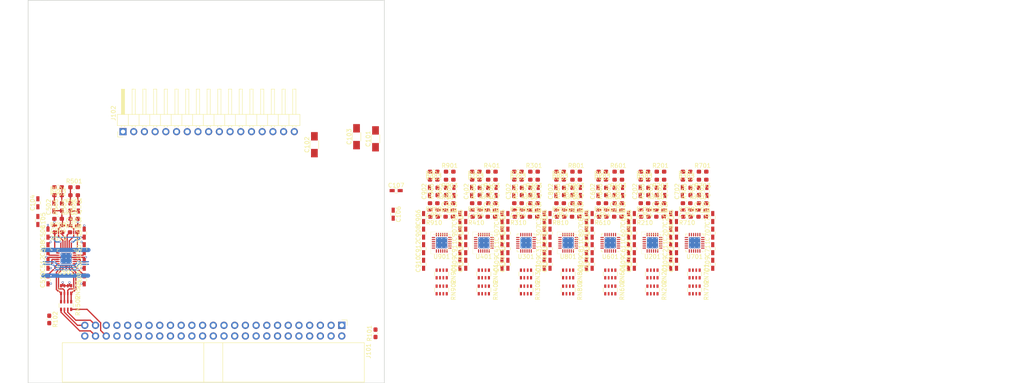
<source format=kicad_pcb>
(kicad_pcb (version 20171130) (host pcbnew 5.0.2-bee76a0~70~ubuntu18.04.1)
  (layers (0 F.Cu signal) (1 Ground_plane power) (2 Power_and_jumper jumper) (31 B.Cu signal) (34 B.Paste user) (35 F.Paste user) (36 B.SilkS user) (37 F.SilkS user) (38 B.Mask user) (39 F.Mask user) (44 Edge.Cuts user))
  (net 0 "")
  (net 1 GND)
  (net 2 Vref_0-7)
  (net 3 +4V)
  (net 4 +2V5)
  (net 5 -2V5)
  (net 6 Vref_8-15)
  (net 7 ~D8)
  (net 8 D8)
  (net 9 ~D9)
  (net 10 D9)
  (net 11 ~D0)
  (net 12 D0)
  (net 13 ~D1)
  (net 14 D1)
  (net 15 ~D10)
  (net 16 D10)
  (net 17 ~D11)
  (net 18 D11)
  (net 19 ~D2)
  (net 20 D2)
  (net 21 ~D3)
  (net 22 D3)
  (net 23 ~D12)
  (net 24 D12)
  (net 25 ~D13)
  (net 26 D13)
  (net 27 ~D4)
  (net 28 D4)
  (net 29 ~D5)
  (net 30 D5)
  (net 31 ~D14)
  (net 32 D14)
  (net 33 ~D15)
  (net 34 D15)
  (net 35 ~D6)
  (net 36 D6)
  (net 37 ~D7)
  (net 38 D7)
  (net 39 In0)
  (net 40 In1)
  (net 41 In2)
  (net 42 In3)
  (net 43 In4)
  (net 44 In5)
  (net 45 In6)
  (net 46 In7)
  (net 47 In8)
  (net 48 In9)
  (net 49 In10)
  (net 50 In11)
  (net 51 In12)
  (net 52 In13)
  (net 53 In14)
  (net 54 In15)
  (net 55 ~LE)
  (net 56 LE)
  (net 57 "Net-(C201-Pad2)")
  (net 58 "Net-(C201-Pad1)")
  (net 59 "Net-(C202-Pad2)")
  (net 60 "Net-(C202-Pad1)")
  (net 61 "Net-(C301-Pad1)")
  (net 62 "Net-(C301-Pad2)")
  (net 63 "Net-(C302-Pad1)")
  (net 64 "Net-(C302-Pad2)")
  (net 65 "Net-(C401-Pad1)")
  (net 66 "Net-(C401-Pad2)")
  (net 67 "Net-(C402-Pad2)")
  (net 68 "Net-(C402-Pad1)")
  (net 69 "Net-(C501-Pad2)")
  (net 70 "Net-(C501-Pad1)")
  (net 71 "Net-(C502-Pad2)")
  (net 72 "Net-(C502-Pad1)")
  (net 73 "Net-(C601-Pad1)")
  (net 74 "Net-(C601-Pad2)")
  (net 75 "Net-(C602-Pad2)")
  (net 76 "Net-(C602-Pad1)")
  (net 77 "Net-(C701-Pad2)")
  (net 78 "Net-(C701-Pad1)")
  (net 79 "Net-(C702-Pad1)")
  (net 80 "Net-(C702-Pad2)")
  (net 81 "Net-(C801-Pad2)")
  (net 82 "Net-(C801-Pad1)")
  (net 83 "Net-(C802-Pad1)")
  (net 84 "Net-(C802-Pad2)")
  (net 85 "Net-(C901-Pad1)")
  (net 86 "Net-(C901-Pad2)")
  (net 87 "Net-(C902-Pad2)")
  (net 88 "Net-(C902-Pad1)")
  (net 89 "Net-(R201-Pad1)")
  (net 90 "Net-(R202-Pad1)")
  (net 91 "Net-(R209-Pad1)")
  (net 92 "Net-(R209-Pad2)")
  (net 93 "Net-(R210-Pad2)")
  (net 94 "Net-(R210-Pad1)")
  (net 95 "Net-(R301-Pad1)")
  (net 96 "Net-(R302-Pad1)")
  (net 97 "Net-(R309-Pad1)")
  (net 98 "Net-(R309-Pad2)")
  (net 99 "Net-(R310-Pad2)")
  (net 100 "Net-(R310-Pad1)")
  (net 101 "Net-(R401-Pad1)")
  (net 102 "Net-(R402-Pad1)")
  (net 103 "Net-(R409-Pad1)")
  (net 104 "Net-(R409-Pad2)")
  (net 105 "Net-(R410-Pad2)")
  (net 106 "Net-(R410-Pad1)")
  (net 107 "Net-(R501-Pad1)")
  (net 108 "Net-(R502-Pad1)")
  (net 109 "Net-(R509-Pad2)")
  (net 110 "Net-(R509-Pad1)")
  (net 111 "Net-(R510-Pad1)")
  (net 112 "Net-(R510-Pad2)")
  (net 113 "Net-(R601-Pad1)")
  (net 114 "Net-(R602-Pad1)")
  (net 115 "Net-(R609-Pad2)")
  (net 116 "Net-(R609-Pad1)")
  (net 117 "Net-(R610-Pad2)")
  (net 118 "Net-(R610-Pad1)")
  (net 119 "Net-(R701-Pad1)")
  (net 120 "Net-(R702-Pad1)")
  (net 121 "Net-(R709-Pad2)")
  (net 122 "Net-(R709-Pad1)")
  (net 123 "Net-(R710-Pad1)")
  (net 124 "Net-(R710-Pad2)")
  (net 125 "Net-(R801-Pad1)")
  (net 126 "Net-(R802-Pad1)")
  (net 127 "Net-(R809-Pad2)")
  (net 128 "Net-(R809-Pad1)")
  (net 129 "Net-(R810-Pad1)")
  (net 130 "Net-(R810-Pad2)")
  (net 131 "Net-(R901-Pad1)")
  (net 132 "Net-(R902-Pad1)")
  (net 133 "Net-(R909-Pad2)")
  (net 134 "Net-(R909-Pad1)")
  (net 135 "Net-(R910-Pad1)")
  (net 136 "Net-(R910-Pad2)")
  (net 137 "Net-(RN201-Pad7)")
  (net 138 "Net-(RN201-Pad8)")
  (net 139 "Net-(RN201-Pad6)")
  (net 140 "Net-(RN201-Pad5)")
  (net 141 "Net-(RN301-Pad7)")
  (net 142 "Net-(RN301-Pad8)")
  (net 143 "Net-(RN301-Pad6)")
  (net 144 "Net-(RN301-Pad5)")
  (net 145 "Net-(RN401-Pad5)")
  (net 146 "Net-(RN401-Pad6)")
  (net 147 "Net-(RN401-Pad8)")
  (net 148 "Net-(RN401-Pad7)")
  (net 149 "Net-(RN501-Pad7)")
  (net 150 "Net-(RN501-Pad8)")
  (net 151 "Net-(RN501-Pad6)")
  (net 152 "Net-(RN501-Pad5)")
  (net 153 "Net-(RN601-Pad5)")
  (net 154 "Net-(RN601-Pad6)")
  (net 155 "Net-(RN601-Pad8)")
  (net 156 "Net-(RN601-Pad7)")
  (net 157 "Net-(RN701-Pad7)")
  (net 158 "Net-(RN701-Pad8)")
  (net 159 "Net-(RN701-Pad6)")
  (net 160 "Net-(RN701-Pad5)")
  (net 161 "Net-(RN801-Pad7)")
  (net 162 "Net-(RN801-Pad8)")
  (net 163 "Net-(RN801-Pad6)")
  (net 164 "Net-(RN801-Pad5)")
  (net 165 "Net-(RN901-Pad7)")
  (net 166 "Net-(RN901-Pad8)")
  (net 167 "Net-(RN901-Pad6)")
  (net 168 "Net-(RN901-Pad5)")
  (module Capacitors_SMD.pretty:C_0603_HandSoldering (layer F.Cu) (at 192 129.6 90)
    (fp_text reference C201 (at 0 -1.25 90) (layer F.SilkS))
    (fp_text value 3.3p)
    (pad 2 smd rect (at 0.95 0 90) (size 1.2 0.75) (layers F.Cu F.Paste F.Mask) (net 57 "Net-(C201-Pad2)"))
    (pad 1 smd rect (at -0.95 0 90) (size 1.2 0.75) (layers F.Cu F.Paste F.Mask) (net 58 "Net-(C201-Pad1)"))
  )
  (module Capacitors_SMD.pretty:C_0603_HandSoldering (layer F.Cu) (at 186.2 129.6 90)
    (fp_text reference C202 (at 0 -1.25 90) (layer F.SilkS))
    (fp_text value 3.3p)
    (pad 2 smd rect (at 0.95 0 90) (size 1.2 0.75) (layers F.Cu F.Paste F.Mask) (net 59 "Net-(C202-Pad2)"))
    (pad 1 smd rect (at -0.95 0 90) (size 1.2 0.75) (layers F.Cu F.Paste F.Mask) (net 60 "Net-(C202-Pad1)"))
  )
  (module Capacitors_SMD.pretty:C_0603_HandSoldering (layer F.Cu) (at 190.9 134)
    (fp_text reference C203 (at 0 -1.25) (layer F.SilkS))
    (fp_text value 27p)
    (pad 2 smd rect (at 0.95 0) (size 1.2 0.75) (layers F.Cu F.Paste F.Mask) (net 1 GND))
    (pad 1 smd rect (at -0.95 0) (size 1.2 0.75) (layers F.Cu F.Paste F.Mask) (net 58 "Net-(C201-Pad1)"))
  )
  (module Capacitors_SMD.pretty:C_0603_HandSoldering (layer F.Cu) (at 187.3 134 180)
    (fp_text reference C204 (at 0 -1.25 180) (layer F.SilkS))
    (fp_text value 27p)
    (pad 1 smd rect (at -0.95 0 180) (size 1.2 0.75) (layers F.Cu F.Paste F.Mask) (net 60 "Net-(C202-Pad1)"))
    (pad 2 smd rect (at 0.95 0 180) (size 1.2 0.75) (layers F.Cu F.Paste F.Mask) (net 1 GND))
  )
  (module Capacitors_SMD.pretty:C_0603_HandSoldering (layer F.Cu) (at 193.4 135.8 90)
    (fp_text reference C205 (at 0 -1.25 90) (layer F.SilkS))
    (fp_text value 10n)
    (pad 2 smd rect (at 0.95 0 90) (size 1.2 0.75) (layers F.Cu F.Paste F.Mask) (net 1 GND))
    (pad 1 smd rect (at -0.95 0 90) (size 1.2 0.75) (layers F.Cu F.Paste F.Mask) (net 2 Vref_0-7))
  )
  (module Capacitors_SMD.pretty:C_0603_HandSoldering (layer F.Cu) (at 184.8 135.8 90)
    (fp_text reference C206 (at 0 -1.25 90) (layer F.SilkS))
    (fp_text value 10n)
    (pad 1 smd rect (at -0.95 0 90) (size 1.2 0.75) (layers F.Cu F.Paste F.Mask) (net 2 Vref_0-7))
    (pad 2 smd rect (at 0.95 0 90) (size 1.2 0.75) (layers F.Cu F.Paste F.Mask) (net 1 GND))
  )
  (module Capacitors_SMD.pretty:C_0603_HandSoldering (layer F.Cu) (at 193.4 139.5 90)
    (fp_text reference C207 (at 0 -1.25 90) (layer F.SilkS))
    (fp_text value 100n)
    (pad 1 smd rect (at -0.95 0 90) (size 1.2 0.75) (layers F.Cu F.Paste F.Mask) (net 3 +4V))
    (pad 2 smd rect (at 0.95 0 90) (size 1.2 0.75) (layers F.Cu F.Paste F.Mask) (net 1 GND))
  )
  (module Capacitors_SMD.pretty:C_0603_HandSoldering (layer F.Cu) (at 184.8 139.5 90)
    (fp_text reference C208 (at 0 -1.25 90) (layer F.SilkS))
    (fp_text value 100n)
    (pad 1 smd rect (at -0.95 0 90) (size 1.2 0.75) (layers F.Cu F.Paste F.Mask) (net 3 +4V))
    (pad 2 smd rect (at 0.95 0 90) (size 1.2 0.75) (layers F.Cu F.Paste F.Mask) (net 1 GND))
  )
  (module Capacitors_SMD.pretty:C_0603_HandSoldering (layer F.Cu) (at 193.4 146.9 90)
    (fp_text reference C209 (at 0 -1.25 90) (layer F.SilkS))
    (fp_text value 100n)
    (pad 2 smd rect (at 0.95 0 90) (size 1.2 0.75) (layers F.Cu F.Paste F.Mask) (net 4 +2V5))
    (pad 1 smd rect (at -0.95 0 90) (size 1.2 0.75) (layers F.Cu F.Paste F.Mask) (net 1 GND))
  )
  (module Capacitors_SMD.pretty:C_0603_HandSoldering (layer F.Cu) (at 184.8 146.9 90)
    (fp_text reference C210 (at 0 -1.25 90) (layer F.SilkS))
    (fp_text value 100n)
    (pad 2 smd rect (at 0.95 0 90) (size 1.2 0.75) (layers F.Cu F.Paste F.Mask) (net 4 +2V5))
    (pad 1 smd rect (at -0.95 0 90) (size 1.2 0.75) (layers F.Cu F.Paste F.Mask) (net 1 GND))
  )
  (module Capacitors_SMD.pretty:C_0603_HandSoldering (layer F.Cu) (at 193.4 143.2 90)
    (fp_text reference C211 (at 0 -1.25 90) (layer F.SilkS))
    (fp_text value 100n)
    (pad 1 smd rect (at -0.95 0 90) (size 1.2 0.75) (layers F.Cu F.Paste F.Mask) (net 1 GND))
    (pad 2 smd rect (at 0.95 0 90) (size 1.2 0.75) (layers F.Cu F.Paste F.Mask) (net 5 -2V5))
  )
  (module Capacitors_SMD.pretty:C_0603_HandSoldering (layer F.Cu) (at 184.8 143.2 90)
    (fp_text reference C212 (at 0 -1.25 90) (layer F.SilkS))
    (fp_text value 100n)
    (pad 2 smd rect (at 0.95 0 90) (size 1.2 0.75) (layers F.Cu F.Paste F.Mask) (net 5 -2V5))
    (pad 1 smd rect (at -0.95 0 90) (size 1.2 0.75) (layers F.Cu F.Paste F.Mask) (net 1 GND))
  )
  (module Capacitors_SMD.pretty:C_1206_HandSoldering (layer F.Cu) (at 123.4 117.1 90)
    (fp_text reference C101 (at 0 -1.75 90) (layer F.SilkS))
    (fp_text value 10uF)
    (pad 1 smd rect (at -2 0 90) (size 2 1.6) (layers F.Cu F.Paste F.Mask) (net 3 +4V))
    (pad 2 smd rect (at 2 0 90) (size 2 1.6) (layers F.Cu F.Paste F.Mask) (net 1 GND))
  )
  (module Capacitors_SMD.pretty:C_1206_HandSoldering (layer F.Cu) (at 108.9 118.5 90)
    (fp_text reference C102 (at 0 -1.75 90) (layer F.SilkS))
    (fp_text value 10uF)
    (pad 2 smd rect (at 2 0 90) (size 2 1.6) (layers F.Cu F.Paste F.Mask) (net 1 GND))
    (pad 1 smd rect (at -2 0 90) (size 2 1.6) (layers F.Cu F.Paste F.Mask) (net 4 +2V5))
  )
  (module Capacitors_SMD.pretty:C_1206_HandSoldering (layer F.Cu) (at 118.9 116.6 90)
    (fp_text reference C103 (at 0 -1.75 90) (layer F.SilkS))
    (fp_text value 10uF)
    (pad 1 smd rect (at -2 0 90) (size 2 1.6) (layers F.Cu F.Paste F.Mask) (net 5 -2V5))
    (pad 2 smd rect (at 2 0 90) (size 2 1.6) (layers F.Cu F.Paste F.Mask) (net 1 GND))
  )
  (module Capacitors_SMD.pretty:C_0603_HandSoldering (layer F.Cu) (at 43.3 132.3 90)
    (fp_text reference C104 (at 0 -1.25 90) (layer F.SilkS))
    (fp_text value 100n)
    (pad 2 smd rect (at 0.95 0 90) (size 1.2 0.75) (layers F.Cu F.Paste F.Mask) (net 1 GND))
    (pad 1 smd rect (at -0.95 0 90) (size 1.2 0.75) (layers F.Cu F.Paste F.Mask) (net 2 Vref_0-7))
  )
  (module Capacitors_SMD.pretty:C_0603_HandSoldering (layer F.Cu) (at 162 129.6 90)
    (fp_text reference C301 (at 0 -1.25 90) (layer F.SilkS))
    (fp_text value 3.3p)
    (pad 1 smd rect (at -0.95 0 90) (size 1.2 0.75) (layers F.Cu F.Paste F.Mask) (net 61 "Net-(C301-Pad1)"))
    (pad 2 smd rect (at 0.95 0 90) (size 1.2 0.75) (layers F.Cu F.Paste F.Mask) (net 62 "Net-(C301-Pad2)"))
  )
  (module Capacitors_SMD.pretty:C_0603_HandSoldering (layer F.Cu) (at 156.2 129.6 90)
    (fp_text reference C302 (at 0 -1.25 90) (layer F.SilkS))
    (fp_text value 3.3p)
    (pad 1 smd rect (at -0.95 0 90) (size 1.2 0.75) (layers F.Cu F.Paste F.Mask) (net 63 "Net-(C302-Pad1)"))
    (pad 2 smd rect (at 0.95 0 90) (size 1.2 0.75) (layers F.Cu F.Paste F.Mask) (net 64 "Net-(C302-Pad2)"))
  )
  (module Capacitors_SMD.pretty:C_0603_HandSoldering (layer F.Cu) (at 160.9 134)
    (fp_text reference C303 (at 0 -1.25) (layer F.SilkS))
    (fp_text value 27p)
    (pad 1 smd rect (at -0.95 0) (size 1.2 0.75) (layers F.Cu F.Paste F.Mask) (net 61 "Net-(C301-Pad1)"))
    (pad 2 smd rect (at 0.95 0) (size 1.2 0.75) (layers F.Cu F.Paste F.Mask) (net 1 GND))
  )
  (module Capacitors_SMD.pretty:C_0603_HandSoldering (layer F.Cu) (at 157.3 134 180)
    (fp_text reference C304 (at 0 -1.25 180) (layer F.SilkS))
    (fp_text value 27p)
    (pad 1 smd rect (at -0.95 0 180) (size 1.2 0.75) (layers F.Cu F.Paste F.Mask) (net 63 "Net-(C302-Pad1)"))
    (pad 2 smd rect (at 0.95 0 180) (size 1.2 0.75) (layers F.Cu F.Paste F.Mask) (net 1 GND))
  )
  (module Capacitors_SMD.pretty:C_0603_HandSoldering (layer F.Cu) (at 163.4 135.8 90)
    (fp_text reference C305 (at 0 -1.25 90) (layer F.SilkS))
    (fp_text value 10n)
    (pad 2 smd rect (at 0.95 0 90) (size 1.2 0.75) (layers F.Cu F.Paste F.Mask) (net 1 GND))
    (pad 1 smd rect (at -0.95 0 90) (size 1.2 0.75) (layers F.Cu F.Paste F.Mask) (net 2 Vref_0-7))
  )
  (module Capacitors_SMD.pretty:C_0603_HandSoldering (layer F.Cu) (at 154.8 135.8 90)
    (fp_text reference C306 (at 0 -1.25 90) (layer F.SilkS))
    (fp_text value 10n)
    (pad 1 smd rect (at -0.95 0 90) (size 1.2 0.75) (layers F.Cu F.Paste F.Mask) (net 2 Vref_0-7))
    (pad 2 smd rect (at 0.95 0 90) (size 1.2 0.75) (layers F.Cu F.Paste F.Mask) (net 1 GND))
  )
  (module Capacitors_SMD.pretty:C_0603_HandSoldering (layer F.Cu) (at 163.4 139.5 90)
    (fp_text reference C307 (at 0 -1.25 90) (layer F.SilkS))
    (fp_text value 100n)
    (pad 1 smd rect (at -0.95 0 90) (size 1.2 0.75) (layers F.Cu F.Paste F.Mask) (net 3 +4V))
    (pad 2 smd rect (at 0.95 0 90) (size 1.2 0.75) (layers F.Cu F.Paste F.Mask) (net 1 GND))
  )
  (module Capacitors_SMD.pretty:C_0603_HandSoldering (layer F.Cu) (at 154.8 139.5 90)
    (fp_text reference C308 (at 0 -1.25 90) (layer F.SilkS))
    (fp_text value 100n)
    (pad 1 smd rect (at -0.95 0 90) (size 1.2 0.75) (layers F.Cu F.Paste F.Mask) (net 3 +4V))
    (pad 2 smd rect (at 0.95 0 90) (size 1.2 0.75) (layers F.Cu F.Paste F.Mask) (net 1 GND))
  )
  (module Capacitors_SMD.pretty:C_0603_HandSoldering (layer F.Cu) (at 163.4 146.9 90)
    (fp_text reference C309 (at 0 -1.25 90) (layer F.SilkS))
    (fp_text value 100n)
    (pad 2 smd rect (at 0.95 0 90) (size 1.2 0.75) (layers F.Cu F.Paste F.Mask) (net 4 +2V5))
    (pad 1 smd rect (at -0.95 0 90) (size 1.2 0.75) (layers F.Cu F.Paste F.Mask) (net 1 GND))
  )
  (module Capacitors_SMD.pretty:C_0603_HandSoldering (layer F.Cu) (at 154.8 146.9 90)
    (fp_text reference C310 (at 0 -1.25 90) (layer F.SilkS))
    (fp_text value 100n)
    (pad 2 smd rect (at 0.95 0 90) (size 1.2 0.75) (layers F.Cu F.Paste F.Mask) (net 4 +2V5))
    (pad 1 smd rect (at -0.95 0 90) (size 1.2 0.75) (layers F.Cu F.Paste F.Mask) (net 1 GND))
  )
  (module Capacitors_SMD.pretty:C_0603_HandSoldering (layer F.Cu) (at 163.4 143.2 90)
    (fp_text reference C311 (at 0 -1.25 90) (layer F.SilkS))
    (fp_text value 100n)
    (pad 1 smd rect (at -0.95 0 90) (size 1.2 0.75) (layers F.Cu F.Paste F.Mask) (net 1 GND))
    (pad 2 smd rect (at 0.95 0 90) (size 1.2 0.75) (layers F.Cu F.Paste F.Mask) (net 5 -2V5))
  )
  (module Capacitors_SMD.pretty:C_0603_HandSoldering (layer F.Cu) (at 154.8 143.2 90)
    (fp_text reference C312 (at 0 -1.25 90) (layer F.SilkS))
    (fp_text value 100n)
    (pad 2 smd rect (at 0.95 0 90) (size 1.2 0.75) (layers F.Cu F.Paste F.Mask) (net 5 -2V5))
    (pad 1 smd rect (at -0.95 0 90) (size 1.2 0.75) (layers F.Cu F.Paste F.Mask) (net 1 GND))
  )
  (module Capacitors_SMD.pretty:C_0603_HandSoldering (layer F.Cu) (at 152 129.6 90)
    (fp_text reference C401 (at 0 -1.25 90) (layer F.SilkS))
    (fp_text value 3.3p)
    (pad 1 smd rect (at -0.95 0 90) (size 1.2 0.75) (layers F.Cu F.Paste F.Mask) (net 65 "Net-(C401-Pad1)"))
    (pad 2 smd rect (at 0.95 0 90) (size 1.2 0.75) (layers F.Cu F.Paste F.Mask) (net 66 "Net-(C401-Pad2)"))
  )
  (module Capacitors_SMD.pretty:C_0603_HandSoldering (layer F.Cu) (at 146.2 129.6 90)
    (fp_text reference C402 (at 0 -1.25 90) (layer F.SilkS))
    (fp_text value 3.3p)
    (pad 2 smd rect (at 0.95 0 90) (size 1.2 0.75) (layers F.Cu F.Paste F.Mask) (net 67 "Net-(C402-Pad2)"))
    (pad 1 smd rect (at -0.95 0 90) (size 1.2 0.75) (layers F.Cu F.Paste F.Mask) (net 68 "Net-(C402-Pad1)"))
  )
  (module Capacitors_SMD.pretty:C_0603_HandSoldering (layer F.Cu) (at 150.9 134)
    (fp_text reference C403 (at 0 -1.25) (layer F.SilkS))
    (fp_text value 27p)
    (pad 1 smd rect (at -0.95 0) (size 1.2 0.75) (layers F.Cu F.Paste F.Mask) (net 65 "Net-(C401-Pad1)"))
    (pad 2 smd rect (at 0.95 0) (size 1.2 0.75) (layers F.Cu F.Paste F.Mask) (net 1 GND))
  )
  (module Capacitors_SMD.pretty:C_0603_HandSoldering (layer F.Cu) (at 147.3 134 180)
    (fp_text reference C404 (at 0 -1.25 180) (layer F.SilkS))
    (fp_text value 27p)
    (pad 2 smd rect (at 0.95 0 180) (size 1.2 0.75) (layers F.Cu F.Paste F.Mask) (net 1 GND))
    (pad 1 smd rect (at -0.95 0 180) (size 1.2 0.75) (layers F.Cu F.Paste F.Mask) (net 68 "Net-(C402-Pad1)"))
  )
  (module Capacitors_SMD.pretty:C_0603_HandSoldering (layer F.Cu) (at 153.4 135.8 90)
    (fp_text reference C405 (at 0 -1.25 90) (layer F.SilkS))
    (fp_text value 10n)
    (pad 1 smd rect (at -0.95 0 90) (size 1.2 0.75) (layers F.Cu F.Paste F.Mask) (net 2 Vref_0-7))
    (pad 2 smd rect (at 0.95 0 90) (size 1.2 0.75) (layers F.Cu F.Paste F.Mask) (net 1 GND))
  )
  (module Capacitors_SMD.pretty:C_0603_HandSoldering (layer F.Cu) (at 144.8 135.8 90)
    (fp_text reference C406 (at 0 -1.25 90) (layer F.SilkS))
    (fp_text value 10n)
    (pad 1 smd rect (at -0.95 0 90) (size 1.2 0.75) (layers F.Cu F.Paste F.Mask) (net 2 Vref_0-7))
    (pad 2 smd rect (at 0.95 0 90) (size 1.2 0.75) (layers F.Cu F.Paste F.Mask) (net 1 GND))
  )
  (module Capacitors_SMD.pretty:C_0603_HandSoldering (layer F.Cu) (at 153.4 139.5 90)
    (fp_text reference C407 (at 0 -1.25 90) (layer F.SilkS))
    (fp_text value 100n)
    (pad 2 smd rect (at 0.95 0 90) (size 1.2 0.75) (layers F.Cu F.Paste F.Mask) (net 1 GND))
    (pad 1 smd rect (at -0.95 0 90) (size 1.2 0.75) (layers F.Cu F.Paste F.Mask) (net 3 +4V))
  )
  (module Capacitors_SMD.pretty:C_0603_HandSoldering (layer F.Cu) (at 144.8 139.5 90)
    (fp_text reference C408 (at 0 -1.25 90) (layer F.SilkS))
    (fp_text value 100n)
    (pad 1 smd rect (at -0.95 0 90) (size 1.2 0.75) (layers F.Cu F.Paste F.Mask) (net 3 +4V))
    (pad 2 smd rect (at 0.95 0 90) (size 1.2 0.75) (layers F.Cu F.Paste F.Mask) (net 1 GND))
  )
  (module Capacitors_SMD.pretty:C_0603_HandSoldering (layer F.Cu) (at 153.4 146.9 90)
    (fp_text reference C409 (at 0 -1.25 90) (layer F.SilkS))
    (fp_text value 100n)
    (pad 2 smd rect (at 0.95 0 90) (size 1.2 0.75) (layers F.Cu F.Paste F.Mask) (net 4 +2V5))
    (pad 1 smd rect (at -0.95 0 90) (size 1.2 0.75) (layers F.Cu F.Paste F.Mask) (net 1 GND))
  )
  (module Capacitors_SMD.pretty:C_0603_HandSoldering (layer F.Cu) (at 144.8 146.9 90)
    (fp_text reference C410 (at 0 -1.25 90) (layer F.SilkS))
    (fp_text value 100n)
    (pad 2 smd rect (at 0.95 0 90) (size 1.2 0.75) (layers F.Cu F.Paste F.Mask) (net 4 +2V5))
    (pad 1 smd rect (at -0.95 0 90) (size 1.2 0.75) (layers F.Cu F.Paste F.Mask) (net 1 GND))
  )
  (module Capacitors_SMD.pretty:C_0603_HandSoldering (layer F.Cu) (at 153.4 143.2 90)
    (fp_text reference C411 (at 0 -1.25 90) (layer F.SilkS))
    (fp_text value 100n)
    (pad 2 smd rect (at 0.95 0 90) (size 1.2 0.75) (layers F.Cu F.Paste F.Mask) (net 5 -2V5))
    (pad 1 smd rect (at -0.95 0 90) (size 1.2 0.75) (layers F.Cu F.Paste F.Mask) (net 1 GND))
  )
  (module Capacitors_SMD.pretty:C_0603_HandSoldering (layer F.Cu) (at 144.8 143.2 90)
    (fp_text reference C412 (at 0 -1.25 90) (layer F.SilkS))
    (fp_text value 100n)
    (pad 2 smd rect (at 0.95 0 90) (size 1.2 0.75) (layers F.Cu F.Paste F.Mask) (net 5 -2V5))
    (pad 1 smd rect (at -0.95 0 90) (size 1.2 0.75) (layers F.Cu F.Paste F.Mask) (net 1 GND))
  )
  (module Capacitors_SMD.pretty:C_0603_HandSoldering (layer F.Cu) (at 52.9 133.3 90)
    (fp_text reference C501 (at 0 -1.25 90) (layer F.SilkS))
    (fp_text value 3.3p)
    (pad 2 smd rect (at 0.95 0 90) (size 1.2 0.75) (layers F.Cu F.Paste F.Mask) (net 69 "Net-(C501-Pad2)"))
    (pad 1 smd rect (at -0.95 0 90) (size 1.2 0.75) (layers F.Cu F.Paste F.Mask) (net 70 "Net-(C501-Pad1)"))
  )
  (module Capacitors_SMD.pretty:C_0603_HandSoldering (layer F.Cu) (at 47.1 133.3 90)
    (fp_text reference C502 (at 0 -1.25 90) (layer F.SilkS))
    (fp_text value 3.3p)
    (pad 2 smd rect (at 0.95 0 90) (size 1.2 0.75) (layers F.Cu F.Paste F.Mask) (net 71 "Net-(C502-Pad2)"))
    (pad 1 smd rect (at -0.95 0 90) (size 1.2 0.75) (layers F.Cu F.Paste F.Mask) (net 72 "Net-(C502-Pad1)"))
  )
  (module Capacitors_SMD.pretty:C_0603_HandSoldering (layer F.Cu) (at 51.8 137.7)
    (fp_text reference C503 (at 0 -1.25) (layer F.SilkS))
    (fp_text value 27p)
    (pad 2 smd rect (at 0.95 0) (size 1.2 0.75) (layers F.Cu F.Paste F.Mask) (net 1 GND))
    (pad 1 smd rect (at -0.95 0) (size 1.2 0.75) (layers F.Cu F.Paste F.Mask) (net 70 "Net-(C501-Pad1)"))
  )
  (module Capacitors_SMD.pretty:C_0603_HandSoldering (layer F.Cu) (at 48.2 137.7 180)
    (fp_text reference C504 (at 0 -1.25 180) (layer F.SilkS))
    (fp_text value 27p)
    (pad 1 smd rect (at -0.95 0 180) (size 1.2 0.75) (layers F.Cu F.Paste F.Mask) (net 72 "Net-(C502-Pad1)"))
    (pad 2 smd rect (at 0.95 0 180) (size 1.2 0.75) (layers F.Cu F.Paste F.Mask) (net 1 GND))
  )
  (module Capacitors_SMD.pretty:C_0603_HandSoldering (layer F.Cu) (at 54.3 139.5 90)
    (fp_text reference C505 (at 0 -1.25 90) (layer F.SilkS))
    (fp_text value 10n)
    (pad 2 smd rect (at 0.95 0 90) (size 1.2 0.75) (layers F.Cu F.Paste F.Mask) (net 1 GND))
    (pad 1 smd rect (at -0.95 0 90) (size 1.2 0.75) (layers F.Cu F.Paste F.Mask) (net 2 Vref_0-7))
  )
  (module Capacitors_SMD.pretty:C_0603_HandSoldering (layer F.Cu) (at 45.7 139.5 90)
    (fp_text reference C506 (at 0 -1.25 90) (layer F.SilkS))
    (fp_text value 10n)
    (pad 1 smd rect (at -0.95 0 90) (size 1.2 0.75) (layers F.Cu F.Paste F.Mask) (net 2 Vref_0-7))
    (pad 2 smd rect (at 0.95 0 90) (size 1.2 0.75) (layers F.Cu F.Paste F.Mask) (net 1 GND))
  )
  (module Capacitors_SMD.pretty:C_0603_HandSoldering (layer F.Cu) (at 54.3 143.2 90)
    (fp_text reference C507 (at 0 -1.25 90) (layer F.SilkS))
    (fp_text value 100n)
    (pad 2 smd rect (at 0.95 0 90) (size 1.2 0.75) (layers F.Cu F.Paste F.Mask) (net 1 GND))
    (pad 1 smd rect (at -0.95 0 90) (size 1.2 0.75) (layers F.Cu F.Paste F.Mask) (net 3 +4V))
  )
  (module Capacitors_SMD.pretty:C_0603_HandSoldering (layer F.Cu) (at 45.7 143.2 90)
    (fp_text reference C508 (at 0 -1.25 90) (layer F.SilkS))
    (fp_text value 100n)
    (pad 1 smd rect (at -0.95 0 90) (size 1.2 0.75) (layers F.Cu F.Paste F.Mask) (net 3 +4V))
    (pad 2 smd rect (at 0.95 0 90) (size 1.2 0.75) (layers F.Cu F.Paste F.Mask) (net 1 GND))
  )
  (module Capacitors_SMD.pretty:C_0603_HandSoldering (layer F.Cu) (at 54.3 150.6 90)
    (fp_text reference C509 (at 0 -1.25 90) (layer F.SilkS))
    (fp_text value 100n)
    (pad 1 smd rect (at -0.95 0 90) (size 1.2 0.75) (layers F.Cu F.Paste F.Mask) (net 1 GND))
    (pad 2 smd rect (at 0.95 0 90) (size 1.2 0.75) (layers F.Cu F.Paste F.Mask) (net 4 +2V5))
  )
  (module Capacitors_SMD.pretty:C_0603_HandSoldering (layer F.Cu) (at 45.7 150.6 90)
    (fp_text reference C510 (at 0 -1.25 90) (layer F.SilkS))
    (fp_text value 100n)
    (pad 2 smd rect (at 0.95 0 90) (size 1.2 0.75) (layers F.Cu F.Paste F.Mask) (net 4 +2V5))
    (pad 1 smd rect (at -0.95 0 90) (size 1.2 0.75) (layers F.Cu F.Paste F.Mask) (net 1 GND))
  )
  (module Capacitors_SMD.pretty:C_0603_HandSoldering (layer F.Cu) (at 54.3 146.9 90)
    (fp_text reference C511 (at 0 -1.25 90) (layer F.SilkS))
    (fp_text value 100n)
    (pad 1 smd rect (at -0.95 0 90) (size 1.2 0.75) (layers F.Cu F.Paste F.Mask) (net 1 GND))
    (pad 2 smd rect (at 0.95 0 90) (size 1.2 0.75) (layers F.Cu F.Paste F.Mask) (net 5 -2V5))
  )
  (module Capacitors_SMD.pretty:C_0603_HandSoldering (layer F.Cu) (at 45.7 146.9 90)
    (fp_text reference C512 (at 0 -1.25 90) (layer F.SilkS))
    (fp_text value 100n)
    (pad 2 smd rect (at 0.95 0 90) (size 1.2 0.75) (layers F.Cu F.Paste F.Mask) (net 5 -2V5))
    (pad 1 smd rect (at -0.95 0 90) (size 1.2 0.75) (layers F.Cu F.Paste F.Mask) (net 1 GND))
  )
  (module Capacitors_SMD.pretty:C_0603_HandSoldering (layer F.Cu) (at 182 129.6 90)
    (fp_text reference C601 (at 0 -1.25 90) (layer F.SilkS))
    (fp_text value 3.3p)
    (pad 1 smd rect (at -0.95 0 90) (size 1.2 0.75) (layers F.Cu F.Paste F.Mask) (net 73 "Net-(C601-Pad1)"))
    (pad 2 smd rect (at 0.95 0 90) (size 1.2 0.75) (layers F.Cu F.Paste F.Mask) (net 74 "Net-(C601-Pad2)"))
  )
  (module Capacitors_SMD.pretty:C_0603_HandSoldering (layer F.Cu) (at 176.2 129.6 90)
    (fp_text reference C602 (at 0 -1.25 90) (layer F.SilkS))
    (fp_text value 3.3p)
    (pad 2 smd rect (at 0.95 0 90) (size 1.2 0.75) (layers F.Cu F.Paste F.Mask) (net 75 "Net-(C602-Pad2)"))
    (pad 1 smd rect (at -0.95 0 90) (size 1.2 0.75) (layers F.Cu F.Paste F.Mask) (net 76 "Net-(C602-Pad1)"))
  )
  (module Capacitors_SMD.pretty:C_0603_HandSoldering (layer F.Cu) (at 180.9 134)
    (fp_text reference C603 (at 0 -1.25) (layer F.SilkS))
    (fp_text value 27p)
    (pad 1 smd rect (at -0.95 0) (size 1.2 0.75) (layers F.Cu F.Paste F.Mask) (net 73 "Net-(C601-Pad1)"))
    (pad 2 smd rect (at 0.95 0) (size 1.2 0.75) (layers F.Cu F.Paste F.Mask) (net 1 GND))
  )
  (module Capacitors_SMD.pretty:C_0603_HandSoldering (layer F.Cu) (at 177.3 134 180)
    (fp_text reference C604 (at 0 -1.25 180) (layer F.SilkS))
    (fp_text value 27p)
    (pad 2 smd rect (at 0.95 0 180) (size 1.2 0.75) (layers F.Cu F.Paste F.Mask) (net 1 GND))
    (pad 1 smd rect (at -0.95 0 180) (size 1.2 0.75) (layers F.Cu F.Paste F.Mask) (net 76 "Net-(C602-Pad1)"))
  )
  (module Capacitors_SMD.pretty:C_0603_HandSoldering (layer F.Cu) (at 183.4 135.8 90)
    (fp_text reference C605 (at 0 -1.25 90) (layer F.SilkS))
    (fp_text value 10n)
    (pad 2 smd rect (at 0.95 0 90) (size 1.2 0.75) (layers F.Cu F.Paste F.Mask) (net 1 GND))
    (pad 1 smd rect (at -0.95 0 90) (size 1.2 0.75) (layers F.Cu F.Paste F.Mask) (net 6 Vref_8-15))
  )
  (module Capacitors_SMD.pretty:C_0603_HandSoldering (layer F.Cu) (at 174.8 135.8 90)
    (fp_text reference C606 (at 0 -1.25 90) (layer F.SilkS))
    (fp_text value 10n)
    (pad 2 smd rect (at 0.95 0 90) (size 1.2 0.75) (layers F.Cu F.Paste F.Mask) (net 1 GND))
    (pad 1 smd rect (at -0.95 0 90) (size 1.2 0.75) (layers F.Cu F.Paste F.Mask) (net 6 Vref_8-15))
  )
  (module Capacitors_SMD.pretty:C_0603_HandSoldering (layer F.Cu) (at 183.4 139.5 90)
    (fp_text reference C607 (at 0 -1.25 90) (layer F.SilkS))
    (fp_text value 100n)
    (pad 2 smd rect (at 0.95 0 90) (size 1.2 0.75) (layers F.Cu F.Paste F.Mask) (net 1 GND))
    (pad 1 smd rect (at -0.95 0 90) (size 1.2 0.75) (layers F.Cu F.Paste F.Mask) (net 3 +4V))
  )
  (module Capacitors_SMD.pretty:C_0603_HandSoldering (layer F.Cu) (at 174.8 139.5 90)
    (fp_text reference C608 (at 0 -1.25 90) (layer F.SilkS))
    (fp_text value 100n)
    (pad 2 smd rect (at 0.95 0 90) (size 1.2 0.75) (layers F.Cu F.Paste F.Mask) (net 1 GND))
    (pad 1 smd rect (at -0.95 0 90) (size 1.2 0.75) (layers F.Cu F.Paste F.Mask) (net 3 +4V))
  )
  (module Capacitors_SMD.pretty:C_0603_HandSoldering (layer F.Cu) (at 183.4 146.9 90)
    (fp_text reference C609 (at 0 -1.25 90) (layer F.SilkS))
    (fp_text value 100n)
    (pad 1 smd rect (at -0.95 0 90) (size 1.2 0.75) (layers F.Cu F.Paste F.Mask) (net 1 GND))
    (pad 2 smd rect (at 0.95 0 90) (size 1.2 0.75) (layers F.Cu F.Paste F.Mask) (net 4 +2V5))
  )
  (module Capacitors_SMD.pretty:C_0603_HandSoldering (layer F.Cu) (at 174.8 146.9 90)
    (fp_text reference C610 (at 0 -1.25 90) (layer F.SilkS))
    (fp_text value 100n)
    (pad 1 smd rect (at -0.95 0 90) (size 1.2 0.75) (layers F.Cu F.Paste F.Mask) (net 1 GND))
    (pad 2 smd rect (at 0.95 0 90) (size 1.2 0.75) (layers F.Cu F.Paste F.Mask) (net 4 +2V5))
  )
  (module Capacitors_SMD.pretty:C_0603_HandSoldering (layer F.Cu) (at 183.4 143.2 90)
    (fp_text reference C611 (at 0 -1.25 90) (layer F.SilkS))
    (fp_text value 100n)
    (pad 1 smd rect (at -0.95 0 90) (size 1.2 0.75) (layers F.Cu F.Paste F.Mask) (net 1 GND))
    (pad 2 smd rect (at 0.95 0 90) (size 1.2 0.75) (layers F.Cu F.Paste F.Mask) (net 5 -2V5))
  )
  (module Capacitors_SMD.pretty:C_0603_HandSoldering (layer F.Cu) (at 174.8 143.2 90)
    (fp_text reference C612 (at 0 -1.25 90) (layer F.SilkS))
    (fp_text value 100n)
    (pad 1 smd rect (at -0.95 0 90) (size 1.2 0.75) (layers F.Cu F.Paste F.Mask) (net 1 GND))
    (pad 2 smd rect (at 0.95 0 90) (size 1.2 0.75) (layers F.Cu F.Paste F.Mask) (net 5 -2V5))
  )
  (module Capacitors_SMD.pretty:C_0603_HandSoldering (layer F.Cu) (at 202 129.6 90)
    (fp_text reference C701 (at 0 -1.25 90) (layer F.SilkS))
    (fp_text value 3.3p)
    (pad 2 smd rect (at 0.95 0 90) (size 1.2 0.75) (layers F.Cu F.Paste F.Mask) (net 77 "Net-(C701-Pad2)"))
    (pad 1 smd rect (at -0.95 0 90) (size 1.2 0.75) (layers F.Cu F.Paste F.Mask) (net 78 "Net-(C701-Pad1)"))
  )
  (module Capacitors_SMD.pretty:C_0603_HandSoldering (layer F.Cu) (at 196.2 129.6 90)
    (fp_text reference C702 (at 0 -1.25 90) (layer F.SilkS))
    (fp_text value 3.3p)
    (pad 1 smd rect (at -0.95 0 90) (size 1.2 0.75) (layers F.Cu F.Paste F.Mask) (net 79 "Net-(C702-Pad1)"))
    (pad 2 smd rect (at 0.95 0 90) (size 1.2 0.75) (layers F.Cu F.Paste F.Mask) (net 80 "Net-(C702-Pad2)"))
  )
  (module Capacitors_SMD.pretty:C_0603_HandSoldering (layer F.Cu) (at 200.9 134)
    (fp_text reference C703 (at 0 -1.25) (layer F.SilkS))
    (fp_text value 27p)
    (pad 2 smd rect (at 0.95 0) (size 1.2 0.75) (layers F.Cu F.Paste F.Mask) (net 1 GND))
    (pad 1 smd rect (at -0.95 0) (size 1.2 0.75) (layers F.Cu F.Paste F.Mask) (net 78 "Net-(C701-Pad1)"))
  )
  (module Capacitors_SMD.pretty:C_0603_HandSoldering (layer F.Cu) (at 197.3 134 180)
    (fp_text reference C704 (at 0 -1.25 180) (layer F.SilkS))
    (fp_text value 27p)
    (pad 1 smd rect (at -0.95 0 180) (size 1.2 0.75) (layers F.Cu F.Paste F.Mask) (net 79 "Net-(C702-Pad1)"))
    (pad 2 smd rect (at 0.95 0 180) (size 1.2 0.75) (layers F.Cu F.Paste F.Mask) (net 1 GND))
  )
  (module Capacitors_SMD.pretty:C_0603_HandSoldering (layer F.Cu) (at 203.4 135.8 90)
    (fp_text reference C705 (at 0 -1.25 90) (layer F.SilkS))
    (fp_text value 10n)
    (pad 1 smd rect (at -0.95 0 90) (size 1.2 0.75) (layers F.Cu F.Paste F.Mask) (net 6 Vref_8-15))
    (pad 2 smd rect (at 0.95 0 90) (size 1.2 0.75) (layers F.Cu F.Paste F.Mask) (net 1 GND))
  )
  (module Capacitors_SMD.pretty:C_0603_HandSoldering (layer F.Cu) (at 194.8 135.8 90)
    (fp_text reference C706 (at 0 -1.25 90) (layer F.SilkS))
    (fp_text value 10n)
    (pad 1 smd rect (at -0.95 0 90) (size 1.2 0.75) (layers F.Cu F.Paste F.Mask) (net 6 Vref_8-15))
    (pad 2 smd rect (at 0.95 0 90) (size 1.2 0.75) (layers F.Cu F.Paste F.Mask) (net 1 GND))
  )
  (module Capacitors_SMD.pretty:C_0603_HandSoldering (layer F.Cu) (at 203.4 139.5 90)
    (fp_text reference C707 (at 0 -1.25 90) (layer F.SilkS))
    (fp_text value 100n)
    (pad 2 smd rect (at 0.95 0 90) (size 1.2 0.75) (layers F.Cu F.Paste F.Mask) (net 1 GND))
    (pad 1 smd rect (at -0.95 0 90) (size 1.2 0.75) (layers F.Cu F.Paste F.Mask) (net 3 +4V))
  )
  (module Capacitors_SMD.pretty:C_0603_HandSoldering (layer F.Cu) (at 194.8 139.5 90)
    (fp_text reference C708 (at 0 -1.25 90) (layer F.SilkS))
    (fp_text value 100n)
    (pad 1 smd rect (at -0.95 0 90) (size 1.2 0.75) (layers F.Cu F.Paste F.Mask) (net 3 +4V))
    (pad 2 smd rect (at 0.95 0 90) (size 1.2 0.75) (layers F.Cu F.Paste F.Mask) (net 1 GND))
  )
  (module Capacitors_SMD.pretty:C_0603_HandSoldering (layer F.Cu) (at 203.4 146.9 90)
    (fp_text reference C709 (at 0 -1.25 90) (layer F.SilkS))
    (fp_text value 100n)
    (pad 1 smd rect (at -0.95 0 90) (size 1.2 0.75) (layers F.Cu F.Paste F.Mask) (net 1 GND))
    (pad 2 smd rect (at 0.95 0 90) (size 1.2 0.75) (layers F.Cu F.Paste F.Mask) (net 4 +2V5))
  )
  (module Capacitors_SMD.pretty:C_0603_HandSoldering (layer F.Cu) (at 194.8 146.9 90)
    (fp_text reference C710 (at 0 -1.25 90) (layer F.SilkS))
    (fp_text value 100n)
    (pad 2 smd rect (at 0.95 0 90) (size 1.2 0.75) (layers F.Cu F.Paste F.Mask) (net 4 +2V5))
    (pad 1 smd rect (at -0.95 0 90) (size 1.2 0.75) (layers F.Cu F.Paste F.Mask) (net 1 GND))
  )
  (module Capacitors_SMD.pretty:C_0603_HandSoldering (layer F.Cu) (at 203.4 143.2 90)
    (fp_text reference C711 (at 0 -1.25 90) (layer F.SilkS))
    (fp_text value 100n)
    (pad 1 smd rect (at -0.95 0 90) (size 1.2 0.75) (layers F.Cu F.Paste F.Mask) (net 1 GND))
    (pad 2 smd rect (at 0.95 0 90) (size 1.2 0.75) (layers F.Cu F.Paste F.Mask) (net 5 -2V5))
  )
  (module Capacitors_SMD.pretty:C_0603_HandSoldering (layer F.Cu) (at 194.8 143.2 90)
    (fp_text reference C712 (at 0 -1.25 90) (layer F.SilkS))
    (fp_text value 100n)
    (pad 2 smd rect (at 0.95 0 90) (size 1.2 0.75) (layers F.Cu F.Paste F.Mask) (net 5 -2V5))
    (pad 1 smd rect (at -0.95 0 90) (size 1.2 0.75) (layers F.Cu F.Paste F.Mask) (net 1 GND))
  )
  (module Capacitors_SMD.pretty:C_0603_HandSoldering (layer F.Cu) (at 172 129.6 90)
    (fp_text reference C801 (at 0 -1.25 90) (layer F.SilkS))
    (fp_text value 3.3p)
    (pad 2 smd rect (at 0.95 0 90) (size 1.2 0.75) (layers F.Cu F.Paste F.Mask) (net 81 "Net-(C801-Pad2)"))
    (pad 1 smd rect (at -0.95 0 90) (size 1.2 0.75) (layers F.Cu F.Paste F.Mask) (net 82 "Net-(C801-Pad1)"))
  )
  (module Capacitors_SMD.pretty:C_0603_HandSoldering (layer F.Cu) (at 166.2 129.6 90)
    (fp_text reference C802 (at 0 -1.25 90) (layer F.SilkS))
    (fp_text value 3.3p)
    (pad 1 smd rect (at -0.95 0 90) (size 1.2 0.75) (layers F.Cu F.Paste F.Mask) (net 83 "Net-(C802-Pad1)"))
    (pad 2 smd rect (at 0.95 0 90) (size 1.2 0.75) (layers F.Cu F.Paste F.Mask) (net 84 "Net-(C802-Pad2)"))
  )
  (module Capacitors_SMD.pretty:C_0603_HandSoldering (layer F.Cu) (at 170.9 134)
    (fp_text reference C803 (at 0 -1.25) (layer F.SilkS))
    (fp_text value 27p)
    (pad 2 smd rect (at 0.95 0) (size 1.2 0.75) (layers F.Cu F.Paste F.Mask) (net 1 GND))
    (pad 1 smd rect (at -0.95 0) (size 1.2 0.75) (layers F.Cu F.Paste F.Mask) (net 82 "Net-(C801-Pad1)"))
  )
  (module Capacitors_SMD.pretty:C_0603_HandSoldering (layer F.Cu) (at 167.3 134 180)
    (fp_text reference C804 (at 0 -1.25 180) (layer F.SilkS))
    (fp_text value 27p)
    (pad 1 smd rect (at -0.95 0 180) (size 1.2 0.75) (layers F.Cu F.Paste F.Mask) (net 83 "Net-(C802-Pad1)"))
    (pad 2 smd rect (at 0.95 0 180) (size 1.2 0.75) (layers F.Cu F.Paste F.Mask) (net 1 GND))
  )
  (module Capacitors_SMD.pretty:C_0603_HandSoldering (layer F.Cu) (at 173.4 135.8 90)
    (fp_text reference C805 (at 0 -1.25 90) (layer F.SilkS))
    (fp_text value 10n)
    (pad 1 smd rect (at -0.95 0 90) (size 1.2 0.75) (layers F.Cu F.Paste F.Mask) (net 6 Vref_8-15))
    (pad 2 smd rect (at 0.95 0 90) (size 1.2 0.75) (layers F.Cu F.Paste F.Mask) (net 1 GND))
  )
  (module Capacitors_SMD.pretty:C_0603_HandSoldering (layer F.Cu) (at 164.8 135.8 90)
    (fp_text reference C806 (at 0 -1.25 90) (layer F.SilkS))
    (fp_text value 10n)
    (pad 1 smd rect (at -0.95 0 90) (size 1.2 0.75) (layers F.Cu F.Paste F.Mask) (net 6 Vref_8-15))
    (pad 2 smd rect (at 0.95 0 90) (size 1.2 0.75) (layers F.Cu F.Paste F.Mask) (net 1 GND))
  )
  (module Capacitors_SMD.pretty:C_0603_HandSoldering (layer F.Cu) (at 173.4 139.5 90)
    (fp_text reference C807 (at 0 -1.25 90) (layer F.SilkS))
    (fp_text value 100n)
    (pad 1 smd rect (at -0.95 0 90) (size 1.2 0.75) (layers F.Cu F.Paste F.Mask) (net 3 +4V))
    (pad 2 smd rect (at 0.95 0 90) (size 1.2 0.75) (layers F.Cu F.Paste F.Mask) (net 1 GND))
  )
  (module Capacitors_SMD.pretty:C_0603_HandSoldering (layer F.Cu) (at 164.8 139.5 90)
    (fp_text reference C808 (at 0 -1.25 90) (layer F.SilkS))
    (fp_text value 100n)
    (pad 1 smd rect (at -0.95 0 90) (size 1.2 0.75) (layers F.Cu F.Paste F.Mask) (net 3 +4V))
    (pad 2 smd rect (at 0.95 0 90) (size 1.2 0.75) (layers F.Cu F.Paste F.Mask) (net 1 GND))
  )
  (module Capacitors_SMD.pretty:C_0603_HandSoldering (layer F.Cu) (at 173.4 146.9 90)
    (fp_text reference C809 (at 0 -1.25 90) (layer F.SilkS))
    (fp_text value 100n)
    (pad 2 smd rect (at 0.95 0 90) (size 1.2 0.75) (layers F.Cu F.Paste F.Mask) (net 4 +2V5))
    (pad 1 smd rect (at -0.95 0 90) (size 1.2 0.75) (layers F.Cu F.Paste F.Mask) (net 1 GND))
  )
  (module Capacitors_SMD.pretty:C_0603_HandSoldering (layer F.Cu) (at 164.8 146.9 90)
    (fp_text reference C810 (at 0 -1.25 90) (layer F.SilkS))
    (fp_text value 100n)
    (pad 2 smd rect (at 0.95 0 90) (size 1.2 0.75) (layers F.Cu F.Paste F.Mask) (net 4 +2V5))
    (pad 1 smd rect (at -0.95 0 90) (size 1.2 0.75) (layers F.Cu F.Paste F.Mask) (net 1 GND))
  )
  (module Capacitors_SMD.pretty:C_0603_HandSoldering (layer F.Cu) (at 173.4 143.2 90)
    (fp_text reference C811 (at 0 -1.25 90) (layer F.SilkS))
    (fp_text value 100n)
    (pad 1 smd rect (at -0.95 0 90) (size 1.2 0.75) (layers F.Cu F.Paste F.Mask) (net 1 GND))
    (pad 2 smd rect (at 0.95 0 90) (size 1.2 0.75) (layers F.Cu F.Paste F.Mask) (net 5 -2V5))
  )
  (module Capacitors_SMD.pretty:C_0603_HandSoldering (layer F.Cu) (at 164.8 143.2 90)
    (fp_text reference C812 (at 0 -1.25 90) (layer F.SilkS))
    (fp_text value 100n)
    (pad 2 smd rect (at 0.95 0 90) (size 1.2 0.75) (layers F.Cu F.Paste F.Mask) (net 5 -2V5))
    (pad 1 smd rect (at -0.95 0 90) (size 1.2 0.75) (layers F.Cu F.Paste F.Mask) (net 1 GND))
  )
  (module Capacitors_SMD.pretty:C_0603_HandSoldering (layer F.Cu) (at 142 129.6 90)
    (fp_text reference C901 (at 0 -1.25 90) (layer F.SilkS))
    (fp_text value 3.3p)
    (pad 1 smd rect (at -0.95 0 90) (size 1.2 0.75) (layers F.Cu F.Paste F.Mask) (net 85 "Net-(C901-Pad1)"))
    (pad 2 smd rect (at 0.95 0 90) (size 1.2 0.75) (layers F.Cu F.Paste F.Mask) (net 86 "Net-(C901-Pad2)"))
  )
  (module Capacitors_SMD.pretty:C_0603_HandSoldering (layer F.Cu) (at 136.2 129.6 90)
    (fp_text reference C902 (at 0 -1.25 90) (layer F.SilkS))
    (fp_text value 3.3p)
    (pad 2 smd rect (at 0.95 0 90) (size 1.2 0.75) (layers F.Cu F.Paste F.Mask) (net 87 "Net-(C902-Pad2)"))
    (pad 1 smd rect (at -0.95 0 90) (size 1.2 0.75) (layers F.Cu F.Paste F.Mask) (net 88 "Net-(C902-Pad1)"))
  )
  (module Capacitors_SMD.pretty:C_0603_HandSoldering (layer F.Cu) (at 140.9 134)
    (fp_text reference C903 (at 0 -1.25) (layer F.SilkS))
    (fp_text value 27p)
    (pad 1 smd rect (at -0.95 0) (size 1.2 0.75) (layers F.Cu F.Paste F.Mask) (net 85 "Net-(C901-Pad1)"))
    (pad 2 smd rect (at 0.95 0) (size 1.2 0.75) (layers F.Cu F.Paste F.Mask) (net 1 GND))
  )
  (module Capacitors_SMD.pretty:C_0603_HandSoldering (layer F.Cu) (at 137.3 134 180)
    (fp_text reference C904 (at 0 -1.25 180) (layer F.SilkS))
    (fp_text value 27p)
    (pad 2 smd rect (at 0.95 0 180) (size 1.2 0.75) (layers F.Cu F.Paste F.Mask) (net 1 GND))
    (pad 1 smd rect (at -0.95 0 180) (size 1.2 0.75) (layers F.Cu F.Paste F.Mask) (net 88 "Net-(C902-Pad1)"))
  )
  (module Capacitors_SMD.pretty:C_0603_HandSoldering (layer F.Cu) (at 143.4 135.8 90)
    (fp_text reference C905 (at 0 -1.25 90) (layer F.SilkS))
    (fp_text value 10n)
    (pad 1 smd rect (at -0.95 0 90) (size 1.2 0.75) (layers F.Cu F.Paste F.Mask) (net 6 Vref_8-15))
    (pad 2 smd rect (at 0.95 0 90) (size 1.2 0.75) (layers F.Cu F.Paste F.Mask) (net 1 GND))
  )
  (module Capacitors_SMD.pretty:C_0603_HandSoldering (layer F.Cu) (at 134.8 135.8 90)
    (fp_text reference C906 (at 0 -1.25 90) (layer F.SilkS))
    (fp_text value 10n)
    (pad 2 smd rect (at 0.95 0 90) (size 1.2 0.75) (layers F.Cu F.Paste F.Mask) (net 1 GND))
    (pad 1 smd rect (at -0.95 0 90) (size 1.2 0.75) (layers F.Cu F.Paste F.Mask) (net 6 Vref_8-15))
  )
  (module Capacitors_SMD.pretty:C_0603_HandSoldering (layer F.Cu) (at 143.4 139.5 90)
    (fp_text reference C907 (at 0 -1.25 90) (layer F.SilkS))
    (fp_text value 100n)
    (pad 2 smd rect (at 0.95 0 90) (size 1.2 0.75) (layers F.Cu F.Paste F.Mask) (net 1 GND))
    (pad 1 smd rect (at -0.95 0 90) (size 1.2 0.75) (layers F.Cu F.Paste F.Mask) (net 3 +4V))
  )
  (module Capacitors_SMD.pretty:C_0603_HandSoldering (layer F.Cu) (at 134.8 139.5 90)
    (fp_text reference C908 (at 0 -1.25 90) (layer F.SilkS))
    (fp_text value 100n)
    (pad 1 smd rect (at -0.95 0 90) (size 1.2 0.75) (layers F.Cu F.Paste F.Mask) (net 3 +4V))
    (pad 2 smd rect (at 0.95 0 90) (size 1.2 0.75) (layers F.Cu F.Paste F.Mask) (net 1 GND))
  )
  (module Capacitors_SMD.pretty:C_0603_HandSoldering (layer F.Cu) (at 143.4 146.9 90)
    (fp_text reference C909 (at 0 -1.25 90) (layer F.SilkS))
    (fp_text value 100n)
    (pad 2 smd rect (at 0.95 0 90) (size 1.2 0.75) (layers F.Cu F.Paste F.Mask) (net 4 +2V5))
    (pad 1 smd rect (at -0.95 0 90) (size 1.2 0.75) (layers F.Cu F.Paste F.Mask) (net 1 GND))
  )
  (module Capacitors_SMD.pretty:C_0603_HandSoldering (layer F.Cu) (at 134.8 146.9 90)
    (fp_text reference C910 (at 0 -1.25 90) (layer F.SilkS))
    (fp_text value 100n)
    (pad 1 smd rect (at -0.95 0 90) (size 1.2 0.75) (layers F.Cu F.Paste F.Mask) (net 1 GND))
    (pad 2 smd rect (at 0.95 0 90) (size 1.2 0.75) (layers F.Cu F.Paste F.Mask) (net 4 +2V5))
  )
  (module Capacitors_SMD.pretty:C_0603_HandSoldering (layer F.Cu) (at 143.4 143.2 90)
    (fp_text reference C911 (at 0 -1.25 90) (layer F.SilkS))
    (fp_text value 100n)
    (pad 2 smd rect (at 0.95 0 90) (size 1.2 0.75) (layers F.Cu F.Paste F.Mask) (net 5 -2V5))
    (pad 1 smd rect (at -0.95 0 90) (size 1.2 0.75) (layers F.Cu F.Paste F.Mask) (net 1 GND))
  )
  (module Capacitors_SMD.pretty:C_0603_HandSoldering (layer F.Cu) (at 134.8 143.2 90)
    (fp_text reference C912 (at 0 -1.25 90) (layer F.SilkS))
    (fp_text value 100n)
    (pad 1 smd rect (at -0.95 0 90) (size 1.2 0.75) (layers F.Cu F.Paste F.Mask) (net 1 GND))
    (pad 2 smd rect (at 0.95 0 90) (size 1.2 0.75) (layers F.Cu F.Paste F.Mask) (net 5 -2V5))
  )
  (module Connectors_IDC.pretty:IDC-Header_2x25_Pitch2.54mm_Angled (layer F.Cu) (at 115.4 161.4 270)
    (fp_text reference J101 (at 6.105 -6.35 270) (layer F.SilkS))
    (fp_text value output)
    (pad 1 thru_hole rect (at 0 0 270) (size 1.7272 1.7272) (drill 1.016) (layers *.Cu *.Mask) (net 1 GND))
    (pad 2 thru_hole oval (at 2.54 0 270) (size 1.7272 1.7272) (drill 1.016) (layers *.Cu *.Mask) (net 1 GND))
    (pad 3 thru_hole oval (at 0 2.54 270) (size 1.7272 1.7272) (drill 1.016) (layers *.Cu *.Mask) (net 1 GND))
    (pad 4 thru_hole oval (at 2.54 2.54 270) (size 1.7272 1.7272) (drill 1.016) (layers *.Cu *.Mask) (net 5 -2V5))
    (pad 5 thru_hole oval (at 0 5.08 270) (size 1.7272 1.7272) (drill 1.016) (layers *.Cu *.Mask) (net 6 Vref_8-15))
    (pad 6 thru_hole oval (at 2.54 5.08 270) (size 1.7272 1.7272) (drill 1.016) (layers *.Cu *.Mask) (net 2 Vref_0-7))
    (pad 7 thru_hole oval (at 0 7.62 270) (size 1.7272 1.7272) (drill 1.016) (layers *.Cu *.Mask) (net 4 +2V5))
    (pad 8 thru_hole oval (at 2.54 7.62 270) (size 1.7272 1.7272) (drill 1.016) (layers *.Cu *.Mask) (net 3 +4V))
    (pad 9 thru_hole oval (at 0 10.16 270) (size 1.7272 1.7272) (drill 1.016) (layers *.Cu *.Mask) (net 1 GND))
    (pad 10 thru_hole oval (at 2.54 10.16 270) (size 1.7272 1.7272) (drill 1.016) (layers *.Cu *.Mask) (net 3 +4V))
    (pad 11 thru_hole oval (at 0 12.7 270) (size 1.7272 1.7272) (drill 1.016) (layers *.Cu *.Mask) (net 1 GND))
    (pad 12 thru_hole oval (at 2.54 12.7 270) (size 1.7272 1.7272) (drill 1.016) (layers *.Cu *.Mask) (net 7 ~D8))
    (pad 13 thru_hole oval (at 0 15.24 270) (size 1.7272 1.7272) (drill 1.016) (layers *.Cu *.Mask) (net 8 D8))
    (pad 14 thru_hole oval (at 2.54 15.24 270) (size 1.7272 1.7272) (drill 1.016) (layers *.Cu *.Mask) (net 9 ~D9))
    (pad 15 thru_hole oval (at 0 17.78 270) (size 1.7272 1.7272) (drill 1.016) (layers *.Cu *.Mask) (net 10 D9))
    (pad 16 thru_hole oval (at 2.54 17.78 270) (size 1.7272 1.7272) (drill 1.016) (layers *.Cu *.Mask) (net 11 ~D0))
    (pad 17 thru_hole oval (at 0 20.32 270) (size 1.7272 1.7272) (drill 1.016) (layers *.Cu *.Mask) (net 12 D0))
    (pad 18 thru_hole oval (at 2.54 20.32 270) (size 1.7272 1.7272) (drill 1.016) (layers *.Cu *.Mask) (net 13 ~D1))
    (pad 19 thru_hole oval (at 0 22.86 270) (size 1.7272 1.7272) (drill 1.016) (layers *.Cu *.Mask) (net 14 D1))
    (pad 20 thru_hole oval (at 2.54 22.86 270) (size 1.7272 1.7272) (drill 1.016) (layers *.Cu *.Mask) (net 1 GND))
    (pad 21 thru_hole oval (at 0 25.4 270) (size 1.7272 1.7272) (drill 1.016) (layers *.Cu *.Mask) (net 1 GND))
    (pad 22 thru_hole oval (at 2.54 25.4 270) (size 1.7272 1.7272) (drill 1.016) (layers *.Cu *.Mask) (net 15 ~D10))
    (pad 23 thru_hole oval (at 0 27.94 270) (size 1.7272 1.7272) (drill 1.016) (layers *.Cu *.Mask) (net 16 D10))
    (pad 24 thru_hole oval (at 2.54 27.94 270) (size 1.7272 1.7272) (drill 1.016) (layers *.Cu *.Mask) (net 17 ~D11))
    (pad 25 thru_hole oval (at 0 30.48 270) (size 1.7272 1.7272) (drill 1.016) (layers *.Cu *.Mask) (net 18 D11))
    (pad 26 thru_hole oval (at 2.54 30.48 270) (size 1.7272 1.7272) (drill 1.016) (layers *.Cu *.Mask) (net 19 ~D2))
    (pad 27 thru_hole oval (at 0 33.02 270) (size 1.7272 1.7272) (drill 1.016) (layers *.Cu *.Mask) (net 20 D2))
    (pad 28 thru_hole oval (at 2.54 33.02 270) (size 1.7272 1.7272) (drill 1.016) (layers *.Cu *.Mask) (net 21 ~D3))
    (pad 29 thru_hole oval (at 0 35.56 270) (size 1.7272 1.7272) (drill 1.016) (layers *.Cu *.Mask) (net 22 D3))
    (pad 30 thru_hole oval (at 2.54 35.56 270) (size 1.7272 1.7272) (drill 1.016) (layers *.Cu *.Mask) (net 1 GND))
    (pad 31 thru_hole oval (at 0 38.1 270) (size 1.7272 1.7272) (drill 1.016) (layers *.Cu *.Mask) (net 1 GND))
    (pad 32 thru_hole oval (at 2.54 38.1 270) (size 1.7272 1.7272) (drill 1.016) (layers *.Cu *.Mask) (net 23 ~D12))
    (pad 33 thru_hole oval (at 0 40.64 270) (size 1.7272 1.7272) (drill 1.016) (layers *.Cu *.Mask) (net 24 D12))
    (pad 34 thru_hole oval (at 2.54 40.64 270) (size 1.7272 1.7272) (drill 1.016) (layers *.Cu *.Mask) (net 25 ~D13))
    (pad 35 thru_hole oval (at 0 43.18 270) (size 1.7272 1.7272) (drill 1.016) (layers *.Cu *.Mask) (net 26 D13))
    (pad 36 thru_hole oval (at 2.54 43.18 270) (size 1.7272 1.7272) (drill 1.016) (layers *.Cu *.Mask) (net 27 ~D4))
    (pad 37 thru_hole oval (at 0 45.72 270) (size 1.7272 1.7272) (drill 1.016) (layers *.Cu *.Mask) (net 28 D4))
    (pad 38 thru_hole oval (at 2.54 45.72 270) (size 1.7272 1.7272) (drill 1.016) (layers *.Cu *.Mask) (net 29 ~D5))
    (pad 39 thru_hole oval (at 0 48.26 270) (size 1.7272 1.7272) (drill 1.016) (layers *.Cu *.Mask) (net 30 D5))
    (pad 40 thru_hole oval (at 2.54 48.26 270) (size 1.7272 1.7272) (drill 1.016) (layers *.Cu *.Mask) (net 1 GND))
    (pad 41 thru_hole oval (at 0 50.8 270) (size 1.7272 1.7272) (drill 1.016) (layers *.Cu *.Mask) (net 1 GND))
    (pad 42 thru_hole oval (at 2.54 50.8 270) (size 1.7272 1.7272) (drill 1.016) (layers *.Cu *.Mask) (net 31 ~D14))
    (pad 43 thru_hole oval (at 0 53.34 270) (size 1.7272 1.7272) (drill 1.016) (layers *.Cu *.Mask) (net 32 D14))
    (pad 44 thru_hole oval (at 2.54 53.34 270) (size 1.7272 1.7272) (drill 1.016) (layers *.Cu *.Mask) (net 33 ~D15))
    (pad 45 thru_hole oval (at 0 55.88 270) (size 1.7272 1.7272) (drill 1.016) (layers *.Cu *.Mask) (net 34 D15))
    (pad 46 thru_hole oval (at 2.54 55.88 270) (size 1.7272 1.7272) (drill 1.016) (layers *.Cu *.Mask) (net 35 ~D6))
    (pad 47 thru_hole oval (at 0 58.42 270) (size 1.7272 1.7272) (drill 1.016) (layers *.Cu *.Mask) (net 36 D6))
    (pad 48 thru_hole oval (at 2.54 58.42 270) (size 1.7272 1.7272) (drill 1.016) (layers *.Cu *.Mask) (net 37 ~D7))
    (pad 49 thru_hole oval (at 0 60.96 270) (size 1.7272 1.7272) (drill 1.016) (layers *.Cu *.Mask) (net 38 D7))
    (pad 50 thru_hole oval (at 2.54 60.96 270) (size 1.7272 1.7272) (drill 1.016) (layers *.Cu *.Mask) (net 1 GND))
  )
  (module Connector_PinHeader_2.54mm:PinHeader_1x17_P2.54mm_Horizontal (layer F.Cu) (at 63.5 115.4 90)
    (fp_text reference J102 (at 4.385 -2.27 90) (layer F.SilkS))
    (fp_text value input)
    (pad 1 thru_hole rect (at 0 0 90) (size 1.7 1.7) (drill 1) (layers *.Cu *.Mask) (net 39 In0))
    (pad 2 thru_hole oval (at 0 2.54 90) (size 1.7 1.7) (drill 1) (layers *.Cu *.Mask) (net 40 In1))
    (pad 3 thru_hole oval (at 0 5.08 90) (size 1.7 1.7) (drill 1) (layers *.Cu *.Mask) (net 41 In2))
    (pad 4 thru_hole oval (at 0 7.62 90) (size 1.7 1.7) (drill 1) (layers *.Cu *.Mask) (net 42 In3))
    (pad 5 thru_hole oval (at 0 10.16 90) (size 1.7 1.7) (drill 1) (layers *.Cu *.Mask) (net 43 In4))
    (pad 6 thru_hole oval (at 0 12.7 90) (size 1.7 1.7) (drill 1) (layers *.Cu *.Mask) (net 44 In5))
    (pad 7 thru_hole oval (at 0 15.24 90) (size 1.7 1.7) (drill 1) (layers *.Cu *.Mask) (net 45 In6))
    (pad 8 thru_hole oval (at 0 17.78 90) (size 1.7 1.7) (drill 1) (layers *.Cu *.Mask) (net 46 In7))
    (pad 9 thru_hole oval (at 0 20.32 90) (size 1.7 1.7) (drill 1) (layers *.Cu *.Mask) (net 1 GND))
    (pad 10 thru_hole oval (at 0 22.86 90) (size 1.7 1.7) (drill 1) (layers *.Cu *.Mask) (net 47 In8))
    (pad 11 thru_hole oval (at 0 25.4 90) (size 1.7 1.7) (drill 1) (layers *.Cu *.Mask) (net 48 In9))
    (pad 12 thru_hole oval (at 0 27.94 90) (size 1.7 1.7) (drill 1) (layers *.Cu *.Mask) (net 49 In10))
    (pad 13 thru_hole oval (at 0 30.48 90) (size 1.7 1.7) (drill 1) (layers *.Cu *.Mask) (net 50 In11))
    (pad 14 thru_hole oval (at 0 33.02 90) (size 1.7 1.7) (drill 1) (layers *.Cu *.Mask) (net 51 In12))
    (pad 15 thru_hole oval (at 0 35.56 90) (size 1.7 1.7) (drill 1) (layers *.Cu *.Mask) (net 52 In13))
    (pad 16 thru_hole oval (at 0 38.1 90) (size 1.7 1.7) (drill 1) (layers *.Cu *.Mask) (net 53 In14))
    (pad 17 thru_hole oval (at 0 40.64 90) (size 1.7 1.7) (drill 1) (layers *.Cu *.Mask) (net 54 In15))
  )
  (module Resistor_SMD:R_0603_1608Metric_Pad1.05x0.95mm_HandSolder (layer F.Cu) (at 123.4 163.3 90)
    (fp_text reference R101 (at 0 -1.43 90) (layer F.SilkS))
    (fp_text value 1k)
    (pad 2 smd roundrect (at 0.875 0 90) (size 1.05 0.95) (layers F.Cu F.Paste F.Mask) (net 55 ~LE))
    (pad 1 smd roundrect (at -0.875 0 90) (size 1.05 0.95) (layers F.Cu F.Paste F.Mask) (net 4 +2V5))
  )
  (module Resistor_SMD:R_0603_1608Metric_Pad1.05x0.95mm_HandSolder (layer F.Cu) (at 46 160 270)
    (fp_text reference R102 (at 0 -1.43 270) (layer F.SilkS))
    (fp_text value 1k)
    (pad 1 smd roundrect (at -0.875 0 270) (size 1.05 0.95) (layers F.Cu F.Paste F.Mask) (net 5 -2V5))
    (pad 2 smd roundrect (at 0.875 0 270) (size 1.05 0.95) (layers F.Cu F.Paste F.Mask) (net 56 LE))
  )
  (module Resistor_SMD:R_0603_1608Metric_Pad1.05x0.95mm_HandSolder (layer F.Cu) (at 191 124.9)
    (fp_text reference R201 (at 0 -1.43) (layer F.SilkS))
    (fp_text value 300)
    (pad 1 smd roundrect (at -0.875 0) (size 1.05 0.95) (layers F.Cu F.Paste F.Mask) (net 89 "Net-(R201-Pad1)"))
    (pad 2 smd roundrect (at 0.875 0) (size 1.05 0.95) (layers F.Cu F.Paste F.Mask) (net 39 In0))
  )
  (module Resistor_SMD:R_0603_1608Metric_Pad1.05x0.95mm_HandSolder (layer F.Cu) (at 187.2 124.9 180)
    (fp_text reference R202 (at 0 -1.43 180) (layer F.SilkS))
    (fp_text value 300)
    (pad 1 smd roundrect (at -0.875 0 180) (size 1.05 0.95) (layers F.Cu F.Paste F.Mask) (net 90 "Net-(R202-Pad1)"))
    (pad 2 smd roundrect (at 0.875 0 180) (size 1.05 0.95) (layers F.Cu F.Paste F.Mask) (net 40 In1))
  )
  (module Resistor_SMD:R_0603_1608Metric_Pad1.05x0.95mm_HandSolder (layer F.Cu) (at 191 126.8 180)
    (fp_text reference R203 (at 0 -1.43 180) (layer F.SilkS))
    (fp_text value 497)
    (pad 2 smd roundrect (at 0.875 0 180) (size 1.05 0.95) (layers F.Cu F.Paste F.Mask) (net 89 "Net-(R201-Pad1)"))
    (pad 1 smd roundrect (at -0.875 0 180) (size 1.05 0.95) (layers F.Cu F.Paste F.Mask) (net 57 "Net-(C201-Pad2)"))
  )
  (module Resistor_SMD:R_0603_1608Metric_Pad1.05x0.95mm_HandSolder (layer F.Cu) (at 187.2 126.8)
    (fp_text reference R204 (at 0 -1.43) (layer F.SilkS))
    (fp_text value 497)
    (pad 2 smd roundrect (at 0.875 0) (size 1.05 0.95) (layers F.Cu F.Paste F.Mask) (net 90 "Net-(R202-Pad1)"))
    (pad 1 smd roundrect (at -0.875 0) (size 1.05 0.95) (layers F.Cu F.Paste F.Mask) (net 59 "Net-(C202-Pad2)"))
  )
  (module Resistor_SMD:R_0603_1608Metric_Pad1.05x0.95mm_HandSolder (layer F.Cu) (at 190.1 129.6 90)
    (fp_text reference R205 (at 0 -1.43 90) (layer F.SilkS))
    (fp_text value 90k8)
    (pad 1 smd roundrect (at -0.875 0 90) (size 1.05 0.95) (layers F.Cu F.Paste F.Mask) (net 58 "Net-(C201-Pad1)"))
    (pad 2 smd roundrect (at 0.875 0 90) (size 1.05 0.95) (layers F.Cu F.Paste F.Mask) (net 89 "Net-(R201-Pad1)"))
  )
  (module Resistor_SMD:R_0603_1608Metric_Pad1.05x0.95mm_HandSolder (layer F.Cu) (at 188.1 129.6 90)
    (fp_text reference R206 (at 0 -1.43 90) (layer F.SilkS))
    (fp_text value 90k8)
    (pad 2 smd roundrect (at 0.875 0 90) (size 1.05 0.95) (layers F.Cu F.Paste F.Mask) (net 90 "Net-(R202-Pad1)"))
    (pad 1 smd roundrect (at -0.875 0 90) (size 1.05 0.95) (layers F.Cu F.Paste F.Mask) (net 60 "Net-(C202-Pad1)"))
  )
  (module Resistor_SMD:R_0603_1608Metric_Pad1.05x0.95mm_HandSolder (layer F.Cu) (at 191 132.4)
    (fp_text reference R207 (at 0 -1.43) (layer F.SilkS))
    (fp_text value 10k)
    (pad 2 smd roundrect (at 0.875 0) (size 1.05 0.95) (layers F.Cu F.Paste F.Mask) (net 1 GND))
    (pad 1 smd roundrect (at -0.875 0) (size 1.05 0.95) (layers F.Cu F.Paste F.Mask) (net 58 "Net-(C201-Pad1)"))
  )
  (module Resistor_SMD:R_0603_1608Metric_Pad1.05x0.95mm_HandSolder (layer F.Cu) (at 187.2 132.4 180)
    (fp_text reference R208 (at 0 -1.43 180) (layer F.SilkS))
    (fp_text value 10k)
    (pad 2 smd roundrect (at 0.875 0 180) (size 1.05 0.95) (layers F.Cu F.Paste F.Mask) (net 1 GND))
    (pad 1 smd roundrect (at -0.875 0 180) (size 1.05 0.95) (layers F.Cu F.Paste F.Mask) (net 60 "Net-(C202-Pad1)"))
  )
  (module Resistor_SMD:R_0603_1608Metric_Pad1.05x0.95mm_HandSolder (layer F.Cu) (at 190.9 135.6)
    (fp_text reference R209 (at 0 -1.43) (layer F.SilkS))
    (fp_text value 10k)
    (pad 1 smd roundrect (at -0.875 0) (size 1.05 0.95) (layers F.Cu F.Paste F.Mask) (net 91 "Net-(R209-Pad1)"))
    (pad 2 smd roundrect (at 0.875 0) (size 1.05 0.95) (layers F.Cu F.Paste F.Mask) (net 92 "Net-(R209-Pad2)"))
  )
  (module Resistor_SMD:R_0603_1608Metric_Pad1.05x0.95mm_HandSolder (layer F.Cu) (at 187.3 135.6 180)
    (fp_text reference R210 (at 0 -1.43 180) (layer F.SilkS))
    (fp_text value 10k)
    (pad 2 smd roundrect (at 0.875 0 180) (size 1.05 0.95) (layers F.Cu F.Paste F.Mask) (net 93 "Net-(R210-Pad2)"))
    (pad 1 smd roundrect (at -0.875 0 180) (size 1.05 0.95) (layers F.Cu F.Paste F.Mask) (net 94 "Net-(R210-Pad1)"))
  )
  (module Resistor_SMD:R_0603_1608Metric_Pad1.05x0.95mm_HandSolder (layer F.Cu) (at 161 124.9)
    (fp_text reference R301 (at 0 -1.43) (layer F.SilkS))
    (fp_text value 300)
    (pad 2 smd roundrect (at 0.875 0) (size 1.05 0.95) (layers F.Cu F.Paste F.Mask) (net 41 In2))
    (pad 1 smd roundrect (at -0.875 0) (size 1.05 0.95) (layers F.Cu F.Paste F.Mask) (net 95 "Net-(R301-Pad1)"))
  )
  (module Resistor_SMD:R_0603_1608Metric_Pad1.05x0.95mm_HandSolder (layer F.Cu) (at 157.2 124.9 180)
    (fp_text reference R302 (at 0 -1.43 180) (layer F.SilkS))
    (fp_text value 300)
    (pad 1 smd roundrect (at -0.875 0 180) (size 1.05 0.95) (layers F.Cu F.Paste F.Mask) (net 96 "Net-(R302-Pad1)"))
    (pad 2 smd roundrect (at 0.875 0 180) (size 1.05 0.95) (layers F.Cu F.Paste F.Mask) (net 42 In3))
  )
  (module Resistor_SMD:R_0603_1608Metric_Pad1.05x0.95mm_HandSolder (layer F.Cu) (at 161 126.8 180)
    (fp_text reference R303 (at 0 -1.43 180) (layer F.SilkS))
    (fp_text value 497)
    (pad 1 smd roundrect (at -0.875 0 180) (size 1.05 0.95) (layers F.Cu F.Paste F.Mask) (net 62 "Net-(C301-Pad2)"))
    (pad 2 smd roundrect (at 0.875 0 180) (size 1.05 0.95) (layers F.Cu F.Paste F.Mask) (net 95 "Net-(R301-Pad1)"))
  )
  (module Resistor_SMD:R_0603_1608Metric_Pad1.05x0.95mm_HandSolder (layer F.Cu) (at 157.2 126.8)
    (fp_text reference R304 (at 0 -1.43) (layer F.SilkS))
    (fp_text value 497)
    (pad 2 smd roundrect (at 0.875 0) (size 1.05 0.95) (layers F.Cu F.Paste F.Mask) (net 96 "Net-(R302-Pad1)"))
    (pad 1 smd roundrect (at -0.875 0) (size 1.05 0.95) (layers F.Cu F.Paste F.Mask) (net 64 "Net-(C302-Pad2)"))
  )
  (module Resistor_SMD:R_0603_1608Metric_Pad1.05x0.95mm_HandSolder (layer F.Cu) (at 160.1 129.6 90)
    (fp_text reference R305 (at 0 -1.43 90) (layer F.SilkS))
    (fp_text value 90k8)
    (pad 1 smd roundrect (at -0.875 0 90) (size 1.05 0.95) (layers F.Cu F.Paste F.Mask) (net 61 "Net-(C301-Pad1)"))
    (pad 2 smd roundrect (at 0.875 0 90) (size 1.05 0.95) (layers F.Cu F.Paste F.Mask) (net 95 "Net-(R301-Pad1)"))
  )
  (module Resistor_SMD:R_0603_1608Metric_Pad1.05x0.95mm_HandSolder (layer F.Cu) (at 158.1 129.6 90)
    (fp_text reference R306 (at 0 -1.43 90) (layer F.SilkS))
    (fp_text value 90k8)
    (pad 1 smd roundrect (at -0.875 0 90) (size 1.05 0.95) (layers F.Cu F.Paste F.Mask) (net 63 "Net-(C302-Pad1)"))
    (pad 2 smd roundrect (at 0.875 0 90) (size 1.05 0.95) (layers F.Cu F.Paste F.Mask) (net 96 "Net-(R302-Pad1)"))
  )
  (module Resistor_SMD:R_0603_1608Metric_Pad1.05x0.95mm_HandSolder (layer F.Cu) (at 161 132.4)
    (fp_text reference R307 (at 0 -1.43) (layer F.SilkS))
    (fp_text value 10k)
    (pad 1 smd roundrect (at -0.875 0) (size 1.05 0.95) (layers F.Cu F.Paste F.Mask) (net 61 "Net-(C301-Pad1)"))
    (pad 2 smd roundrect (at 0.875 0) (size 1.05 0.95) (layers F.Cu F.Paste F.Mask) (net 1 GND))
  )
  (module Resistor_SMD:R_0603_1608Metric_Pad1.05x0.95mm_HandSolder (layer F.Cu) (at 157.2 132.4 180)
    (fp_text reference R308 (at 0 -1.43 180) (layer F.SilkS))
    (fp_text value 10k)
    (pad 2 smd roundrect (at 0.875 0 180) (size 1.05 0.95) (layers F.Cu F.Paste F.Mask) (net 1 GND))
    (pad 1 smd roundrect (at -0.875 0 180) (size 1.05 0.95) (layers F.Cu F.Paste F.Mask) (net 63 "Net-(C302-Pad1)"))
  )
  (module Resistor_SMD:R_0603_1608Metric_Pad1.05x0.95mm_HandSolder (layer F.Cu) (at 160.9 135.6)
    (fp_text reference R309 (at 0 -1.43) (layer F.SilkS))
    (fp_text value 10k)
    (pad 1 smd roundrect (at -0.875 0) (size 1.05 0.95) (layers F.Cu F.Paste F.Mask) (net 97 "Net-(R309-Pad1)"))
    (pad 2 smd roundrect (at 0.875 0) (size 1.05 0.95) (layers F.Cu F.Paste F.Mask) (net 98 "Net-(R309-Pad2)"))
  )
  (module Resistor_SMD:R_0603_1608Metric_Pad1.05x0.95mm_HandSolder (layer F.Cu) (at 157.3 135.6 180)
    (fp_text reference R310 (at 0 -1.43 180) (layer F.SilkS))
    (fp_text value 10k)
    (pad 2 smd roundrect (at 0.875 0 180) (size 1.05 0.95) (layers F.Cu F.Paste F.Mask) (net 99 "Net-(R310-Pad2)"))
    (pad 1 smd roundrect (at -0.875 0 180) (size 1.05 0.95) (layers F.Cu F.Paste F.Mask) (net 100 "Net-(R310-Pad1)"))
  )
  (module Resistor_SMD:R_0603_1608Metric_Pad1.05x0.95mm_HandSolder (layer F.Cu) (at 151 124.9)
    (fp_text reference R401 (at 0 -1.43) (layer F.SilkS))
    (fp_text value 300)
    (pad 2 smd roundrect (at 0.875 0) (size 1.05 0.95) (layers F.Cu F.Paste F.Mask) (net 43 In4))
    (pad 1 smd roundrect (at -0.875 0) (size 1.05 0.95) (layers F.Cu F.Paste F.Mask) (net 101 "Net-(R401-Pad1)"))
  )
  (module Resistor_SMD:R_0603_1608Metric_Pad1.05x0.95mm_HandSolder (layer F.Cu) (at 147.2 124.9 180)
    (fp_text reference R402 (at 0 -1.43 180) (layer F.SilkS))
    (fp_text value 300)
    (pad 1 smd roundrect (at -0.875 0 180) (size 1.05 0.95) (layers F.Cu F.Paste F.Mask) (net 102 "Net-(R402-Pad1)"))
    (pad 2 smd roundrect (at 0.875 0 180) (size 1.05 0.95) (layers F.Cu F.Paste F.Mask) (net 44 In5))
  )
  (module Resistor_SMD:R_0603_1608Metric_Pad1.05x0.95mm_HandSolder (layer F.Cu) (at 151 126.8 180)
    (fp_text reference R403 (at 0 -1.43 180) (layer F.SilkS))
    (fp_text value 497)
    (pad 1 smd roundrect (at -0.875 0 180) (size 1.05 0.95) (layers F.Cu F.Paste F.Mask) (net 66 "Net-(C401-Pad2)"))
    (pad 2 smd roundrect (at 0.875 0 180) (size 1.05 0.95) (layers F.Cu F.Paste F.Mask) (net 101 "Net-(R401-Pad1)"))
  )
  (module Resistor_SMD:R_0603_1608Metric_Pad1.05x0.95mm_HandSolder (layer F.Cu) (at 147.2 126.8)
    (fp_text reference R404 (at 0 -1.43) (layer F.SilkS))
    (fp_text value 497)
    (pad 1 smd roundrect (at -0.875 0) (size 1.05 0.95) (layers F.Cu F.Paste F.Mask) (net 67 "Net-(C402-Pad2)"))
    (pad 2 smd roundrect (at 0.875 0) (size 1.05 0.95) (layers F.Cu F.Paste F.Mask) (net 102 "Net-(R402-Pad1)"))
  )
  (module Resistor_SMD:R_0603_1608Metric_Pad1.05x0.95mm_HandSolder (layer F.Cu) (at 150.1 129.6 90)
    (fp_text reference R405 (at 0 -1.43 90) (layer F.SilkS))
    (fp_text value 90k8)
    (pad 1 smd roundrect (at -0.875 0 90) (size 1.05 0.95) (layers F.Cu F.Paste F.Mask) (net 65 "Net-(C401-Pad1)"))
    (pad 2 smd roundrect (at 0.875 0 90) (size 1.05 0.95) (layers F.Cu F.Paste F.Mask) (net 101 "Net-(R401-Pad1)"))
  )
  (module Resistor_SMD:R_0603_1608Metric_Pad1.05x0.95mm_HandSolder (layer F.Cu) (at 148.1 129.6 90)
    (fp_text reference R406 (at 0 -1.43 90) (layer F.SilkS))
    (fp_text value 90k8)
    (pad 1 smd roundrect (at -0.875 0 90) (size 1.05 0.95) (layers F.Cu F.Paste F.Mask) (net 68 "Net-(C402-Pad1)"))
    (pad 2 smd roundrect (at 0.875 0 90) (size 1.05 0.95) (layers F.Cu F.Paste F.Mask) (net 102 "Net-(R402-Pad1)"))
  )
  (module Resistor_SMD:R_0603_1608Metric_Pad1.05x0.95mm_HandSolder (layer F.Cu) (at 151 132.4)
    (fp_text reference R407 (at 0 -1.43) (layer F.SilkS))
    (fp_text value 10k)
    (pad 2 smd roundrect (at 0.875 0) (size 1.05 0.95) (layers F.Cu F.Paste F.Mask) (net 1 GND))
    (pad 1 smd roundrect (at -0.875 0) (size 1.05 0.95) (layers F.Cu F.Paste F.Mask) (net 65 "Net-(C401-Pad1)"))
  )
  (module Resistor_SMD:R_0603_1608Metric_Pad1.05x0.95mm_HandSolder (layer F.Cu) (at 147.2 132.4 180)
    (fp_text reference R408 (at 0 -1.43 180) (layer F.SilkS))
    (fp_text value 10k)
    (pad 2 smd roundrect (at 0.875 0 180) (size 1.05 0.95) (layers F.Cu F.Paste F.Mask) (net 1 GND))
    (pad 1 smd roundrect (at -0.875 0 180) (size 1.05 0.95) (layers F.Cu F.Paste F.Mask) (net 68 "Net-(C402-Pad1)"))
  )
  (module Resistor_SMD:R_0603_1608Metric_Pad1.05x0.95mm_HandSolder (layer F.Cu) (at 150.9 135.6)
    (fp_text reference R409 (at 0 -1.43) (layer F.SilkS))
    (fp_text value 10k)
    (pad 1 smd roundrect (at -0.875 0) (size 1.05 0.95) (layers F.Cu F.Paste F.Mask) (net 103 "Net-(R409-Pad1)"))
    (pad 2 smd roundrect (at 0.875 0) (size 1.05 0.95) (layers F.Cu F.Paste F.Mask) (net 104 "Net-(R409-Pad2)"))
  )
  (module Resistor_SMD:R_0603_1608Metric_Pad1.05x0.95mm_HandSolder (layer F.Cu) (at 147.3 135.6 180)
    (fp_text reference R410 (at 0 -1.43 180) (layer F.SilkS))
    (fp_text value 10k)
    (pad 2 smd roundrect (at 0.875 0 180) (size 1.05 0.95) (layers F.Cu F.Paste F.Mask) (net 105 "Net-(R410-Pad2)"))
    (pad 1 smd roundrect (at -0.875 0 180) (size 1.05 0.95) (layers F.Cu F.Paste F.Mask) (net 106 "Net-(R410-Pad1)"))
  )
  (module Resistor_SMD:R_0603_1608Metric_Pad1.05x0.95mm_HandSolder (layer F.Cu) (at 51.9 128.6)
    (fp_text reference R501 (at 0 -1.43) (layer F.SilkS))
    (fp_text value 300)
    (pad 2 smd roundrect (at 0.875 0) (size 1.05 0.95) (layers F.Cu F.Paste F.Mask) (net 45 In6))
    (pad 1 smd roundrect (at -0.875 0) (size 1.05 0.95) (layers F.Cu F.Paste F.Mask) (net 107 "Net-(R501-Pad1)"))
  )
  (module Resistor_SMD:R_0603_1608Metric_Pad1.05x0.95mm_HandSolder (layer F.Cu) (at 48.1 128.6 180)
    (fp_text reference R502 (at 0 -1.43 180) (layer F.SilkS))
    (fp_text value 300)
    (pad 1 smd roundrect (at -0.875 0 180) (size 1.05 0.95) (layers F.Cu F.Paste F.Mask) (net 108 "Net-(R502-Pad1)"))
    (pad 2 smd roundrect (at 0.875 0 180) (size 1.05 0.95) (layers F.Cu F.Paste F.Mask) (net 46 In7))
  )
  (module Resistor_SMD:R_0603_1608Metric_Pad1.05x0.95mm_HandSolder (layer F.Cu) (at 51.9 130.5 180)
    (fp_text reference R503 (at 0 -1.43 180) (layer F.SilkS))
    (fp_text value 497)
    (pad 1 smd roundrect (at -0.875 0 180) (size 1.05 0.95) (layers F.Cu F.Paste F.Mask) (net 69 "Net-(C501-Pad2)"))
    (pad 2 smd roundrect (at 0.875 0 180) (size 1.05 0.95) (layers F.Cu F.Paste F.Mask) (net 107 "Net-(R501-Pad1)"))
  )
  (module Resistor_SMD:R_0603_1608Metric_Pad1.05x0.95mm_HandSolder (layer F.Cu) (at 48.1 130.5)
    (fp_text reference R504 (at 0 -1.43) (layer F.SilkS))
    (fp_text value 497)
    (pad 2 smd roundrect (at 0.875 0) (size 1.05 0.95) (layers F.Cu F.Paste F.Mask) (net 108 "Net-(R502-Pad1)"))
    (pad 1 smd roundrect (at -0.875 0) (size 1.05 0.95) (layers F.Cu F.Paste F.Mask) (net 71 "Net-(C502-Pad2)"))
  )
  (module Resistor_SMD:R_0603_1608Metric_Pad1.05x0.95mm_HandSolder (layer F.Cu) (at 51 133.3 90)
    (fp_text reference R505 (at 0 -1.43 90) (layer F.SilkS))
    (fp_text value 90k8)
    (pad 2 smd roundrect (at 0.875 0 90) (size 1.05 0.95) (layers F.Cu F.Paste F.Mask) (net 107 "Net-(R501-Pad1)"))
    (pad 1 smd roundrect (at -0.875 0 90) (size 1.05 0.95) (layers F.Cu F.Paste F.Mask) (net 70 "Net-(C501-Pad1)"))
  )
  (module Resistor_SMD:R_0603_1608Metric_Pad1.05x0.95mm_HandSolder (layer F.Cu) (at 49 133.3 90)
    (fp_text reference R506 (at 0 -1.43 90) (layer F.SilkS))
    (fp_text value 90k8)
    (pad 1 smd roundrect (at -0.875 0 90) (size 1.05 0.95) (layers F.Cu F.Paste F.Mask) (net 72 "Net-(C502-Pad1)"))
    (pad 2 smd roundrect (at 0.875 0 90) (size 1.05 0.95) (layers F.Cu F.Paste F.Mask) (net 108 "Net-(R502-Pad1)"))
  )
  (module Resistor_SMD:R_0603_1608Metric_Pad1.05x0.95mm_HandSolder (layer F.Cu) (at 51.9 136.1)
    (fp_text reference R507 (at 0 -1.43) (layer F.SilkS))
    (fp_text value 10k)
    (pad 1 smd roundrect (at -0.875 0) (size 1.05 0.95) (layers F.Cu F.Paste F.Mask) (net 70 "Net-(C501-Pad1)"))
    (pad 2 smd roundrect (at 0.875 0) (size 1.05 0.95) (layers F.Cu F.Paste F.Mask) (net 1 GND))
  )
  (module Resistor_SMD:R_0603_1608Metric_Pad1.05x0.95mm_HandSolder (layer F.Cu) (at 48.1 136.1 180)
    (fp_text reference R508 (at 0 -1.43 180) (layer F.SilkS))
    (fp_text value 10k)
    (pad 2 smd roundrect (at 0.875 0 180) (size 1.05 0.95) (layers F.Cu F.Paste F.Mask) (net 1 GND))
    (pad 1 smd roundrect (at -0.875 0 180) (size 1.05 0.95) (layers F.Cu F.Paste F.Mask) (net 72 "Net-(C502-Pad1)"))
  )
  (module Resistor_SMD:R_0603_1608Metric_Pad1.05x0.95mm_HandSolder (layer F.Cu) (at 51.8 139.3)
    (fp_text reference R509 (at 0 -1.43) (layer F.SilkS))
    (fp_text value 10k)
    (pad 2 smd roundrect (at 0.875 0) (size 1.05 0.95) (layers F.Cu F.Paste F.Mask) (net 109 "Net-(R509-Pad2)"))
    (pad 1 smd roundrect (at -0.875 0) (size 1.05 0.95) (layers F.Cu F.Paste F.Mask) (net 110 "Net-(R509-Pad1)"))
  )
  (module Resistor_SMD:R_0603_1608Metric_Pad1.05x0.95mm_HandSolder (layer F.Cu) (at 48.2 139.3 180)
    (fp_text reference R510 (at 0 -1.43 180) (layer F.SilkS))
    (fp_text value 10k)
    (pad 1 smd roundrect (at -0.875 0 180) (size 1.05 0.95) (layers F.Cu F.Paste F.Mask) (net 111 "Net-(R510-Pad1)"))
    (pad 2 smd roundrect (at 0.875 0 180) (size 1.05 0.95) (layers F.Cu F.Paste F.Mask) (net 112 "Net-(R510-Pad2)"))
  )
  (module Resistor_SMD:R_0603_1608Metric_Pad1.05x0.95mm_HandSolder (layer F.Cu) (at 181 124.9)
    (fp_text reference R601 (at 0 -1.43) (layer F.SilkS))
    (fp_text value 300)
    (pad 2 smd roundrect (at 0.875 0) (size 1.05 0.95) (layers F.Cu F.Paste F.Mask) (net 49 In10))
    (pad 1 smd roundrect (at -0.875 0) (size 1.05 0.95) (layers F.Cu F.Paste F.Mask) (net 113 "Net-(R601-Pad1)"))
  )
  (module Resistor_SMD:R_0603_1608Metric_Pad1.05x0.95mm_HandSolder (layer F.Cu) (at 177.2 124.9 180)
    (fp_text reference R602 (at 0 -1.43 180) (layer F.SilkS))
    (fp_text value 300)
    (pad 2 smd roundrect (at 0.875 0 180) (size 1.05 0.95) (layers F.Cu F.Paste F.Mask) (net 50 In11))
    (pad 1 smd roundrect (at -0.875 0 180) (size 1.05 0.95) (layers F.Cu F.Paste F.Mask) (net 114 "Net-(R602-Pad1)"))
  )
  (module Resistor_SMD:R_0603_1608Metric_Pad1.05x0.95mm_HandSolder (layer F.Cu) (at 181 126.8 180)
    (fp_text reference R603 (at 0 -1.43 180) (layer F.SilkS))
    (fp_text value 497)
    (pad 1 smd roundrect (at -0.875 0 180) (size 1.05 0.95) (layers F.Cu F.Paste F.Mask) (net 74 "Net-(C601-Pad2)"))
    (pad 2 smd roundrect (at 0.875 0 180) (size 1.05 0.95) (layers F.Cu F.Paste F.Mask) (net 113 "Net-(R601-Pad1)"))
  )
  (module Resistor_SMD:R_0603_1608Metric_Pad1.05x0.95mm_HandSolder (layer F.Cu) (at 177.2 126.8)
    (fp_text reference R604 (at 0 -1.43) (layer F.SilkS))
    (fp_text value 497)
    (pad 1 smd roundrect (at -0.875 0) (size 1.05 0.95) (layers F.Cu F.Paste F.Mask) (net 75 "Net-(C602-Pad2)"))
    (pad 2 smd roundrect (at 0.875 0) (size 1.05 0.95) (layers F.Cu F.Paste F.Mask) (net 114 "Net-(R602-Pad1)"))
  )
  (module Resistor_SMD:R_0603_1608Metric_Pad1.05x0.95mm_HandSolder (layer F.Cu) (at 180.1 129.6 90)
    (fp_text reference R605 (at 0 -1.43 90) (layer F.SilkS))
    (fp_text value 90k8)
    (pad 1 smd roundrect (at -0.875 0 90) (size 1.05 0.95) (layers F.Cu F.Paste F.Mask) (net 73 "Net-(C601-Pad1)"))
    (pad 2 smd roundrect (at 0.875 0 90) (size 1.05 0.95) (layers F.Cu F.Paste F.Mask) (net 113 "Net-(R601-Pad1)"))
  )
  (module Resistor_SMD:R_0603_1608Metric_Pad1.05x0.95mm_HandSolder (layer F.Cu) (at 178.1 129.6 90)
    (fp_text reference R606 (at 0 -1.43 90) (layer F.SilkS))
    (fp_text value 90k8)
    (pad 1 smd roundrect (at -0.875 0 90) (size 1.05 0.95) (layers F.Cu F.Paste F.Mask) (net 76 "Net-(C602-Pad1)"))
    (pad 2 smd roundrect (at 0.875 0 90) (size 1.05 0.95) (layers F.Cu F.Paste F.Mask) (net 114 "Net-(R602-Pad1)"))
  )
  (module Resistor_SMD:R_0603_1608Metric_Pad1.05x0.95mm_HandSolder (layer F.Cu) (at 181 132.4)
    (fp_text reference R607 (at 0 -1.43) (layer F.SilkS))
    (fp_text value 10k)
    (pad 2 smd roundrect (at 0.875 0) (size 1.05 0.95) (layers F.Cu F.Paste F.Mask) (net 1 GND))
    (pad 1 smd roundrect (at -0.875 0) (size 1.05 0.95) (layers F.Cu F.Paste F.Mask) (net 73 "Net-(C601-Pad1)"))
  )
  (module Resistor_SMD:R_0603_1608Metric_Pad1.05x0.95mm_HandSolder (layer F.Cu) (at 177.2 132.4 180)
    (fp_text reference R608 (at 0 -1.43 180) (layer F.SilkS))
    (fp_text value 10k)
    (pad 2 smd roundrect (at 0.875 0 180) (size 1.05 0.95) (layers F.Cu F.Paste F.Mask) (net 1 GND))
    (pad 1 smd roundrect (at -0.875 0 180) (size 1.05 0.95) (layers F.Cu F.Paste F.Mask) (net 76 "Net-(C602-Pad1)"))
  )
  (module Resistor_SMD:R_0603_1608Metric_Pad1.05x0.95mm_HandSolder (layer F.Cu) (at 180.9 135.6)
    (fp_text reference R609 (at 0 -1.43) (layer F.SilkS))
    (fp_text value 10k)
    (pad 2 smd roundrect (at 0.875 0) (size 1.05 0.95) (layers F.Cu F.Paste F.Mask) (net 115 "Net-(R609-Pad2)"))
    (pad 1 smd roundrect (at -0.875 0) (size 1.05 0.95) (layers F.Cu F.Paste F.Mask) (net 116 "Net-(R609-Pad1)"))
  )
  (module Resistor_SMD:R_0603_1608Metric_Pad1.05x0.95mm_HandSolder (layer F.Cu) (at 177.3 135.6 180)
    (fp_text reference R610 (at 0 -1.43 180) (layer F.SilkS))
    (fp_text value 10k)
    (pad 2 smd roundrect (at 0.875 0 180) (size 1.05 0.95) (layers F.Cu F.Paste F.Mask) (net 117 "Net-(R610-Pad2)"))
    (pad 1 smd roundrect (at -0.875 0 180) (size 1.05 0.95) (layers F.Cu F.Paste F.Mask) (net 118 "Net-(R610-Pad1)"))
  )
  (module Resistor_SMD:R_0603_1608Metric_Pad1.05x0.95mm_HandSolder (layer F.Cu) (at 201 124.9)
    (fp_text reference R701 (at 0 -1.43) (layer F.SilkS))
    (fp_text value 300)
    (pad 2 smd roundrect (at 0.875 0) (size 1.05 0.95) (layers F.Cu F.Paste F.Mask) (net 47 In8))
    (pad 1 smd roundrect (at -0.875 0) (size 1.05 0.95) (layers F.Cu F.Paste F.Mask) (net 119 "Net-(R701-Pad1)"))
  )
  (module Resistor_SMD:R_0603_1608Metric_Pad1.05x0.95mm_HandSolder (layer F.Cu) (at 197.2 124.9 180)
    (fp_text reference R702 (at 0 -1.43 180) (layer F.SilkS))
    (fp_text value 300)
    (pad 2 smd roundrect (at 0.875 0 180) (size 1.05 0.95) (layers F.Cu F.Paste F.Mask) (net 48 In9))
    (pad 1 smd roundrect (at -0.875 0 180) (size 1.05 0.95) (layers F.Cu F.Paste F.Mask) (net 120 "Net-(R702-Pad1)"))
  )
  (module Resistor_SMD:R_0603_1608Metric_Pad1.05x0.95mm_HandSolder (layer F.Cu) (at 201 126.8 180)
    (fp_text reference R703 (at 0 -1.43 180) (layer F.SilkS))
    (fp_text value 497)
    (pad 1 smd roundrect (at -0.875 0 180) (size 1.05 0.95) (layers F.Cu F.Paste F.Mask) (net 77 "Net-(C701-Pad2)"))
    (pad 2 smd roundrect (at 0.875 0 180) (size 1.05 0.95) (layers F.Cu F.Paste F.Mask) (net 119 "Net-(R701-Pad1)"))
  )
  (module Resistor_SMD:R_0603_1608Metric_Pad1.05x0.95mm_HandSolder (layer F.Cu) (at 197.2 126.8)
    (fp_text reference R704 (at 0 -1.43) (layer F.SilkS))
    (fp_text value 497)
    (pad 1 smd roundrect (at -0.875 0) (size 1.05 0.95) (layers F.Cu F.Paste F.Mask) (net 80 "Net-(C702-Pad2)"))
    (pad 2 smd roundrect (at 0.875 0) (size 1.05 0.95) (layers F.Cu F.Paste F.Mask) (net 120 "Net-(R702-Pad1)"))
  )
  (module Resistor_SMD:R_0603_1608Metric_Pad1.05x0.95mm_HandSolder (layer F.Cu) (at 200.1 129.6 90)
    (fp_text reference R705 (at 0 -1.43 90) (layer F.SilkS))
    (fp_text value 90k8)
    (pad 1 smd roundrect (at -0.875 0 90) (size 1.05 0.95) (layers F.Cu F.Paste F.Mask) (net 78 "Net-(C701-Pad1)"))
    (pad 2 smd roundrect (at 0.875 0 90) (size 1.05 0.95) (layers F.Cu F.Paste F.Mask) (net 119 "Net-(R701-Pad1)"))
  )
  (module Resistor_SMD:R_0603_1608Metric_Pad1.05x0.95mm_HandSolder (layer F.Cu) (at 198.1 129.6 90)
    (fp_text reference R706 (at 0 -1.43 90) (layer F.SilkS))
    (fp_text value 90k8)
    (pad 1 smd roundrect (at -0.875 0 90) (size 1.05 0.95) (layers F.Cu F.Paste F.Mask) (net 79 "Net-(C702-Pad1)"))
    (pad 2 smd roundrect (at 0.875 0 90) (size 1.05 0.95) (layers F.Cu F.Paste F.Mask) (net 120 "Net-(R702-Pad1)"))
  )
  (module Resistor_SMD:R_0603_1608Metric_Pad1.05x0.95mm_HandSolder (layer F.Cu) (at 201 132.4)
    (fp_text reference R707 (at 0 -1.43) (layer F.SilkS))
    (fp_text value 10k)
    (pad 2 smd roundrect (at 0.875 0) (size 1.05 0.95) (layers F.Cu F.Paste F.Mask) (net 1 GND))
    (pad 1 smd roundrect (at -0.875 0) (size 1.05 0.95) (layers F.Cu F.Paste F.Mask) (net 78 "Net-(C701-Pad1)"))
  )
  (module Resistor_SMD:R_0603_1608Metric_Pad1.05x0.95mm_HandSolder (layer F.Cu) (at 197.2 132.4 180)
    (fp_text reference R708 (at 0 -1.43 180) (layer F.SilkS))
    (fp_text value 10k)
    (pad 2 smd roundrect (at 0.875 0 180) (size 1.05 0.95) (layers F.Cu F.Paste F.Mask) (net 1 GND))
    (pad 1 smd roundrect (at -0.875 0 180) (size 1.05 0.95) (layers F.Cu F.Paste F.Mask) (net 79 "Net-(C702-Pad1)"))
  )
  (module Resistor_SMD:R_0603_1608Metric_Pad1.05x0.95mm_HandSolder (layer F.Cu) (at 200.9 135.6)
    (fp_text reference R709 (at 0 -1.43) (layer F.SilkS))
    (fp_text value 10k)
    (pad 2 smd roundrect (at 0.875 0) (size 1.05 0.95) (layers F.Cu F.Paste F.Mask) (net 121 "Net-(R709-Pad2)"))
    (pad 1 smd roundrect (at -0.875 0) (size 1.05 0.95) (layers F.Cu F.Paste F.Mask) (net 122 "Net-(R709-Pad1)"))
  )
  (module Resistor_SMD:R_0603_1608Metric_Pad1.05x0.95mm_HandSolder (layer F.Cu) (at 197.3 135.6 180)
    (fp_text reference R710 (at 0 -1.43 180) (layer F.SilkS))
    (fp_text value 10k)
    (pad 1 smd roundrect (at -0.875 0 180) (size 1.05 0.95) (layers F.Cu F.Paste F.Mask) (net 123 "Net-(R710-Pad1)"))
    (pad 2 smd roundrect (at 0.875 0 180) (size 1.05 0.95) (layers F.Cu F.Paste F.Mask) (net 124 "Net-(R710-Pad2)"))
  )
  (module Resistor_SMD:R_0603_1608Metric_Pad1.05x0.95mm_HandSolder (layer F.Cu) (at 171 124.9)
    (fp_text reference R801 (at 0 -1.43) (layer F.SilkS))
    (fp_text value 300)
    (pad 2 smd roundrect (at 0.875 0) (size 1.05 0.95) (layers F.Cu F.Paste F.Mask) (net 51 In12))
    (pad 1 smd roundrect (at -0.875 0) (size 1.05 0.95) (layers F.Cu F.Paste F.Mask) (net 125 "Net-(R801-Pad1)"))
  )
  (module Resistor_SMD:R_0603_1608Metric_Pad1.05x0.95mm_HandSolder (layer F.Cu) (at 167.2 124.9 180)
    (fp_text reference R802 (at 0 -1.43 180) (layer F.SilkS))
    (fp_text value 300)
    (pad 2 smd roundrect (at 0.875 0 180) (size 1.05 0.95) (layers F.Cu F.Paste F.Mask) (net 52 In13))
    (pad 1 smd roundrect (at -0.875 0 180) (size 1.05 0.95) (layers F.Cu F.Paste F.Mask) (net 126 "Net-(R802-Pad1)"))
  )
  (module Resistor_SMD:R_0603_1608Metric_Pad1.05x0.95mm_HandSolder (layer F.Cu) (at 171 126.8 180)
    (fp_text reference R803 (at 0 -1.43 180) (layer F.SilkS))
    (fp_text value 497)
    (pad 1 smd roundrect (at -0.875 0 180) (size 1.05 0.95) (layers F.Cu F.Paste F.Mask) (net 81 "Net-(C801-Pad2)"))
    (pad 2 smd roundrect (at 0.875 0 180) (size 1.05 0.95) (layers F.Cu F.Paste F.Mask) (net 125 "Net-(R801-Pad1)"))
  )
  (module Resistor_SMD:R_0603_1608Metric_Pad1.05x0.95mm_HandSolder (layer F.Cu) (at 167.2 126.8)
    (fp_text reference R804 (at 0 -1.43) (layer F.SilkS))
    (fp_text value 497)
    (pad 1 smd roundrect (at -0.875 0) (size 1.05 0.95) (layers F.Cu F.Paste F.Mask) (net 84 "Net-(C802-Pad2)"))
    (pad 2 smd roundrect (at 0.875 0) (size 1.05 0.95) (layers F.Cu F.Paste F.Mask) (net 126 "Net-(R802-Pad1)"))
  )
  (module Resistor_SMD:R_0603_1608Metric_Pad1.05x0.95mm_HandSolder (layer F.Cu) (at 170.1 129.6 90)
    (fp_text reference R805 (at 0 -1.43 90) (layer F.SilkS))
    (fp_text value 90k8)
    (pad 1 smd roundrect (at -0.875 0 90) (size 1.05 0.95) (layers F.Cu F.Paste F.Mask) (net 82 "Net-(C801-Pad1)"))
    (pad 2 smd roundrect (at 0.875 0 90) (size 1.05 0.95) (layers F.Cu F.Paste F.Mask) (net 125 "Net-(R801-Pad1)"))
  )
  (module Resistor_SMD:R_0603_1608Metric_Pad1.05x0.95mm_HandSolder (layer F.Cu) (at 168.1 129.6 90)
    (fp_text reference R806 (at 0 -1.43 90) (layer F.SilkS))
    (fp_text value 90k8)
    (pad 1 smd roundrect (at -0.875 0 90) (size 1.05 0.95) (layers F.Cu F.Paste F.Mask) (net 83 "Net-(C802-Pad1)"))
    (pad 2 smd roundrect (at 0.875 0 90) (size 1.05 0.95) (layers F.Cu F.Paste F.Mask) (net 126 "Net-(R802-Pad1)"))
  )
  (module Resistor_SMD:R_0603_1608Metric_Pad1.05x0.95mm_HandSolder (layer F.Cu) (at 171 132.4)
    (fp_text reference R807 (at 0 -1.43) (layer F.SilkS))
    (fp_text value 10k)
    (pad 2 smd roundrect (at 0.875 0) (size 1.05 0.95) (layers F.Cu F.Paste F.Mask) (net 1 GND))
    (pad 1 smd roundrect (at -0.875 0) (size 1.05 0.95) (layers F.Cu F.Paste F.Mask) (net 82 "Net-(C801-Pad1)"))
  )
  (module Resistor_SMD:R_0603_1608Metric_Pad1.05x0.95mm_HandSolder (layer F.Cu) (at 167.2 132.4 180)
    (fp_text reference R808 (at 0 -1.43 180) (layer F.SilkS))
    (fp_text value 10k)
    (pad 2 smd roundrect (at 0.875 0 180) (size 1.05 0.95) (layers F.Cu F.Paste F.Mask) (net 1 GND))
    (pad 1 smd roundrect (at -0.875 0 180) (size 1.05 0.95) (layers F.Cu F.Paste F.Mask) (net 83 "Net-(C802-Pad1)"))
  )
  (module Resistor_SMD:R_0603_1608Metric_Pad1.05x0.95mm_HandSolder (layer F.Cu) (at 170.9 135.6)
    (fp_text reference R809 (at 0 -1.43) (layer F.SilkS))
    (fp_text value 10k)
    (pad 2 smd roundrect (at 0.875 0) (size 1.05 0.95) (layers F.Cu F.Paste F.Mask) (net 127 "Net-(R809-Pad2)"))
    (pad 1 smd roundrect (at -0.875 0) (size 1.05 0.95) (layers F.Cu F.Paste F.Mask) (net 128 "Net-(R809-Pad1)"))
  )
  (module Resistor_SMD:R_0603_1608Metric_Pad1.05x0.95mm_HandSolder (layer F.Cu) (at 167.3 135.6 180)
    (fp_text reference R810 (at 0 -1.43 180) (layer F.SilkS))
    (fp_text value 10k)
    (pad 1 smd roundrect (at -0.875 0 180) (size 1.05 0.95) (layers F.Cu F.Paste F.Mask) (net 129 "Net-(R810-Pad1)"))
    (pad 2 smd roundrect (at 0.875 0 180) (size 1.05 0.95) (layers F.Cu F.Paste F.Mask) (net 130 "Net-(R810-Pad2)"))
  )
  (module Resistor_SMD:R_0603_1608Metric_Pad1.05x0.95mm_HandSolder (layer F.Cu) (at 141 124.9)
    (fp_text reference R901 (at 0 -1.43) (layer F.SilkS))
    (fp_text value 300)
    (pad 2 smd roundrect (at 0.875 0) (size 1.05 0.95) (layers F.Cu F.Paste F.Mask) (net 53 In14))
    (pad 1 smd roundrect (at -0.875 0) (size 1.05 0.95) (layers F.Cu F.Paste F.Mask) (net 131 "Net-(R901-Pad1)"))
  )
  (module Resistor_SMD:R_0603_1608Metric_Pad1.05x0.95mm_HandSolder (layer F.Cu) (at 137.2 124.9 180)
    (fp_text reference R902 (at 0 -1.43 180) (layer F.SilkS))
    (fp_text value 300)
    (pad 2 smd roundrect (at 0.875 0 180) (size 1.05 0.95) (layers F.Cu F.Paste F.Mask) (net 54 In15))
    (pad 1 smd roundrect (at -0.875 0 180) (size 1.05 0.95) (layers F.Cu F.Paste F.Mask) (net 132 "Net-(R902-Pad1)"))
  )
  (module Resistor_SMD:R_0603_1608Metric_Pad1.05x0.95mm_HandSolder (layer F.Cu) (at 141 126.8 180)
    (fp_text reference R903 (at 0 -1.43 180) (layer F.SilkS))
    (fp_text value 497)
    (pad 1 smd roundrect (at -0.875 0 180) (size 1.05 0.95) (layers F.Cu F.Paste F.Mask) (net 86 "Net-(C901-Pad2)"))
    (pad 2 smd roundrect (at 0.875 0 180) (size 1.05 0.95) (layers F.Cu F.Paste F.Mask) (net 131 "Net-(R901-Pad1)"))
  )
  (module Resistor_SMD:R_0603_1608Metric_Pad1.05x0.95mm_HandSolder (layer F.Cu) (at 137.2 126.8)
    (fp_text reference R904 (at 0 -1.43) (layer F.SilkS))
    (fp_text value 497)
    (pad 1 smd roundrect (at -0.875 0) (size 1.05 0.95) (layers F.Cu F.Paste F.Mask) (net 87 "Net-(C902-Pad2)"))
    (pad 2 smd roundrect (at 0.875 0) (size 1.05 0.95) (layers F.Cu F.Paste F.Mask) (net 132 "Net-(R902-Pad1)"))
  )
  (module Resistor_SMD:R_0603_1608Metric_Pad1.05x0.95mm_HandSolder (layer F.Cu) (at 140.1 129.6 90)
    (fp_text reference R905 (at 0 -1.43 90) (layer F.SilkS))
    (fp_text value 90k8)
    (pad 1 smd roundrect (at -0.875 0 90) (size 1.05 0.95) (layers F.Cu F.Paste F.Mask) (net 85 "Net-(C901-Pad1)"))
    (pad 2 smd roundrect (at 0.875 0 90) (size 1.05 0.95) (layers F.Cu F.Paste F.Mask) (net 131 "Net-(R901-Pad1)"))
  )
  (module Resistor_SMD:R_0603_1608Metric_Pad1.05x0.95mm_HandSolder (layer F.Cu) (at 138.1 129.6 90)
    (fp_text reference R906 (at 0 -1.43 90) (layer F.SilkS))
    (fp_text value 90k8)
    (pad 1 smd roundrect (at -0.875 0 90) (size 1.05 0.95) (layers F.Cu F.Paste F.Mask) (net 88 "Net-(C902-Pad1)"))
    (pad 2 smd roundrect (at 0.875 0 90) (size 1.05 0.95) (layers F.Cu F.Paste F.Mask) (net 132 "Net-(R902-Pad1)"))
  )
  (module Resistor_SMD:R_0603_1608Metric_Pad1.05x0.95mm_HandSolder (layer F.Cu) (at 141 132.4)
    (fp_text reference R907 (at 0 -1.43) (layer F.SilkS))
    (fp_text value 10k)
    (pad 2 smd roundrect (at 0.875 0) (size 1.05 0.95) (layers F.Cu F.Paste F.Mask) (net 1 GND))
    (pad 1 smd roundrect (at -0.875 0) (size 1.05 0.95) (layers F.Cu F.Paste F.Mask) (net 85 "Net-(C901-Pad1)"))
  )
  (module Resistor_SMD:R_0603_1608Metric_Pad1.05x0.95mm_HandSolder (layer F.Cu) (at 137.2 132.4 180)
    (fp_text reference R908 (at 0 -1.43 180) (layer F.SilkS))
    (fp_text value 10k)
    (pad 2 smd roundrect (at 0.875 0 180) (size 1.05 0.95) (layers F.Cu F.Paste F.Mask) (net 1 GND))
    (pad 1 smd roundrect (at -0.875 0 180) (size 1.05 0.95) (layers F.Cu F.Paste F.Mask) (net 88 "Net-(C902-Pad1)"))
  )
  (module Resistor_SMD:R_0603_1608Metric_Pad1.05x0.95mm_HandSolder (layer F.Cu) (at 140.9 135.6)
    (fp_text reference R909 (at 0 -1.43) (layer F.SilkS))
    (fp_text value 10k)
    (pad 2 smd roundrect (at 0.875 0) (size 1.05 0.95) (layers F.Cu F.Paste F.Mask) (net 133 "Net-(R909-Pad2)"))
    (pad 1 smd roundrect (at -0.875 0) (size 1.05 0.95) (layers F.Cu F.Paste F.Mask) (net 134 "Net-(R909-Pad1)"))
  )
  (module Resistor_SMD:R_0603_1608Metric_Pad1.05x0.95mm_HandSolder (layer F.Cu) (at 137.3 135.6 180)
    (fp_text reference R910 (at 0 -1.43 180) (layer F.SilkS))
    (fp_text value 10k)
    (pad 1 smd roundrect (at -0.875 0 180) (size 1.05 0.95) (layers F.Cu F.Paste F.Mask) (net 135 "Net-(R910-Pad1)"))
    (pad 2 smd roundrect (at 0.875 0 180) (size 1.05 0.95) (layers F.Cu F.Paste F.Mask) (net 136 "Net-(R910-Pad2)"))
  )
  (module Resistor_SMD:R_Array_Convex_4x0603 (layer F.Cu) (at 189.1 149.2 270)
    (fp_text reference RN201 (at 0 -2.8 270) (layer F.SilkS))
    (fp_text value 220)
    (pad 1 smd rect (at -0.9 -1.2 270) (size 0.8 0.5) (layers F.Cu F.Paste F.Mask) (net 1 GND))
    (pad 3 smd rect (at -0.9 0.4 270) (size 0.8 0.4) (layers F.Cu F.Paste F.Mask) (net 1 GND))
    (pad 2 smd rect (at -0.9 -0.4 270) (size 0.8 0.4) (layers F.Cu F.Paste F.Mask) (net 1 GND))
    (pad 4 smd rect (at -0.9 1.2 270) (size 0.8 0.5) (layers F.Cu F.Paste F.Mask) (net 1 GND))
    (pad 7 smd rect (at 0.9 -0.4 270) (size 0.8 0.4) (layers F.Cu F.Paste F.Mask) (net 137 "Net-(RN201-Pad7)"))
    (pad 8 smd rect (at 0.9 -1.2 270) (size 0.8 0.5) (layers F.Cu F.Paste F.Mask) (net 138 "Net-(RN201-Pad8)"))
    (pad 6 smd rect (at 0.9 0.4 270) (size 0.8 0.4) (layers F.Cu F.Paste F.Mask) (net 139 "Net-(RN201-Pad6)"))
    (pad 5 smd rect (at 0.9 1.2 270) (size 0.8 0.5) (layers F.Cu F.Paste F.Mask) (net 140 "Net-(RN201-Pad5)"))
  )
  (module Resistor_SMD:R_Array_Convex_4x0603 (layer F.Cu) (at 189.1 153 270)
    (fp_text reference RN202 (at 0 -2.8 270) (layer F.SilkS))
    (fp_text value 49R9)
    (pad 5 smd rect (at 0.9 1.2 270) (size 0.8 0.5) (layers F.Cu F.Paste F.Mask) (net 13 ~D1))
    (pad 6 smd rect (at 0.9 0.4 270) (size 0.8 0.4) (layers F.Cu F.Paste F.Mask) (net 14 D1))
    (pad 8 smd rect (at 0.9 -1.2 270) (size 0.8 0.5) (layers F.Cu F.Paste F.Mask) (net 11 ~D0))
    (pad 7 smd rect (at 0.9 -0.4 270) (size 0.8 0.4) (layers F.Cu F.Paste F.Mask) (net 12 D0))
    (pad 4 smd rect (at -0.9 1.2 270) (size 0.8 0.5) (layers F.Cu F.Paste F.Mask) (net 140 "Net-(RN201-Pad5)"))
    (pad 2 smd rect (at -0.9 -0.4 270) (size 0.8 0.4) (layers F.Cu F.Paste F.Mask) (net 137 "Net-(RN201-Pad7)"))
    (pad 3 smd rect (at -0.9 0.4 270) (size 0.8 0.4) (layers F.Cu F.Paste F.Mask) (net 139 "Net-(RN201-Pad6)"))
    (pad 1 smd rect (at -0.9 -1.2 270) (size 0.8 0.5) (layers F.Cu F.Paste F.Mask) (net 138 "Net-(RN201-Pad8)"))
  )
  (module Resistor_SMD:R_Array_Convex_4x0603 (layer F.Cu) (at 159.1 149.2 270)
    (fp_text reference RN301 (at 0 -2.8 270) (layer F.SilkS))
    (fp_text value 220)
    (pad 1 smd rect (at -0.9 -1.2 270) (size 0.8 0.5) (layers F.Cu F.Paste F.Mask) (net 1 GND))
    (pad 3 smd rect (at -0.9 0.4 270) (size 0.8 0.4) (layers F.Cu F.Paste F.Mask) (net 1 GND))
    (pad 2 smd rect (at -0.9 -0.4 270) (size 0.8 0.4) (layers F.Cu F.Paste F.Mask) (net 1 GND))
    (pad 4 smd rect (at -0.9 1.2 270) (size 0.8 0.5) (layers F.Cu F.Paste F.Mask) (net 1 GND))
    (pad 7 smd rect (at 0.9 -0.4 270) (size 0.8 0.4) (layers F.Cu F.Paste F.Mask) (net 141 "Net-(RN301-Pad7)"))
    (pad 8 smd rect (at 0.9 -1.2 270) (size 0.8 0.5) (layers F.Cu F.Paste F.Mask) (net 142 "Net-(RN301-Pad8)"))
    (pad 6 smd rect (at 0.9 0.4 270) (size 0.8 0.4) (layers F.Cu F.Paste F.Mask) (net 143 "Net-(RN301-Pad6)"))
    (pad 5 smd rect (at 0.9 1.2 270) (size 0.8 0.5) (layers F.Cu F.Paste F.Mask) (net 144 "Net-(RN301-Pad5)"))
  )
  (module Resistor_SMD:R_Array_Convex_4x0603 (layer F.Cu) (at 159.1 153 270)
    (fp_text reference RN302 (at 0 -2.8 270) (layer F.SilkS))
    (fp_text value 49R9)
    (pad 5 smd rect (at 0.9 1.2 270) (size 0.8 0.5) (layers F.Cu F.Paste F.Mask) (net 21 ~D3))
    (pad 6 smd rect (at 0.9 0.4 270) (size 0.8 0.4) (layers F.Cu F.Paste F.Mask) (net 22 D3))
    (pad 8 smd rect (at 0.9 -1.2 270) (size 0.8 0.5) (layers F.Cu F.Paste F.Mask) (net 19 ~D2))
    (pad 7 smd rect (at 0.9 -0.4 270) (size 0.8 0.4) (layers F.Cu F.Paste F.Mask) (net 20 D2))
    (pad 4 smd rect (at -0.9 1.2 270) (size 0.8 0.5) (layers F.Cu F.Paste F.Mask) (net 144 "Net-(RN301-Pad5)"))
    (pad 2 smd rect (at -0.9 -0.4 270) (size 0.8 0.4) (layers F.Cu F.Paste F.Mask) (net 141 "Net-(RN301-Pad7)"))
    (pad 3 smd rect (at -0.9 0.4 270) (size 0.8 0.4) (layers F.Cu F.Paste F.Mask) (net 143 "Net-(RN301-Pad6)"))
    (pad 1 smd rect (at -0.9 -1.2 270) (size 0.8 0.5) (layers F.Cu F.Paste F.Mask) (net 142 "Net-(RN301-Pad8)"))
  )
  (module Resistor_SMD:R_Array_Convex_4x0603 (layer F.Cu) (at 149.1 149.2 270)
    (fp_text reference RN401 (at 0 -2.8 270) (layer F.SilkS))
    (fp_text value 220)
    (pad 5 smd rect (at 0.9 1.2 270) (size 0.8 0.5) (layers F.Cu F.Paste F.Mask) (net 145 "Net-(RN401-Pad5)"))
    (pad 6 smd rect (at 0.9 0.4 270) (size 0.8 0.4) (layers F.Cu F.Paste F.Mask) (net 146 "Net-(RN401-Pad6)"))
    (pad 8 smd rect (at 0.9 -1.2 270) (size 0.8 0.5) (layers F.Cu F.Paste F.Mask) (net 147 "Net-(RN401-Pad8)"))
    (pad 7 smd rect (at 0.9 -0.4 270) (size 0.8 0.4) (layers F.Cu F.Paste F.Mask) (net 148 "Net-(RN401-Pad7)"))
    (pad 4 smd rect (at -0.9 1.2 270) (size 0.8 0.5) (layers F.Cu F.Paste F.Mask) (net 1 GND))
    (pad 2 smd rect (at -0.9 -0.4 270) (size 0.8 0.4) (layers F.Cu F.Paste F.Mask) (net 1 GND))
    (pad 3 smd rect (at -0.9 0.4 270) (size 0.8 0.4) (layers F.Cu F.Paste F.Mask) (net 1 GND))
    (pad 1 smd rect (at -0.9 -1.2 270) (size 0.8 0.5) (layers F.Cu F.Paste F.Mask) (net 1 GND))
  )
  (module Resistor_SMD:R_Array_Convex_4x0603 (layer F.Cu) (at 149.1 153 270)
    (fp_text reference RN402 (at 0 -2.8 270) (layer F.SilkS))
    (fp_text value 49R9)
    (pad 5 smd rect (at 0.9 1.2 270) (size 0.8 0.5) (layers F.Cu F.Paste F.Mask) (net 29 ~D5))
    (pad 6 smd rect (at 0.9 0.4 270) (size 0.8 0.4) (layers F.Cu F.Paste F.Mask) (net 30 D5))
    (pad 8 smd rect (at 0.9 -1.2 270) (size 0.8 0.5) (layers F.Cu F.Paste F.Mask) (net 27 ~D4))
    (pad 7 smd rect (at 0.9 -0.4 270) (size 0.8 0.4) (layers F.Cu F.Paste F.Mask) (net 28 D4))
    (pad 4 smd rect (at -0.9 1.2 270) (size 0.8 0.5) (layers F.Cu F.Paste F.Mask) (net 145 "Net-(RN401-Pad5)"))
    (pad 2 smd rect (at -0.9 -0.4 270) (size 0.8 0.4) (layers F.Cu F.Paste F.Mask) (net 148 "Net-(RN401-Pad7)"))
    (pad 3 smd rect (at -0.9 0.4 270) (size 0.8 0.4) (layers F.Cu F.Paste F.Mask) (net 146 "Net-(RN401-Pad6)"))
    (pad 1 smd rect (at -0.9 -1.2 270) (size 0.8 0.5) (layers F.Cu F.Paste F.Mask) (net 147 "Net-(RN401-Pad8)"))
  )
  (module Resistor_SMD:R_Array_Convex_4x0603 (layer F.Cu) (at 50 152.9 270)
    (fp_text reference RN501 (at 0 -2.8 270) (layer F.SilkS))
    (fp_text value 220)
    (pad 1 smd rect (at -0.9 -1.2 270) (size 0.8 0.5) (layers F.Cu F.Paste F.Mask) (net 1 GND))
    (pad 3 smd rect (at -0.9 0.4 270) (size 0.8 0.4) (layers F.Cu F.Paste F.Mask) (net 1 GND))
    (pad 2 smd rect (at -0.9 -0.4 270) (size 0.8 0.4) (layers F.Cu F.Paste F.Mask) (net 1 GND))
    (pad 4 smd rect (at -0.9 1.2 270) (size 0.8 0.5) (layers F.Cu F.Paste F.Mask) (net 1 GND))
    (pad 7 smd rect (at 0.9 -0.4 270) (size 0.8 0.4) (layers F.Cu F.Paste F.Mask) (net 149 "Net-(RN501-Pad7)"))
    (pad 8 smd rect (at 0.9 -1.2 270) (size 0.8 0.5) (layers F.Cu F.Paste F.Mask) (net 150 "Net-(RN501-Pad8)"))
    (pad 6 smd rect (at 0.9 0.4 270) (size 0.8 0.4) (layers F.Cu F.Paste F.Mask) (net 151 "Net-(RN501-Pad6)"))
    (pad 5 smd rect (at 0.9 1.2 270) (size 0.8 0.5) (layers F.Cu F.Paste F.Mask) (net 152 "Net-(RN501-Pad5)"))
  )
  (module Resistor_SMD:R_Array_Convex_4x0603 (layer F.Cu) (at 50 156.7 270)
    (fp_text reference RN502 (at 0 -2.8 270) (layer F.SilkS))
    (fp_text value 49R9)
    (pad 5 smd rect (at 0.9 1.2 270) (size 0.8 0.5) (layers F.Cu F.Paste F.Mask) (net 37 ~D7))
    (pad 6 smd rect (at 0.9 0.4 270) (size 0.8 0.4) (layers F.Cu F.Paste F.Mask) (net 38 D7))
    (pad 8 smd rect (at 0.9 -1.2 270) (size 0.8 0.5) (layers F.Cu F.Paste F.Mask) (net 35 ~D6))
    (pad 7 smd rect (at 0.9 -0.4 270) (size 0.8 0.4) (layers F.Cu F.Paste F.Mask) (net 36 D6))
    (pad 4 smd rect (at -0.9 1.2 270) (size 0.8 0.5) (layers F.Cu F.Paste F.Mask) (net 152 "Net-(RN501-Pad5)"))
    (pad 2 smd rect (at -0.9 -0.4 270) (size 0.8 0.4) (layers F.Cu F.Paste F.Mask) (net 149 "Net-(RN501-Pad7)"))
    (pad 3 smd rect (at -0.9 0.4 270) (size 0.8 0.4) (layers F.Cu F.Paste F.Mask) (net 151 "Net-(RN501-Pad6)"))
    (pad 1 smd rect (at -0.9 -1.2 270) (size 0.8 0.5) (layers F.Cu F.Paste F.Mask) (net 150 "Net-(RN501-Pad8)"))
  )
  (module Resistor_SMD:R_Array_Convex_4x0603 (layer F.Cu) (at 179.1 149.2 270)
    (fp_text reference RN601 (at 0 -2.8 270) (layer F.SilkS))
    (fp_text value 220)
    (pad 5 smd rect (at 0.9 1.2 270) (size 0.8 0.5) (layers F.Cu F.Paste F.Mask) (net 153 "Net-(RN601-Pad5)"))
    (pad 6 smd rect (at 0.9 0.4 270) (size 0.8 0.4) (layers F.Cu F.Paste F.Mask) (net 154 "Net-(RN601-Pad6)"))
    (pad 8 smd rect (at 0.9 -1.2 270) (size 0.8 0.5) (layers F.Cu F.Paste F.Mask) (net 155 "Net-(RN601-Pad8)"))
    (pad 7 smd rect (at 0.9 -0.4 270) (size 0.8 0.4) (layers F.Cu F.Paste F.Mask) (net 156 "Net-(RN601-Pad7)"))
    (pad 4 smd rect (at -0.9 1.2 270) (size 0.8 0.5) (layers F.Cu F.Paste F.Mask) (net 1 GND))
    (pad 2 smd rect (at -0.9 -0.4 270) (size 0.8 0.4) (layers F.Cu F.Paste F.Mask) (net 1 GND))
    (pad 3 smd rect (at -0.9 0.4 270) (size 0.8 0.4) (layers F.Cu F.Paste F.Mask) (net 1 GND))
    (pad 1 smd rect (at -0.9 -1.2 270) (size 0.8 0.5) (layers F.Cu F.Paste F.Mask) (net 1 GND))
  )
  (module Resistor_SMD:R_Array_Convex_4x0603 (layer F.Cu) (at 179.1 153 270)
    (fp_text reference RN602 (at 0 -2.8 270) (layer F.SilkS))
    (fp_text value 49R9)
    (pad 1 smd rect (at -0.9 -1.2 270) (size 0.8 0.5) (layers F.Cu F.Paste F.Mask) (net 155 "Net-(RN601-Pad8)"))
    (pad 3 smd rect (at -0.9 0.4 270) (size 0.8 0.4) (layers F.Cu F.Paste F.Mask) (net 154 "Net-(RN601-Pad6)"))
    (pad 2 smd rect (at -0.9 -0.4 270) (size 0.8 0.4) (layers F.Cu F.Paste F.Mask) (net 156 "Net-(RN601-Pad7)"))
    (pad 4 smd rect (at -0.9 1.2 270) (size 0.8 0.5) (layers F.Cu F.Paste F.Mask) (net 153 "Net-(RN601-Pad5)"))
    (pad 7 smd rect (at 0.9 -0.4 270) (size 0.8 0.4) (layers F.Cu F.Paste F.Mask) (net 16 D10))
    (pad 8 smd rect (at 0.9 -1.2 270) (size 0.8 0.5) (layers F.Cu F.Paste F.Mask) (net 15 ~D10))
    (pad 6 smd rect (at 0.9 0.4 270) (size 0.8 0.4) (layers F.Cu F.Paste F.Mask) (net 18 D11))
    (pad 5 smd rect (at 0.9 1.2 270) (size 0.8 0.5) (layers F.Cu F.Paste F.Mask) (net 17 ~D11))
  )
  (module Resistor_SMD:R_Array_Convex_4x0603 (layer F.Cu) (at 199.1 149.2 270)
    (fp_text reference RN701 (at 0 -2.8 270) (layer F.SilkS))
    (fp_text value 220)
    (pad 1 smd rect (at -0.9 -1.2 270) (size 0.8 0.5) (layers F.Cu F.Paste F.Mask) (net 1 GND))
    (pad 3 smd rect (at -0.9 0.4 270) (size 0.8 0.4) (layers F.Cu F.Paste F.Mask) (net 1 GND))
    (pad 2 smd rect (at -0.9 -0.4 270) (size 0.8 0.4) (layers F.Cu F.Paste F.Mask) (net 1 GND))
    (pad 4 smd rect (at -0.9 1.2 270) (size 0.8 0.5) (layers F.Cu F.Paste F.Mask) (net 1 GND))
    (pad 7 smd rect (at 0.9 -0.4 270) (size 0.8 0.4) (layers F.Cu F.Paste F.Mask) (net 157 "Net-(RN701-Pad7)"))
    (pad 8 smd rect (at 0.9 -1.2 270) (size 0.8 0.5) (layers F.Cu F.Paste F.Mask) (net 158 "Net-(RN701-Pad8)"))
    (pad 6 smd rect (at 0.9 0.4 270) (size 0.8 0.4) (layers F.Cu F.Paste F.Mask) (net 159 "Net-(RN701-Pad6)"))
    (pad 5 smd rect (at 0.9 1.2 270) (size 0.8 0.5) (layers F.Cu F.Paste F.Mask) (net 160 "Net-(RN701-Pad5)"))
  )
  (module Resistor_SMD:R_Array_Convex_4x0603 (layer F.Cu) (at 199.1 153 270)
    (fp_text reference RN702 (at 0 -2.8 270) (layer F.SilkS))
    (fp_text value 49R9)
    (pad 5 smd rect (at 0.9 1.2 270) (size 0.8 0.5) (layers F.Cu F.Paste F.Mask) (net 9 ~D9))
    (pad 6 smd rect (at 0.9 0.4 270) (size 0.8 0.4) (layers F.Cu F.Paste F.Mask) (net 10 D9))
    (pad 8 smd rect (at 0.9 -1.2 270) (size 0.8 0.5) (layers F.Cu F.Paste F.Mask) (net 7 ~D8))
    (pad 7 smd rect (at 0.9 -0.4 270) (size 0.8 0.4) (layers F.Cu F.Paste F.Mask) (net 8 D8))
    (pad 4 smd rect (at -0.9 1.2 270) (size 0.8 0.5) (layers F.Cu F.Paste F.Mask) (net 160 "Net-(RN701-Pad5)"))
    (pad 2 smd rect (at -0.9 -0.4 270) (size 0.8 0.4) (layers F.Cu F.Paste F.Mask) (net 157 "Net-(RN701-Pad7)"))
    (pad 3 smd rect (at -0.9 0.4 270) (size 0.8 0.4) (layers F.Cu F.Paste F.Mask) (net 159 "Net-(RN701-Pad6)"))
    (pad 1 smd rect (at -0.9 -1.2 270) (size 0.8 0.5) (layers F.Cu F.Paste F.Mask) (net 158 "Net-(RN701-Pad8)"))
  )
  (module Resistor_SMD:R_Array_Convex_4x0603 (layer F.Cu) (at 169.1 149.2 270)
    (fp_text reference RN801 (at 0 -2.8 270) (layer F.SilkS))
    (fp_text value 220)
    (pad 1 smd rect (at -0.9 -1.2 270) (size 0.8 0.5) (layers F.Cu F.Paste F.Mask) (net 1 GND))
    (pad 3 smd rect (at -0.9 0.4 270) (size 0.8 0.4) (layers F.Cu F.Paste F.Mask) (net 1 GND))
    (pad 2 smd rect (at -0.9 -0.4 270) (size 0.8 0.4) (layers F.Cu F.Paste F.Mask) (net 1 GND))
    (pad 4 smd rect (at -0.9 1.2 270) (size 0.8 0.5) (layers F.Cu F.Paste F.Mask) (net 1 GND))
    (pad 7 smd rect (at 0.9 -0.4 270) (size 0.8 0.4) (layers F.Cu F.Paste F.Mask) (net 161 "Net-(RN801-Pad7)"))
    (pad 8 smd rect (at 0.9 -1.2 270) (size 0.8 0.5) (layers F.Cu F.Paste F.Mask) (net 162 "Net-(RN801-Pad8)"))
    (pad 6 smd rect (at 0.9 0.4 270) (size 0.8 0.4) (layers F.Cu F.Paste F.Mask) (net 163 "Net-(RN801-Pad6)"))
    (pad 5 smd rect (at 0.9 1.2 270) (size 0.8 0.5) (layers F.Cu F.Paste F.Mask) (net 164 "Net-(RN801-Pad5)"))
  )
  (module Resistor_SMD:R_Array_Convex_4x0603 (layer F.Cu) (at 169.1 153 270)
    (fp_text reference RN802 (at 0 -2.8 270) (layer F.SilkS))
    (fp_text value 49R9)
    (pad 5 smd rect (at 0.9 1.2 270) (size 0.8 0.5) (layers F.Cu F.Paste F.Mask) (net 25 ~D13))
    (pad 6 smd rect (at 0.9 0.4 270) (size 0.8 0.4) (layers F.Cu F.Paste F.Mask) (net 26 D13))
    (pad 8 smd rect (at 0.9 -1.2 270) (size 0.8 0.5) (layers F.Cu F.Paste F.Mask) (net 23 ~D12))
    (pad 7 smd rect (at 0.9 -0.4 270) (size 0.8 0.4) (layers F.Cu F.Paste F.Mask) (net 24 D12))
    (pad 4 smd rect (at -0.9 1.2 270) (size 0.8 0.5) (layers F.Cu F.Paste F.Mask) (net 164 "Net-(RN801-Pad5)"))
    (pad 2 smd rect (at -0.9 -0.4 270) (size 0.8 0.4) (layers F.Cu F.Paste F.Mask) (net 161 "Net-(RN801-Pad7)"))
    (pad 3 smd rect (at -0.9 0.4 270) (size 0.8 0.4) (layers F.Cu F.Paste F.Mask) (net 163 "Net-(RN801-Pad6)"))
    (pad 1 smd rect (at -0.9 -1.2 270) (size 0.8 0.5) (layers F.Cu F.Paste F.Mask) (net 162 "Net-(RN801-Pad8)"))
  )
  (module Resistor_SMD:R_Array_Convex_4x0603 (layer F.Cu) (at 139.1 149.2 270)
    (fp_text reference RN901 (at 0 -2.8 270) (layer F.SilkS))
    (fp_text value 220)
    (pad 1 smd rect (at -0.9 -1.2 270) (size 0.8 0.5) (layers F.Cu F.Paste F.Mask) (net 1 GND))
    (pad 3 smd rect (at -0.9 0.4 270) (size 0.8 0.4) (layers F.Cu F.Paste F.Mask) (net 1 GND))
    (pad 2 smd rect (at -0.9 -0.4 270) (size 0.8 0.4) (layers F.Cu F.Paste F.Mask) (net 1 GND))
    (pad 4 smd rect (at -0.9 1.2 270) (size 0.8 0.5) (layers F.Cu F.Paste F.Mask) (net 1 GND))
    (pad 7 smd rect (at 0.9 -0.4 270) (size 0.8 0.4) (layers F.Cu F.Paste F.Mask) (net 165 "Net-(RN901-Pad7)"))
    (pad 8 smd rect (at 0.9 -1.2 270) (size 0.8 0.5) (layers F.Cu F.Paste F.Mask) (net 166 "Net-(RN901-Pad8)"))
    (pad 6 smd rect (at 0.9 0.4 270) (size 0.8 0.4) (layers F.Cu F.Paste F.Mask) (net 167 "Net-(RN901-Pad6)"))
    (pad 5 smd rect (at 0.9 1.2 270) (size 0.8 0.5) (layers F.Cu F.Paste F.Mask) (net 168 "Net-(RN901-Pad5)"))
  )
  (module Resistor_SMD:R_Array_Convex_4x0603 (layer F.Cu) (at 139.1 153 270)
    (fp_text reference RN902 (at 0 -2.8 270) (layer F.SilkS))
    (fp_text value 49R9)
    (pad 1 smd rect (at -0.9 -1.2 270) (size 0.8 0.5) (layers F.Cu F.Paste F.Mask) (net 166 "Net-(RN901-Pad8)"))
    (pad 3 smd rect (at -0.9 0.4 270) (size 0.8 0.4) (layers F.Cu F.Paste F.Mask) (net 167 "Net-(RN901-Pad6)"))
    (pad 2 smd rect (at -0.9 -0.4 270) (size 0.8 0.4) (layers F.Cu F.Paste F.Mask) (net 165 "Net-(RN901-Pad7)"))
    (pad 4 smd rect (at -0.9 1.2 270) (size 0.8 0.5) (layers F.Cu F.Paste F.Mask) (net 168 "Net-(RN901-Pad5)"))
    (pad 7 smd rect (at 0.9 -0.4 270) (size 0.8 0.4) (layers F.Cu F.Paste F.Mask) (net 32 D14))
    (pad 8 smd rect (at 0.9 -1.2 270) (size 0.8 0.5) (layers F.Cu F.Paste F.Mask) (net 31 ~D14))
    (pad 6 smd rect (at 0.9 0.4 270) (size 0.8 0.4) (layers F.Cu F.Paste F.Mask) (net 34 D15))
    (pad 5 smd rect (at 0.9 1.2 270) (size 0.8 0.5) (layers F.Cu F.Paste F.Mask) (net 33 ~D15))
  )
  (module Package_DFN_QFN:QFN-24-1EP_4x4mm_P0.5mm_EP2.6x2.6mm_ThermalVias (layer F.Cu) (at 189.1 141.8 180)
    (fp_text reference U201 (at 0 -3.3 180) (layer F.SilkS))
    (fp_text value lmh7322)
    (pad 24 smd roundrect (at -1.25 -1.9375 180) (size 0.25 0.825) (layers F.Cu F.Paste F.Mask) (net 138 "Net-(RN201-Pad8)"))
    (pad 23 smd roundrect (at -0.75 -1.9375 180) (size 0.25 0.825) (layers F.Cu F.Paste F.Mask) (net 137 "Net-(RN201-Pad7)"))
    (pad 22 smd roundrect (at -0.25 -1.9375 180) (size 0.25 0.825) (layers F.Cu F.Paste F.Mask) (net 4 +2V5))
    (pad 21 smd roundrect (at 0.25 -1.9375 180) (size 0.25 0.825) (layers F.Cu F.Paste F.Mask) (net 4 +2V5))
    (pad 20 smd roundrect (at 0.75 -1.9375 180) (size 0.25 0.825) (layers F.Cu F.Paste F.Mask) (net 139 "Net-(RN201-Pad6)"))
    (pad 19 smd roundrect (at 1.25 -1.9375 180) (size 0.25 0.825) (layers F.Cu F.Paste F.Mask) (net 140 "Net-(RN201-Pad5)"))
    (pad 18 smd roundrect (at 1.9375 -1.25 180) (size 0.825 0.25) (layers F.Cu F.Paste F.Mask) (net 4 +2V5))
    (pad 17 smd roundrect (at 1.9375 -0.75 180) (size 0.825 0.25) (layers F.Cu F.Paste F.Mask) (net 56 LE))
    (pad 16 smd roundrect (at 1.9375 -0.25 180) (size 0.825 0.25) (layers F.Cu F.Paste F.Mask) (net 55 ~LE))
    (pad 15 smd roundrect (at 1.9375 0.25 180) (size 0.825 0.25) (layers F.Cu F.Paste F.Mask) (net 5 -2V5))
    (pad 14 smd roundrect (at 1.9375 0.75 180) (size 0.825 0.25) (layers F.Cu F.Paste F.Mask) (net 3 +4V))
    (pad 13 smd roundrect (at 1.9375 1.25 180) (size 0.825 0.25) (layers F.Cu F.Paste F.Mask) (net 93 "Net-(R210-Pad2)"))
    (pad 12 smd roundrect (at 1.25 1.9375 180) (size 0.25 0.825) (layers F.Cu F.Paste F.Mask) (net 2 Vref_0-7))
    (pad 11 smd roundrect (at 0.75 1.9375 180) (size 0.25 0.825) (layers F.Cu F.Paste F.Mask) (net 60 "Net-(C202-Pad1)"))
    (pad 10 smd roundrect (at 0.25 1.9375 180) (size 0.25 0.825) (layers F.Cu F.Paste F.Mask) (net 94 "Net-(R210-Pad1)"))
    (pad 9 smd roundrect (at -0.25 1.9375 180) (size 0.25 0.825) (layers F.Cu F.Paste F.Mask) (net 91 "Net-(R209-Pad1)"))
    (pad 8 smd roundrect (at -0.75 1.9375 180) (size 0.25 0.825) (layers F.Cu F.Paste F.Mask) (net 58 "Net-(C201-Pad1)"))
    (pad 7 smd roundrect (at -1.25 1.9375 180) (size 0.25 0.825) (layers F.Cu F.Paste F.Mask) (net 2 Vref_0-7))
    (pad 6 smd roundrect (at -1.9375 1.25 180) (size 0.825 0.25) (layers F.Cu F.Paste F.Mask) (net 92 "Net-(R209-Pad2)"))
    (pad 5 smd roundrect (at -1.9375 0.75 180) (size 0.825 0.25) (layers F.Cu F.Paste F.Mask) (net 3 +4V))
    (pad 4 smd roundrect (at -1.9375 0.25 180) (size 0.825 0.25) (layers F.Cu F.Paste F.Mask) (net 5 -2V5))
    (pad 3 smd roundrect (at -1.9375 -0.25 180) (size 0.825 0.25) (layers F.Cu F.Paste F.Mask) (net 55 ~LE))
    (pad 2 smd roundrect (at -1.9375 -0.75 180) (size 0.825 0.25) (layers F.Cu F.Paste F.Mask) (net 56 LE))
    (pad 1 smd roundrect (at -1.9375 -1.25 180) (size 0.825 0.25) (layers F.Cu F.Paste F.Mask) (net 4 +2V5))
    (pad 25 smd roundrect (at 0 0 180) (size 2.6 2.6) (layers F.Cu F.Mask) (roundrect_rratio 0.096154) (net 5 -2V5))
    (pad 25 thru_hole circle (at -1.05 -1.05 180) (size 0.5 0.5) (drill 0.2) (layers *.Cu) (net 5 -2V5))
    (pad 25 thru_hole circle (at 0 -1.05 180) (size 0.5 0.5) (drill 0.2) (layers *.Cu) (net 5 -2V5))
    (pad 25 thru_hole circle (at 1.05 -1.05 180) (size 0.5 0.5) (drill 0.2) (layers *.Cu) (net 5 -2V5))
    (pad 25 thru_hole circle (at -1.05 0 180) (size 0.5 0.5) (drill 0.2) (layers *.Cu) (net 5 -2V5))
    (pad 25 thru_hole circle (at 0 0 180) (size 0.5 0.5) (drill 0.2) (layers *.Cu) (net 5 -2V5))
    (pad 25 thru_hole circle (at 1.05 0 180) (size 0.5 0.5) (drill 0.2) (layers *.Cu) (net 5 -2V5))
    (pad 25 thru_hole circle (at -1.05 1.05 180) (size 0.5 0.5) (drill 0.2) (layers *.Cu) (net 5 -2V5))
    (pad 25 thru_hole circle (at 0 1.05 180) (size 0.5 0.5) (drill 0.2) (layers *.Cu) (net 5 -2V5))
    (pad 25 thru_hole circle (at 1.05 1.05 180) (size 0.5 0.5) (drill 0.2) (layers *.Cu) (net 5 -2V5))
    (pad 25 smd roundrect (at 0 0 180) (size 2.6 2.6) (layers B.Cu) (roundrect_rratio 0.096154) (net 5 -2V5))
  )
  (module Package_DFN_QFN:QFN-24-1EP_4x4mm_P0.5mm_EP2.6x2.6mm_ThermalVias (layer F.Cu) (at 159.1 141.8 180)
    (fp_text reference U301 (at 0 -3.3 180) (layer F.SilkS))
    (fp_text value lmh7322)
    (pad 25 smd roundrect (at 0 0 180) (size 2.6 2.6) (layers F.Cu F.Mask) (roundrect_rratio 0.096154) (net 5 -2V5))
    (pad 25 thru_hole circle (at -1.05 -1.05 180) (size 0.5 0.5) (drill 0.2) (layers *.Cu) (net 5 -2V5))
    (pad 25 thru_hole circle (at 0 -1.05 180) (size 0.5 0.5) (drill 0.2) (layers *.Cu) (net 5 -2V5))
    (pad 25 thru_hole circle (at 1.05 -1.05 180) (size 0.5 0.5) (drill 0.2) (layers *.Cu) (net 5 -2V5))
    (pad 25 thru_hole circle (at -1.05 0 180) (size 0.5 0.5) (drill 0.2) (layers *.Cu) (net 5 -2V5))
    (pad 25 thru_hole circle (at 0 0 180) (size 0.5 0.5) (drill 0.2) (layers *.Cu) (net 5 -2V5))
    (pad 25 thru_hole circle (at 1.05 0 180) (size 0.5 0.5) (drill 0.2) (layers *.Cu) (net 5 -2V5))
    (pad 25 thru_hole circle (at -1.05 1.05 180) (size 0.5 0.5) (drill 0.2) (layers *.Cu) (net 5 -2V5))
    (pad 25 thru_hole circle (at 0 1.05 180) (size 0.5 0.5) (drill 0.2) (layers *.Cu) (net 5 -2V5))
    (pad 25 thru_hole circle (at 1.05 1.05 180) (size 0.5 0.5) (drill 0.2) (layers *.Cu) (net 5 -2V5))
    (pad 25 smd roundrect (at 0 0 180) (size 2.6 2.6) (layers B.Cu) (roundrect_rratio 0.096154) (net 5 -2V5))
    (pad 1 smd roundrect (at -1.9375 -1.25 180) (size 0.825 0.25) (layers F.Cu F.Paste F.Mask) (net 4 +2V5))
    (pad 2 smd roundrect (at -1.9375 -0.75 180) (size 0.825 0.25) (layers F.Cu F.Paste F.Mask) (net 56 LE))
    (pad 3 smd roundrect (at -1.9375 -0.25 180) (size 0.825 0.25) (layers F.Cu F.Paste F.Mask) (net 55 ~LE))
    (pad 4 smd roundrect (at -1.9375 0.25 180) (size 0.825 0.25) (layers F.Cu F.Paste F.Mask) (net 5 -2V5))
    (pad 5 smd roundrect (at -1.9375 0.75 180) (size 0.825 0.25) (layers F.Cu F.Paste F.Mask) (net 3 +4V))
    (pad 6 smd roundrect (at -1.9375 1.25 180) (size 0.825 0.25) (layers F.Cu F.Paste F.Mask) (net 98 "Net-(R309-Pad2)"))
    (pad 7 smd roundrect (at -1.25 1.9375 180) (size 0.25 0.825) (layers F.Cu F.Paste F.Mask) (net 2 Vref_0-7))
    (pad 8 smd roundrect (at -0.75 1.9375 180) (size 0.25 0.825) (layers F.Cu F.Paste F.Mask) (net 61 "Net-(C301-Pad1)"))
    (pad 9 smd roundrect (at -0.25 1.9375 180) (size 0.25 0.825) (layers F.Cu F.Paste F.Mask) (net 97 "Net-(R309-Pad1)"))
    (pad 10 smd roundrect (at 0.25 1.9375 180) (size 0.25 0.825) (layers F.Cu F.Paste F.Mask) (net 100 "Net-(R310-Pad1)"))
    (pad 11 smd roundrect (at 0.75 1.9375 180) (size 0.25 0.825) (layers F.Cu F.Paste F.Mask) (net 63 "Net-(C302-Pad1)"))
    (pad 12 smd roundrect (at 1.25 1.9375 180) (size 0.25 0.825) (layers F.Cu F.Paste F.Mask) (net 2 Vref_0-7))
    (pad 13 smd roundrect (at 1.9375 1.25 180) (size 0.825 0.25) (layers F.Cu F.Paste F.Mask) (net 99 "Net-(R310-Pad2)"))
    (pad 14 smd roundrect (at 1.9375 0.75 180) (size 0.825 0.25) (layers F.Cu F.Paste F.Mask) (net 3 +4V))
    (pad 15 smd roundrect (at 1.9375 0.25 180) (size 0.825 0.25) (layers F.Cu F.Paste F.Mask) (net 5 -2V5))
    (pad 16 smd roundrect (at 1.9375 -0.25 180) (size 0.825 0.25) (layers F.Cu F.Paste F.Mask) (net 55 ~LE))
    (pad 17 smd roundrect (at 1.9375 -0.75 180) (size 0.825 0.25) (layers F.Cu F.Paste F.Mask) (net 56 LE))
    (pad 18 smd roundrect (at 1.9375 -1.25 180) (size 0.825 0.25) (layers F.Cu F.Paste F.Mask) (net 4 +2V5))
    (pad 19 smd roundrect (at 1.25 -1.9375 180) (size 0.25 0.825) (layers F.Cu F.Paste F.Mask) (net 144 "Net-(RN301-Pad5)"))
    (pad 20 smd roundrect (at 0.75 -1.9375 180) (size 0.25 0.825) (layers F.Cu F.Paste F.Mask) (net 143 "Net-(RN301-Pad6)"))
    (pad 21 smd roundrect (at 0.25 -1.9375 180) (size 0.25 0.825) (layers F.Cu F.Paste F.Mask) (net 4 +2V5))
    (pad 22 smd roundrect (at -0.25 -1.9375 180) (size 0.25 0.825) (layers F.Cu F.Paste F.Mask) (net 4 +2V5))
    (pad 23 smd roundrect (at -0.75 -1.9375 180) (size 0.25 0.825) (layers F.Cu F.Paste F.Mask) (net 141 "Net-(RN301-Pad7)"))
    (pad 24 smd roundrect (at -1.25 -1.9375 180) (size 0.25 0.825) (layers F.Cu F.Paste F.Mask) (net 142 "Net-(RN301-Pad8)"))
  )
  (module Package_DFN_QFN:QFN-24-1EP_4x4mm_P0.5mm_EP2.6x2.6mm_ThermalVias (layer F.Cu) (at 149.1 141.8 180)
    (fp_text reference U401 (at 0 -3.3 180) (layer F.SilkS))
    (fp_text value lmh7322)
    (pad 24 smd roundrect (at -1.25 -1.9375 180) (size 0.25 0.825) (layers F.Cu F.Paste F.Mask) (net 147 "Net-(RN401-Pad8)"))
    (pad 23 smd roundrect (at -0.75 -1.9375 180) (size 0.25 0.825) (layers F.Cu F.Paste F.Mask) (net 148 "Net-(RN401-Pad7)"))
    (pad 22 smd roundrect (at -0.25 -1.9375 180) (size 0.25 0.825) (layers F.Cu F.Paste F.Mask) (net 4 +2V5))
    (pad 21 smd roundrect (at 0.25 -1.9375 180) (size 0.25 0.825) (layers F.Cu F.Paste F.Mask) (net 4 +2V5))
    (pad 20 smd roundrect (at 0.75 -1.9375 180) (size 0.25 0.825) (layers F.Cu F.Paste F.Mask) (net 146 "Net-(RN401-Pad6)"))
    (pad 19 smd roundrect (at 1.25 -1.9375 180) (size 0.25 0.825) (layers F.Cu F.Paste F.Mask) (net 145 "Net-(RN401-Pad5)"))
    (pad 18 smd roundrect (at 1.9375 -1.25 180) (size 0.825 0.25) (layers F.Cu F.Paste F.Mask) (net 4 +2V5))
    (pad 17 smd roundrect (at 1.9375 -0.75 180) (size 0.825 0.25) (layers F.Cu F.Paste F.Mask) (net 56 LE))
    (pad 16 smd roundrect (at 1.9375 -0.25 180) (size 0.825 0.25) (layers F.Cu F.Paste F.Mask) (net 55 ~LE))
    (pad 15 smd roundrect (at 1.9375 0.25 180) (size 0.825 0.25) (layers F.Cu F.Paste F.Mask) (net 5 -2V5))
    (pad 14 smd roundrect (at 1.9375 0.75 180) (size 0.825 0.25) (layers F.Cu F.Paste F.Mask) (net 3 +4V))
    (pad 13 smd roundrect (at 1.9375 1.25 180) (size 0.825 0.25) (layers F.Cu F.Paste F.Mask) (net 105 "Net-(R410-Pad2)"))
    (pad 12 smd roundrect (at 1.25 1.9375 180) (size 0.25 0.825) (layers F.Cu F.Paste F.Mask) (net 2 Vref_0-7))
    (pad 11 smd roundrect (at 0.75 1.9375 180) (size 0.25 0.825) (layers F.Cu F.Paste F.Mask) (net 68 "Net-(C402-Pad1)"))
    (pad 10 smd roundrect (at 0.25 1.9375 180) (size 0.25 0.825) (layers F.Cu F.Paste F.Mask) (net 106 "Net-(R410-Pad1)"))
    (pad 9 smd roundrect (at -0.25 1.9375 180) (size 0.25 0.825) (layers F.Cu F.Paste F.Mask) (net 103 "Net-(R409-Pad1)"))
    (pad 8 smd roundrect (at -0.75 1.9375 180) (size 0.25 0.825) (layers F.Cu F.Paste F.Mask) (net 65 "Net-(C401-Pad1)"))
    (pad 7 smd roundrect (at -1.25 1.9375 180) (size 0.25 0.825) (layers F.Cu F.Paste F.Mask) (net 2 Vref_0-7))
    (pad 6 smd roundrect (at -1.9375 1.25 180) (size 0.825 0.25) (layers F.Cu F.Paste F.Mask) (net 104 "Net-(R409-Pad2)"))
    (pad 5 smd roundrect (at -1.9375 0.75 180) (size 0.825 0.25) (layers F.Cu F.Paste F.Mask) (net 3 +4V))
    (pad 4 smd roundrect (at -1.9375 0.25 180) (size 0.825 0.25) (layers F.Cu F.Paste F.Mask) (net 5 -2V5))
    (pad 3 smd roundrect (at -1.9375 -0.25 180) (size 0.825 0.25) (layers F.Cu F.Paste F.Mask) (net 55 ~LE))
    (pad 2 smd roundrect (at -1.9375 -0.75 180) (size 0.825 0.25) (layers F.Cu F.Paste F.Mask) (net 56 LE))
    (pad 1 smd roundrect (at -1.9375 -1.25 180) (size 0.825 0.25) (layers F.Cu F.Paste F.Mask) (net 4 +2V5))
    (pad 25 smd roundrect (at 0 0 180) (size 2.6 2.6) (layers F.Cu F.Mask) (roundrect_rratio 0.096154) (net 5 -2V5))
    (pad 25 thru_hole circle (at -1.05 -1.05 180) (size 0.5 0.5) (drill 0.2) (layers *.Cu) (net 5 -2V5))
    (pad 25 thru_hole circle (at 0 -1.05 180) (size 0.5 0.5) (drill 0.2) (layers *.Cu) (net 5 -2V5))
    (pad 25 thru_hole circle (at 1.05 -1.05 180) (size 0.5 0.5) (drill 0.2) (layers *.Cu) (net 5 -2V5))
    (pad 25 thru_hole circle (at -1.05 0 180) (size 0.5 0.5) (drill 0.2) (layers *.Cu) (net 5 -2V5))
    (pad 25 thru_hole circle (at 0 0 180) (size 0.5 0.5) (drill 0.2) (layers *.Cu) (net 5 -2V5))
    (pad 25 thru_hole circle (at 1.05 0 180) (size 0.5 0.5) (drill 0.2) (layers *.Cu) (net 5 -2V5))
    (pad 25 thru_hole circle (at -1.05 1.05 180) (size 0.5 0.5) (drill 0.2) (layers *.Cu) (net 5 -2V5))
    (pad 25 thru_hole circle (at 0 1.05 180) (size 0.5 0.5) (drill 0.2) (layers *.Cu) (net 5 -2V5))
    (pad 25 thru_hole circle (at 1.05 1.05 180) (size 0.5 0.5) (drill 0.2) (layers *.Cu) (net 5 -2V5))
    (pad 25 smd roundrect (at 0 0 180) (size 2.6 2.6) (layers B.Cu) (roundrect_rratio 0.096154) (net 5 -2V5))
  )
  (module Package_DFN_QFN:QFN-24-1EP_4x4mm_P0.5mm_EP2.6x2.6mm_ThermalVias (layer F.Cu) (at 50 145.5 180)
    (fp_text reference U501 (at 0 -3.3 180) (layer F.SilkS))
    (fp_text value lmh7322)
    (pad 25 smd roundrect (at 0 0 180) (size 2.6 2.6) (layers F.Cu F.Mask) (roundrect_rratio 0.096154) (net 5 -2V5))
    (pad 25 thru_hole circle (at -1.05 -1.05 180) (size 0.5 0.5) (drill 0.2) (layers *.Cu) (net 5 -2V5))
    (pad 25 thru_hole circle (at 0 -1.05 180) (size 0.5 0.5) (drill 0.2) (layers *.Cu) (net 5 -2V5))
    (pad 25 thru_hole circle (at 1.05 -1.05 180) (size 0.5 0.5) (drill 0.2) (layers *.Cu) (net 5 -2V5))
    (pad 25 thru_hole circle (at -1.05 0 180) (size 0.5 0.5) (drill 0.2) (layers *.Cu) (net 5 -2V5))
    (pad 25 thru_hole circle (at 0 0 180) (size 0.5 0.5) (drill 0.2) (layers *.Cu) (net 5 -2V5))
    (pad 25 thru_hole circle (at 1.05 0 180) (size 0.5 0.5) (drill 0.2) (layers *.Cu) (net 5 -2V5))
    (pad 25 thru_hole circle (at -1.05 1.05 180) (size 0.5 0.5) (drill 0.2) (layers *.Cu) (net 5 -2V5))
    (pad 25 thru_hole circle (at 0 1.05 180) (size 0.5 0.5) (drill 0.2) (layers *.Cu) (net 5 -2V5))
    (pad 25 thru_hole circle (at 1.05 1.05 180) (size 0.5 0.5) (drill 0.2) (layers *.Cu) (net 5 -2V5))
    (pad 25 smd roundrect (at 0 0 180) (size 2.6 2.6) (layers B.Cu) (roundrect_rratio 0.096154) (net 5 -2V5))
    (pad 1 smd roundrect (at -1.9375 -1.25 180) (size 0.825 0.25) (layers F.Cu F.Paste F.Mask) (net 4 +2V5))
    (pad 2 smd roundrect (at -1.9375 -0.75 180) (size 0.825 0.25) (layers F.Cu F.Paste F.Mask) (net 56 LE))
    (pad 3 smd roundrect (at -1.9375 -0.25 180) (size 0.825 0.25) (layers F.Cu F.Paste F.Mask) (net 55 ~LE))
    (pad 4 smd roundrect (at -1.9375 0.25 180) (size 0.825 0.25) (layers F.Cu F.Paste F.Mask) (net 5 -2V5))
    (pad 5 smd roundrect (at -1.9375 0.75 180) (size 0.825 0.25) (layers F.Cu F.Paste F.Mask) (net 3 +4V))
    (pad 6 smd roundrect (at -1.9375 1.25 180) (size 0.825 0.25) (layers F.Cu F.Paste F.Mask) (net 109 "Net-(R509-Pad2)"))
    (pad 7 smd roundrect (at -1.25 1.9375 180) (size 0.25 0.825) (layers F.Cu F.Paste F.Mask) (net 2 Vref_0-7))
    (pad 8 smd roundrect (at -0.75 1.9375 180) (size 0.25 0.825) (layers F.Cu F.Paste F.Mask) (net 70 "Net-(C501-Pad1)"))
    (pad 9 smd roundrect (at -0.25 1.9375 180) (size 0.25 0.825) (layers F.Cu F.Paste F.Mask) (net 110 "Net-(R509-Pad1)"))
    (pad 10 smd roundrect (at 0.25 1.9375 180) (size 0.25 0.825) (layers F.Cu F.Paste F.Mask) (net 111 "Net-(R510-Pad1)"))
    (pad 11 smd roundrect (at 0.75 1.9375 180) (size 0.25 0.825) (layers F.Cu F.Paste F.Mask) (net 72 "Net-(C502-Pad1)"))
    (pad 12 smd roundrect (at 1.25 1.9375 180) (size 0.25 0.825) (layers F.Cu F.Paste F.Mask) (net 2 Vref_0-7))
    (pad 13 smd roundrect (at 1.9375 1.25 180) (size 0.825 0.25) (layers F.Cu F.Paste F.Mask) (net 112 "Net-(R510-Pad2)"))
    (pad 14 smd roundrect (at 1.9375 0.75 180) (size 0.825 0.25) (layers F.Cu F.Paste F.Mask) (net 3 +4V))
    (pad 15 smd roundrect (at 1.9375 0.25 180) (size 0.825 0.25) (layers F.Cu F.Paste F.Mask) (net 5 -2V5))
    (pad 16 smd roundrect (at 1.9375 -0.25 180) (size 0.825 0.25) (layers F.Cu F.Paste F.Mask) (net 55 ~LE))
    (pad 17 smd roundrect (at 1.9375 -0.75 180) (size 0.825 0.25) (layers F.Cu F.Paste F.Mask) (net 56 LE))
    (pad 18 smd roundrect (at 1.9375 -1.25 180) (size 0.825 0.25) (layers F.Cu F.Paste F.Mask) (net 4 +2V5))
    (pad 19 smd roundrect (at 1.25 -1.9375 180) (size 0.25 0.825) (layers F.Cu F.Paste F.Mask) (net 152 "Net-(RN501-Pad5)"))
    (pad 20 smd roundrect (at 0.75 -1.9375 180) (size 0.25 0.825) (layers F.Cu F.Paste F.Mask) (net 151 "Net-(RN501-Pad6)"))
    (pad 21 smd roundrect (at 0.25 -1.9375 180) (size 0.25 0.825) (layers F.Cu F.Paste F.Mask) (net 4 +2V5))
    (pad 22 smd roundrect (at -0.25 -1.9375 180) (size 0.25 0.825) (layers F.Cu F.Paste F.Mask) (net 4 +2V5))
    (pad 23 smd roundrect (at -0.75 -1.9375 180) (size 0.25 0.825) (layers F.Cu F.Paste F.Mask) (net 149 "Net-(RN501-Pad7)"))
    (pad 24 smd roundrect (at -1.25 -1.9375 180) (size 0.25 0.825) (layers F.Cu F.Paste F.Mask) (net 150 "Net-(RN501-Pad8)"))
  )
  (module Package_DFN_QFN:QFN-24-1EP_4x4mm_P0.5mm_EP2.6x2.6mm_ThermalVias (layer F.Cu) (at 179.1 141.8 180)
    (fp_text reference U601 (at 0 -3.3 180) (layer F.SilkS))
    (fp_text value lmh7322)
    (pad 25 smd roundrect (at 0 0 180) (size 2.6 2.6) (layers F.Cu F.Mask) (roundrect_rratio 0.096154) (net 5 -2V5))
    (pad 25 thru_hole circle (at -1.05 -1.05 180) (size 0.5 0.5) (drill 0.2) (layers *.Cu) (net 5 -2V5))
    (pad 25 thru_hole circle (at 0 -1.05 180) (size 0.5 0.5) (drill 0.2) (layers *.Cu) (net 5 -2V5))
    (pad 25 thru_hole circle (at 1.05 -1.05 180) (size 0.5 0.5) (drill 0.2) (layers *.Cu) (net 5 -2V5))
    (pad 25 thru_hole circle (at -1.05 0 180) (size 0.5 0.5) (drill 0.2) (layers *.Cu) (net 5 -2V5))
    (pad 25 thru_hole circle (at 0 0 180) (size 0.5 0.5) (drill 0.2) (layers *.Cu) (net 5 -2V5))
    (pad 25 thru_hole circle (at 1.05 0 180) (size 0.5 0.5) (drill 0.2) (layers *.Cu) (net 5 -2V5))
    (pad 25 thru_hole circle (at -1.05 1.05 180) (size 0.5 0.5) (drill 0.2) (layers *.Cu) (net 5 -2V5))
    (pad 25 thru_hole circle (at 0 1.05 180) (size 0.5 0.5) (drill 0.2) (layers *.Cu) (net 5 -2V5))
    (pad 25 thru_hole circle (at 1.05 1.05 180) (size 0.5 0.5) (drill 0.2) (layers *.Cu) (net 5 -2V5))
    (pad 25 smd roundrect (at 0 0 180) (size 2.6 2.6) (layers B.Cu) (roundrect_rratio 0.096154) (net 5 -2V5))
    (pad 1 smd roundrect (at -1.9375 -1.25 180) (size 0.825 0.25) (layers F.Cu F.Paste F.Mask) (net 4 +2V5))
    (pad 2 smd roundrect (at -1.9375 -0.75 180) (size 0.825 0.25) (layers F.Cu F.Paste F.Mask) (net 56 LE))
    (pad 3 smd roundrect (at -1.9375 -0.25 180) (size 0.825 0.25) (layers F.Cu F.Paste F.Mask) (net 55 ~LE))
    (pad 4 smd roundrect (at -1.9375 0.25 180) (size 0.825 0.25) (layers F.Cu F.Paste F.Mask) (net 5 -2V5))
    (pad 5 smd roundrect (at -1.9375 0.75 180) (size 0.825 0.25) (layers F.Cu F.Paste F.Mask) (net 3 +4V))
    (pad 6 smd roundrect (at -1.9375 1.25 180) (size 0.825 0.25) (layers F.Cu F.Paste F.Mask) (net 115 "Net-(R609-Pad2)"))
    (pad 7 smd roundrect (at -1.25 1.9375 180) (size 0.25 0.825) (layers F.Cu F.Paste F.Mask) (net 6 Vref_8-15))
    (pad 8 smd roundrect (at -0.75 1.9375 180) (size 0.25 0.825) (layers F.Cu F.Paste F.Mask) (net 73 "Net-(C601-Pad1)"))
    (pad 9 smd roundrect (at -0.25 1.9375 180) (size 0.25 0.825) (layers F.Cu F.Paste F.Mask) (net 116 "Net-(R609-Pad1)"))
    (pad 10 smd roundrect (at 0.25 1.9375 180) (size 0.25 0.825) (layers F.Cu F.Paste F.Mask) (net 118 "Net-(R610-Pad1)"))
    (pad 11 smd roundrect (at 0.75 1.9375 180) (size 0.25 0.825) (layers F.Cu F.Paste F.Mask) (net 76 "Net-(C602-Pad1)"))
    (pad 12 smd roundrect (at 1.25 1.9375 180) (size 0.25 0.825) (layers F.Cu F.Paste F.Mask) (net 6 Vref_8-15))
    (pad 13 smd roundrect (at 1.9375 1.25 180) (size 0.825 0.25) (layers F.Cu F.Paste F.Mask) (net 117 "Net-(R610-Pad2)"))
    (pad 14 smd roundrect (at 1.9375 0.75 180) (size 0.825 0.25) (layers F.Cu F.Paste F.Mask) (net 3 +4V))
    (pad 15 smd roundrect (at 1.9375 0.25 180) (size 0.825 0.25) (layers F.Cu F.Paste F.Mask) (net 5 -2V5))
    (pad 16 smd roundrect (at 1.9375 -0.25 180) (size 0.825 0.25) (layers F.Cu F.Paste F.Mask) (net 55 ~LE))
    (pad 17 smd roundrect (at 1.9375 -0.75 180) (size 0.825 0.25) (layers F.Cu F.Paste F.Mask) (net 56 LE))
    (pad 18 smd roundrect (at 1.9375 -1.25 180) (size 0.825 0.25) (layers F.Cu F.Paste F.Mask) (net 4 +2V5))
    (pad 19 smd roundrect (at 1.25 -1.9375 180) (size 0.25 0.825) (layers F.Cu F.Paste F.Mask) (net 153 "Net-(RN601-Pad5)"))
    (pad 20 smd roundrect (at 0.75 -1.9375 180) (size 0.25 0.825) (layers F.Cu F.Paste F.Mask) (net 154 "Net-(RN601-Pad6)"))
    (pad 21 smd roundrect (at 0.25 -1.9375 180) (size 0.25 0.825) (layers F.Cu F.Paste F.Mask) (net 4 +2V5))
    (pad 22 smd roundrect (at -0.25 -1.9375 180) (size 0.25 0.825) (layers F.Cu F.Paste F.Mask) (net 4 +2V5))
    (pad 23 smd roundrect (at -0.75 -1.9375 180) (size 0.25 0.825) (layers F.Cu F.Paste F.Mask) (net 156 "Net-(RN601-Pad7)"))
    (pad 24 smd roundrect (at -1.25 -1.9375 180) (size 0.25 0.825) (layers F.Cu F.Paste F.Mask) (net 155 "Net-(RN601-Pad8)"))
  )
  (module Package_DFN_QFN:QFN-24-1EP_4x4mm_P0.5mm_EP2.6x2.6mm_ThermalVias (layer F.Cu) (at 199.1 141.8 180)
    (fp_text reference U701 (at 0 -3.3 180) (layer F.SilkS))
    (fp_text value lmh7322)
    (pad 25 smd roundrect (at 0 0 180) (size 2.6 2.6) (layers F.Cu F.Mask) (roundrect_rratio 0.096154) (net 5 -2V5))
    (pad 25 thru_hole circle (at -1.05 -1.05 180) (size 0.5 0.5) (drill 0.2) (layers *.Cu) (net 5 -2V5))
    (pad 25 thru_hole circle (at 0 -1.05 180) (size 0.5 0.5) (drill 0.2) (layers *.Cu) (net 5 -2V5))
    (pad 25 thru_hole circle (at 1.05 -1.05 180) (size 0.5 0.5) (drill 0.2) (layers *.Cu) (net 5 -2V5))
    (pad 25 thru_hole circle (at -1.05 0 180) (size 0.5 0.5) (drill 0.2) (layers *.Cu) (net 5 -2V5))
    (pad 25 thru_hole circle (at 0 0 180) (size 0.5 0.5) (drill 0.2) (layers *.Cu) (net 5 -2V5))
    (pad 25 thru_hole circle (at 1.05 0 180) (size 0.5 0.5) (drill 0.2) (layers *.Cu) (net 5 -2V5))
    (pad 25 thru_hole circle (at -1.05 1.05 180) (size 0.5 0.5) (drill 0.2) (layers *.Cu) (net 5 -2V5))
    (pad 25 thru_hole circle (at 0 1.05 180) (size 0.5 0.5) (drill 0.2) (layers *.Cu) (net 5 -2V5))
    (pad 25 thru_hole circle (at 1.05 1.05 180) (size 0.5 0.5) (drill 0.2) (layers *.Cu) (net 5 -2V5))
    (pad 25 smd roundrect (at 0 0 180) (size 2.6 2.6) (layers B.Cu) (roundrect_rratio 0.096154) (net 5 -2V5))
    (pad 1 smd roundrect (at -1.9375 -1.25 180) (size 0.825 0.25) (layers F.Cu F.Paste F.Mask) (net 4 +2V5))
    (pad 2 smd roundrect (at -1.9375 -0.75 180) (size 0.825 0.25) (layers F.Cu F.Paste F.Mask) (net 56 LE))
    (pad 3 smd roundrect (at -1.9375 -0.25 180) (size 0.825 0.25) (layers F.Cu F.Paste F.Mask) (net 55 ~LE))
    (pad 4 smd roundrect (at -1.9375 0.25 180) (size 0.825 0.25) (layers F.Cu F.Paste F.Mask) (net 5 -2V5))
    (pad 5 smd roundrect (at -1.9375 0.75 180) (size 0.825 0.25) (layers F.Cu F.Paste F.Mask) (net 3 +4V))
    (pad 6 smd roundrect (at -1.9375 1.25 180) (size 0.825 0.25) (layers F.Cu F.Paste F.Mask) (net 121 "Net-(R709-Pad2)"))
    (pad 7 smd roundrect (at -1.25 1.9375 180) (size 0.25 0.825) (layers F.Cu F.Paste F.Mask) (net 6 Vref_8-15))
    (pad 8 smd roundrect (at -0.75 1.9375 180) (size 0.25 0.825) (layers F.Cu F.Paste F.Mask) (net 78 "Net-(C701-Pad1)"))
    (pad 9 smd roundrect (at -0.25 1.9375 180) (size 0.25 0.825) (layers F.Cu F.Paste F.Mask) (net 122 "Net-(R709-Pad1)"))
    (pad 10 smd roundrect (at 0.25 1.9375 180) (size 0.25 0.825) (layers F.Cu F.Paste F.Mask) (net 123 "Net-(R710-Pad1)"))
    (pad 11 smd roundrect (at 0.75 1.9375 180) (size 0.25 0.825) (layers F.Cu F.Paste F.Mask) (net 79 "Net-(C702-Pad1)"))
    (pad 12 smd roundrect (at 1.25 1.9375 180) (size 0.25 0.825) (layers F.Cu F.Paste F.Mask) (net 6 Vref_8-15))
    (pad 13 smd roundrect (at 1.9375 1.25 180) (size 0.825 0.25) (layers F.Cu F.Paste F.Mask) (net 124 "Net-(R710-Pad2)"))
    (pad 14 smd roundrect (at 1.9375 0.75 180) (size 0.825 0.25) (layers F.Cu F.Paste F.Mask) (net 3 +4V))
    (pad 15 smd roundrect (at 1.9375 0.25 180) (size 0.825 0.25) (layers F.Cu F.Paste F.Mask) (net 5 -2V5))
    (pad 16 smd roundrect (at 1.9375 -0.25 180) (size 0.825 0.25) (layers F.Cu F.Paste F.Mask) (net 55 ~LE))
    (pad 17 smd roundrect (at 1.9375 -0.75 180) (size 0.825 0.25) (layers F.Cu F.Paste F.Mask) (net 56 LE))
    (pad 18 smd roundrect (at 1.9375 -1.25 180) (size 0.825 0.25) (layers F.Cu F.Paste F.Mask) (net 4 +2V5))
    (pad 19 smd roundrect (at 1.25 -1.9375 180) (size 0.25 0.825) (layers F.Cu F.Paste F.Mask) (net 160 "Net-(RN701-Pad5)"))
    (pad 20 smd roundrect (at 0.75 -1.9375 180) (size 0.25 0.825) (layers F.Cu F.Paste F.Mask) (net 159 "Net-(RN701-Pad6)"))
    (pad 21 smd roundrect (at 0.25 -1.9375 180) (size 0.25 0.825) (layers F.Cu F.Paste F.Mask) (net 4 +2V5))
    (pad 22 smd roundrect (at -0.25 -1.9375 180) (size 0.25 0.825) (layers F.Cu F.Paste F.Mask) (net 4 +2V5))
    (pad 23 smd roundrect (at -0.75 -1.9375 180) (size 0.25 0.825) (layers F.Cu F.Paste F.Mask) (net 157 "Net-(RN701-Pad7)"))
    (pad 24 smd roundrect (at -1.25 -1.9375 180) (size 0.25 0.825) (layers F.Cu F.Paste F.Mask) (net 158 "Net-(RN701-Pad8)"))
  )
  (module Package_DFN_QFN:QFN-24-1EP_4x4mm_P0.5mm_EP2.6x2.6mm_ThermalVias (layer F.Cu) (at 169.1 141.8 180)
    (fp_text reference U801 (at 0 -3.3 180) (layer F.SilkS))
    (fp_text value lmh7322)
    (pad 24 smd roundrect (at -1.25 -1.9375 180) (size 0.25 0.825) (layers F.Cu F.Paste F.Mask) (net 162 "Net-(RN801-Pad8)"))
    (pad 23 smd roundrect (at -0.75 -1.9375 180) (size 0.25 0.825) (layers F.Cu F.Paste F.Mask) (net 161 "Net-(RN801-Pad7)"))
    (pad 22 smd roundrect (at -0.25 -1.9375 180) (size 0.25 0.825) (layers F.Cu F.Paste F.Mask) (net 4 +2V5))
    (pad 21 smd roundrect (at 0.25 -1.9375 180) (size 0.25 0.825) (layers F.Cu F.Paste F.Mask) (net 4 +2V5))
    (pad 20 smd roundrect (at 0.75 -1.9375 180) (size 0.25 0.825) (layers F.Cu F.Paste F.Mask) (net 163 "Net-(RN801-Pad6)"))
    (pad 19 smd roundrect (at 1.25 -1.9375 180) (size 0.25 0.825) (layers F.Cu F.Paste F.Mask) (net 164 "Net-(RN801-Pad5)"))
    (pad 18 smd roundrect (at 1.9375 -1.25 180) (size 0.825 0.25) (layers F.Cu F.Paste F.Mask) (net 4 +2V5))
    (pad 17 smd roundrect (at 1.9375 -0.75 180) (size 0.825 0.25) (layers F.Cu F.Paste F.Mask) (net 56 LE))
    (pad 16 smd roundrect (at 1.9375 -0.25 180) (size 0.825 0.25) (layers F.Cu F.Paste F.Mask) (net 55 ~LE))
    (pad 15 smd roundrect (at 1.9375 0.25 180) (size 0.825 0.25) (layers F.Cu F.Paste F.Mask) (net 5 -2V5))
    (pad 14 smd roundrect (at 1.9375 0.75 180) (size 0.825 0.25) (layers F.Cu F.Paste F.Mask) (net 3 +4V))
    (pad 13 smd roundrect (at 1.9375 1.25 180) (size 0.825 0.25) (layers F.Cu F.Paste F.Mask) (net 130 "Net-(R810-Pad2)"))
    (pad 12 smd roundrect (at 1.25 1.9375 180) (size 0.25 0.825) (layers F.Cu F.Paste F.Mask) (net 6 Vref_8-15))
    (pad 11 smd roundrect (at 0.75 1.9375 180) (size 0.25 0.825) (layers F.Cu F.Paste F.Mask) (net 83 "Net-(C802-Pad1)"))
    (pad 10 smd roundrect (at 0.25 1.9375 180) (size 0.25 0.825) (layers F.Cu F.Paste F.Mask) (net 129 "Net-(R810-Pad1)"))
    (pad 9 smd roundrect (at -0.25 1.9375 180) (size 0.25 0.825) (layers F.Cu F.Paste F.Mask) (net 128 "Net-(R809-Pad1)"))
    (pad 8 smd roundrect (at -0.75 1.9375 180) (size 0.25 0.825) (layers F.Cu F.Paste F.Mask) (net 82 "Net-(C801-Pad1)"))
    (pad 7 smd roundrect (at -1.25 1.9375 180) (size 0.25 0.825) (layers F.Cu F.Paste F.Mask) (net 6 Vref_8-15))
    (pad 6 smd roundrect (at -1.9375 1.25 180) (size 0.825 0.25) (layers F.Cu F.Paste F.Mask) (net 127 "Net-(R809-Pad2)"))
    (pad 5 smd roundrect (at -1.9375 0.75 180) (size 0.825 0.25) (layers F.Cu F.Paste F.Mask) (net 3 +4V))
    (pad 4 smd roundrect (at -1.9375 0.25 180) (size 0.825 0.25) (layers F.Cu F.Paste F.Mask) (net 5 -2V5))
    (pad 3 smd roundrect (at -1.9375 -0.25 180) (size 0.825 0.25) (layers F.Cu F.Paste F.Mask) (net 55 ~LE))
    (pad 2 smd roundrect (at -1.9375 -0.75 180) (size 0.825 0.25) (layers F.Cu F.Paste F.Mask) (net 56 LE))
    (pad 1 smd roundrect (at -1.9375 -1.25 180) (size 0.825 0.25) (layers F.Cu F.Paste F.Mask) (net 4 +2V5))
    (pad 25 smd roundrect (at 0 0 180) (size 2.6 2.6) (layers F.Cu F.Mask) (roundrect_rratio 0.096154) (net 5 -2V5))
    (pad 25 thru_hole circle (at -1.05 -1.05 180) (size 0.5 0.5) (drill 0.2) (layers *.Cu) (net 5 -2V5))
    (pad 25 thru_hole circle (at 0 -1.05 180) (size 0.5 0.5) (drill 0.2) (layers *.Cu) (net 5 -2V5))
    (pad 25 thru_hole circle (at 1.05 -1.05 180) (size 0.5 0.5) (drill 0.2) (layers *.Cu) (net 5 -2V5))
    (pad 25 thru_hole circle (at -1.05 0 180) (size 0.5 0.5) (drill 0.2) (layers *.Cu) (net 5 -2V5))
    (pad 25 thru_hole circle (at 0 0 180) (size 0.5 0.5) (drill 0.2) (layers *.Cu) (net 5 -2V5))
    (pad 25 thru_hole circle (at 1.05 0 180) (size 0.5 0.5) (drill 0.2) (layers *.Cu) (net 5 -2V5))
    (pad 25 thru_hole circle (at -1.05 1.05 180) (size 0.5 0.5) (drill 0.2) (layers *.Cu) (net 5 -2V5))
    (pad 25 thru_hole circle (at 0 1.05 180) (size 0.5 0.5) (drill 0.2) (layers *.Cu) (net 5 -2V5))
    (pad 25 thru_hole circle (at 1.05 1.05 180) (size 0.5 0.5) (drill 0.2) (layers *.Cu) (net 5 -2V5))
    (pad 25 smd roundrect (at 0 0 180) (size 2.6 2.6) (layers B.Cu) (roundrect_rratio 0.096154) (net 5 -2V5))
  )
  (module Package_DFN_QFN:QFN-24-1EP_4x4mm_P0.5mm_EP2.6x2.6mm_ThermalVias (layer F.Cu) (at 139.1 141.8 180)
    (fp_text reference U901 (at 0 -3.3 180) (layer F.SilkS))
    (fp_text value lmh7322)
    (pad 24 smd roundrect (at -1.25 -1.9375 180) (size 0.25 0.825) (layers F.Cu F.Paste F.Mask) (net 166 "Net-(RN901-Pad8)"))
    (pad 23 smd roundrect (at -0.75 -1.9375 180) (size 0.25 0.825) (layers F.Cu F.Paste F.Mask) (net 165 "Net-(RN901-Pad7)"))
    (pad 22 smd roundrect (at -0.25 -1.9375 180) (size 0.25 0.825) (layers F.Cu F.Paste F.Mask) (net 4 +2V5))
    (pad 21 smd roundrect (at 0.25 -1.9375 180) (size 0.25 0.825) (layers F.Cu F.Paste F.Mask) (net 4 +2V5))
    (pad 20 smd roundrect (at 0.75 -1.9375 180) (size 0.25 0.825) (layers F.Cu F.Paste F.Mask) (net 167 "Net-(RN901-Pad6)"))
    (pad 19 smd roundrect (at 1.25 -1.9375 180) (size 0.25 0.825) (layers F.Cu F.Paste F.Mask) (net 168 "Net-(RN901-Pad5)"))
    (pad 18 smd roundrect (at 1.9375 -1.25 180) (size 0.825 0.25) (layers F.Cu F.Paste F.Mask) (net 4 +2V5))
    (pad 17 smd roundrect (at 1.9375 -0.75 180) (size 0.825 0.25) (layers F.Cu F.Paste F.Mask) (net 56 LE))
    (pad 16 smd roundrect (at 1.9375 -0.25 180) (size 0.825 0.25) (layers F.Cu F.Paste F.Mask) (net 55 ~LE))
    (pad 15 smd roundrect (at 1.9375 0.25 180) (size 0.825 0.25) (layers F.Cu F.Paste F.Mask) (net 5 -2V5))
    (pad 14 smd roundrect (at 1.9375 0.75 180) (size 0.825 0.25) (layers F.Cu F.Paste F.Mask) (net 3 +4V))
    (pad 13 smd roundrect (at 1.9375 1.25 180) (size 0.825 0.25) (layers F.Cu F.Paste F.Mask) (net 136 "Net-(R910-Pad2)"))
    (pad 12 smd roundrect (at 1.25 1.9375 180) (size 0.25 0.825) (layers F.Cu F.Paste F.Mask) (net 6 Vref_8-15))
    (pad 11 smd roundrect (at 0.75 1.9375 180) (size 0.25 0.825) (layers F.Cu F.Paste F.Mask) (net 88 "Net-(C902-Pad1)"))
    (pad 10 smd roundrect (at 0.25 1.9375 180) (size 0.25 0.825) (layers F.Cu F.Paste F.Mask) (net 135 "Net-(R910-Pad1)"))
    (pad 9 smd roundrect (at -0.25 1.9375 180) (size 0.25 0.825) (layers F.Cu F.Paste F.Mask) (net 134 "Net-(R909-Pad1)"))
    (pad 8 smd roundrect (at -0.75 1.9375 180) (size 0.25 0.825) (layers F.Cu F.Paste F.Mask) (net 85 "Net-(C901-Pad1)"))
    (pad 7 smd roundrect (at -1.25 1.9375 180) (size 0.25 0.825) (layers F.Cu F.Paste F.Mask) (net 6 Vref_8-15))
    (pad 6 smd roundrect (at -1.9375 1.25 180) (size 0.825 0.25) (layers F.Cu F.Paste F.Mask) (net 133 "Net-(R909-Pad2)"))
    (pad 5 smd roundrect (at -1.9375 0.75 180) (size 0.825 0.25) (layers F.Cu F.Paste F.Mask) (net 3 +4V))
    (pad 4 smd roundrect (at -1.9375 0.25 180) (size 0.825 0.25) (layers F.Cu F.Paste F.Mask) (net 5 -2V5))
    (pad 3 smd roundrect (at -1.9375 -0.25 180) (size 0.825 0.25) (layers F.Cu F.Paste F.Mask) (net 55 ~LE))
    (pad 2 smd roundrect (at -1.9375 -0.75 180) (size 0.825 0.25) (layers F.Cu F.Paste F.Mask) (net 56 LE))
    (pad 1 smd roundrect (at -1.9375 -1.25 180) (size 0.825 0.25) (layers F.Cu F.Paste F.Mask) (net 4 +2V5))
    (pad 25 smd roundrect (at 0 0 180) (size 2.6 2.6) (layers F.Cu F.Mask) (roundrect_rratio 0.096154) (net 5 -2V5))
    (pad 25 thru_hole circle (at -1.05 -1.05 180) (size 0.5 0.5) (drill 0.2) (layers *.Cu) (net 5 -2V5))
    (pad 25 thru_hole circle (at 0 -1.05 180) (size 0.5 0.5) (drill 0.2) (layers *.Cu) (net 5 -2V5))
    (pad 25 thru_hole circle (at 1.05 -1.05 180) (size 0.5 0.5) (drill 0.2) (layers *.Cu) (net 5 -2V5))
    (pad 25 thru_hole circle (at -1.05 0 180) (size 0.5 0.5) (drill 0.2) (layers *.Cu) (net 5 -2V5))
    (pad 25 thru_hole circle (at 0 0 180) (size 0.5 0.5) (drill 0.2) (layers *.Cu) (net 5 -2V5))
    (pad 25 thru_hole circle (at 1.05 0 180) (size 0.5 0.5) (drill 0.2) (layers *.Cu) (net 5 -2V5))
    (pad 25 thru_hole circle (at -1.05 1.05 180) (size 0.5 0.5) (drill 0.2) (layers *.Cu) (net 5 -2V5))
    (pad 25 thru_hole circle (at 0 1.05 180) (size 0.5 0.5) (drill 0.2) (layers *.Cu) (net 5 -2V5))
    (pad 25 thru_hole circle (at 1.05 1.05 180) (size 0.5 0.5) (drill 0.2) (layers *.Cu) (net 5 -2V5))
    (pad 25 smd roundrect (at 0 0 180) (size 2.6 2.6) (layers B.Cu) (roundrect_rratio 0.096154) (net 5 -2V5))
  )
  (module Capacitors_SMD.pretty:C_0603_HandSoldering (layer F.Cu) (at 43.3 136.5 270)
    (fp_text reference C105 (at 0 -1.25 270) (layer F.SilkS))
    (fp_text value 100n)
    (pad 1 smd rect (at -0.95 0 270) (size 1.2 0.75) (layers F.Cu F.Paste F.Mask) (net 6 Vref_8-15))
    (pad 2 smd rect (at 0.95 0 270) (size 1.2 0.75) (layers F.Cu F.Paste F.Mask) (net 1 GND))
  )
  (module Capacitors_SMD.pretty:C_0603_HandSoldering (layer F.Cu) (at 127.6 135 270)
    (fp_text reference C106 (at 0 -1.25 270) (layer F.SilkS))
    (fp_text value 100n)
    (pad 1 smd rect (at -0.95 0 270) (size 1.2 0.75) (layers F.Cu F.Paste F.Mask) (net 2 Vref_0-7))
    (pad 2 smd rect (at 0.95 0 270) (size 1.2 0.75) (layers F.Cu F.Paste F.Mask) (net 1 GND))
  )
  (module Capacitors_SMD.pretty:C_0603_HandSoldering (layer F.Cu) (at 128.3 129.4)
    (fp_text reference C107 (at 0 -1.25) (layer F.SilkS))
    (fp_text value 100n)
    (pad 2 smd rect (at 0.95 0) (size 1.2 0.75) (layers F.Cu F.Paste F.Mask) (net 1 GND))
    (pad 1 smd rect (at -0.95 0) (size 1.2 0.75) (layers F.Cu F.Paste F.Mask) (net 6 Vref_8-15))
  )
  (gr_line (start 41 84.2) (end 41.6 84.2) (layer Edge.Cuts) (width 0.15))
  (gr_line (start 41 175.1) (end 41 84.2) (layer Edge.Cuts) (width 0.15))
  (gr_line (start 44.2 84.2) (end 41.6 84.2) (layer Edge.Cuts) (width 0.15))
  (gr_line (start 45.6 84.2) (end 44.2 84.2) (layer Edge.Cuts) (width 0.15))
  (gr_line (start 125.5 84.2) (end 45.6 84.2) (layer Edge.Cuts) (width 0.15))
  (gr_line (start 125.5 175.1) (end 125.5 84.2) (layer Edge.Cuts) (width 0.15))
  (gr_line (start 41 175.1) (end 125.5 175.1) (layer Edge.Cuts) (width 0.15))
  (segment (start 50.4 152) (end 49.6 152) (width 0.3) (layer F.Cu) (net 1))
  (segment (start 47.225 136.1) (end 47.225 136.1) (width 0.3) (layer F.Cu) (net 1))
  (segment (start 52.775 136.1) (end 52.775 136.1) (width 0.3) (layer F.Cu) (net 1))
  (segment (start 52.775 136.9) (end 52.775 137.525) (width 0.3) (layer F.Cu) (net 1))
  (via (at 52.775 136.9) (size 0.5) (drill 0.3) (layers F.Cu B.Cu) (net 1))
  (via (at 47.225 136.9) (size 0.5) (drill 0.3) (layers F.Cu B.Cu) (net 1))
  (segment (start 47.225 137.525) (end 47.05 137.7) (width 0.3) (layer F.Cu) (net 1))
  (segment (start 47.225 136.9) (end 47.225 137.525) (width 0.3) (layer F.Cu) (net 1))
  (segment (start 47.225 136.9) (end 47.225 136.1) (width 0.25) (layer F.Cu) (net 1))
  (segment (start 52.775 136.9) (end 52.775 136.1) (width 0.25) (layer F.Cu) (net 1))
  (segment (start 49.2 152) (end 49.2 151.2) (width 0.3) (layer F.Cu) (net 1))
  (segment (start 49.6 152) (end 49.2 152) (width 0.3) (layer F.Cu) (net 1))
  (via (at 49.2 151.2) (size 0.5) (drill 0.3) (layers F.Cu B.Cu) (net 1))
  (segment (start 49.2 152) (end 48.8 152) (width 0.3) (layer F.Cu) (net 1))
  (via (at 50.8 151.2) (size 0.5) (drill 0.3) (layers F.Cu B.Cu) (net 1))
  (segment (start 50.8 152) (end 50.8 151.2) (width 0.3) (layer F.Cu) (net 1))
  (segment (start 51.2 152) (end 50.8 152) (width 0.3) (layer F.Cu) (net 1))
  (segment (start 50.8 152) (end 50.4 152) (width 0.3) (layer F.Cu) (net 1))
  (via (at 46.4 151.5) (size 0.5) (drill 0.3) (layers F.Cu B.Cu) (net 1))
  (segment (start 45.7 151.55) (end 46.35 151.55) (width 0.3) (layer F.Cu) (net 1))
  (segment (start 46.35 151.55) (end 46.4 151.5) (width 0.3) (layer F.Cu) (net 1))
  (via (at 53.6 151.5) (size 0.5) (drill 0.3) (layers F.Cu B.Cu) (net 1))
  (segment (start 54.3 151.55) (end 53.65 151.55) (width 0.3) (layer F.Cu) (net 1))
  (segment (start 53.65 151.55) (end 53.6 151.5) (width 0.3) (layer F.Cu) (net 1))
  (via (at 53.7 141.6) (size 0.5) (drill 0.3) (layers F.Cu B.Cu) (net 1))
  (segment (start 54.3 138.55) (end 54.3 138.325) (width 0.3) (layer F.Cu) (net 1))
  (via (at 54.3 137.7) (size 0.5) (drill 0.3) (layers F.Cu B.Cu) (net 1))
  (segment (start 54.3 138.325) (end 54.3 137.7) (width 0.3) (layer F.Cu) (net 1))
  (via (at 45.7 137.6) (size 0.5) (drill 0.3) (layers F.Cu B.Cu) (net 1))
  (segment (start 45.7 138.55) (end 45.7 137.6) (width 0.3) (layer F.Cu) (net 1))
  (via (at 46.3 141.6) (size 0.5) (drill 0.3) (layers F.Cu B.Cu) (net 1))
  (segment (start 54.3 142.2) (end 53.7 141.6) (width 0.25) (layer F.Cu) (net 1))
  (segment (start 54.3 142.25) (end 54.3 142.2) (width 0.25) (layer F.Cu) (net 1))
  (segment (start 45.7 142.2) (end 46.3 141.6) (width 0.25) (layer F.Cu) (net 1))
  (segment (start 45.7 142.25) (end 45.7 142.2) (width 0.25) (layer F.Cu) (net 1))
  (via (at 46.4 147.8) (size 0.5) (drill 0.3) (layers F.Cu B.Cu) (net 1))
  (segment (start 45.7 147.85) (end 46.35 147.85) (width 0.3) (layer F.Cu) (net 1))
  (segment (start 46.35 147.85) (end 46.4 147.8) (width 0.3) (layer F.Cu) (net 1))
  (via (at 53.6 147.8) (size 0.5) (drill 0.3) (layers F.Cu B.Cu) (net 1))
  (segment (start 54.3 147.85) (end 53.65 147.85) (width 0.3) (layer F.Cu) (net 1))
  (segment (start 53.65 147.85) (end 53.6 147.8) (width 0.3) (layer F.Cu) (net 1))
  (via (at 46.5 140.5) (size 0.5) (drill 0.3) (layers F.Cu B.Cu) (net 2))
  (segment (start 45.7 140.45) (end 46.45 140.45) (width 0.3) (layer F.Cu) (net 2))
  (segment (start 46.45 140.45) (end 46.5 140.5) (width 0.3) (layer F.Cu) (net 2))
  (via (at 53.5 140.5) (size 0.5) (drill 0.3) (layers F.Cu B.Cu) (net 2))
  (segment (start 54.25 140.5) (end 54.3 140.45) (width 0.3) (layer F.Cu) (net 2))
  (segment (start 53.5 140.5) (end 54.25 140.5) (width 0.3) (layer F.Cu) (net 2))
  (via (at 51.4 141.6) (size 0.5) (drill 0.3) (layers F.Cu B.Cu) (net 2))
  (segment (start 51.25 143.5625) (end 51.25 141.75) (width 0.3) (layer F.Cu) (net 2))
  (segment (start 51.25 141.75) (end 51.4 141.6) (width 0.3) (layer F.Cu) (net 2))
  (segment (start 51.753553 141.6) (end 52.253553 141.1) (width 0.3) (layer B.Cu) (net 2))
  (segment (start 51.4 141.6) (end 51.753553 141.6) (width 0.3) (layer B.Cu) (net 2))
  (segment (start 52.9 141.1) (end 53.5 140.5) (width 0.3) (layer B.Cu) (net 2))
  (segment (start 52.253553 141.1) (end 52.9 141.1) (width 0.3) (layer B.Cu) (net 2))
  (via (at 48.6 141.6) (size 0.5) (drill 0.3) (layers F.Cu B.Cu) (net 2))
  (segment (start 48.75 143.5625) (end 48.75 141.75) (width 0.3) (layer F.Cu) (net 2))
  (segment (start 48.75 141.75) (end 48.6 141.6) (width 0.3) (layer F.Cu) (net 2))
  (segment (start 47.6 141.6) (end 46.5 140.5) (width 0.3) (layer B.Cu) (net 2))
  (segment (start 48.6 141.6) (end 47.6 141.6) (width 0.3) (layer B.Cu) (net 2))
  (segment (start 53.5 140.5) (end 46.5 140.5) (width 0.25) (layer B.Cu) (net 2))
  (segment (start 48.0625 144.75) (end 45.95712 144.75) (width 0.3) (layer F.Cu) (net 3))
  (segment (start 45.95712 144.40712) (end 45.7 144.15) (width 0.3) (layer F.Cu) (net 3))
  (segment (start 45.95712 144.75) (end 45.95712 144.40712) (width 0.3) (layer F.Cu) (net 3))
  (segment (start 51.9375 144.75) (end 54.04288 144.75) (width 0.3) (layer F.Cu) (net 3))
  (segment (start 54.3 144.49288) (end 54.3 144.15) (width 0.3) (layer F.Cu) (net 3))
  (segment (start 54.04288 144.75) (end 54.3 144.49288) (width 0.3) (layer F.Cu) (net 3))
  (segment (start 53.2 143.5) (end 53.65 143.5) (width 0.3) (layer F.Cu) (net 3))
  (segment (start 45.75 144.15) (end 46.4 143.5) (width 0.3) (layer F.Cu) (net 3))
  (segment (start 46.4 143.5) (end 46.6 143.5) (width 0.3) (layer F.Cu) (net 3))
  (via (at 53.2 143.5) (size 0.5) (drill 0.3) (layers F.Cu B.Cu) (net 3))
  (segment (start 45.7 144.15) (end 45.75 144.15) (width 0.3) (layer F.Cu) (net 3))
  (segment (start 53.65 143.5) (end 54.3 144.15) (width 0.3) (layer F.Cu) (net 3))
  (via (at 46.6 143.5) (size 0.5) (drill 0.3) (layers F.Cu B.Cu) (net 3))
  (segment (start 46.6 143.5) (end 46.246447 143.5) (width 1) (layer B.Cu) (net 3))
  (segment (start 46.246447 143.5) (end 44.6 143.5) (width 1) (layer B.Cu) (net 3))
  (segment (start 46.6 143.5) (end 53.2 143.5) (width 1) (layer B.Cu) (net 3))
  (segment (start 53.2 143.5) (end 55.3 143.5) (width 1) (layer B.Cu) (net 3))
  (segment (start 49.75 147.4375) (end 50 147.4375) (width 0.3) (layer F.Cu) (net 4))
  (segment (start 50 147.4375) (end 50.25 147.4375) (width 0.3) (layer F.Cu) (net 4))
  (segment (start 52.582906 147.849991) (end 52.832905 148.09999) (width 0.3) (layer F.Cu) (net 4))
  (segment (start 51.9375 147.204585) (end 52.582906 147.849991) (width 0.3) (layer F.Cu) (net 4))
  (segment (start 51.9375 146.75) (end 51.9375 147.204585) (width 0.3) (layer F.Cu) (net 4))
  (segment (start 54.3 149.567085) (end 52.832905 148.09999) (width 0.3) (layer F.Cu) (net 4))
  (segment (start 54.3 149.65) (end 54.3 149.567085) (width 0.3) (layer F.Cu) (net 4))
  (via (at 46.4 149.6) (size 0.5) (drill 0.3) (layers F.Cu B.Cu) (net 4))
  (segment (start 45.7 149.65) (end 46.35 149.65) (width 0.3) (layer F.Cu) (net 4))
  (segment (start 46.35 149.65) (end 46.4 149.6) (width 0.3) (layer F.Cu) (net 4))
  (via (at 53.4 149.6) (size 0.5) (drill 0.3) (layers F.Cu B.Cu) (net 4))
  (segment (start 54.25 149.6) (end 54.3 149.65) (width 0.3) (layer F.Cu) (net 4))
  (segment (start 53.4 149.6) (end 54.25 149.6) (width 0.3) (layer F.Cu) (net 4))
  (segment (start 48.0625 146.75) (end 47.340077 147.472423) (width 0.3) (layer F.Cu) (net 4))
  (segment (start 47.340077 147.846457) (end 47.340077 148.20001) (width 0.3) (layer F.Cu) (net 4))
  (segment (start 46.92499 148.20001) (end 46.986524 148.20001) (width 0.3) (layer F.Cu) (net 4))
  (segment (start 45.7 149.65) (end 45.7 149.425) (width 0.3) (layer F.Cu) (net 4))
  (segment (start 46.986524 148.20001) (end 47.340077 148.20001) (width 0.3) (layer F.Cu) (net 4))
  (segment (start 45.7 149.425) (end 46.92499 148.20001) (width 0.3) (layer F.Cu) (net 4))
  (segment (start 47.340077 147.472423) (end 47.340077 147.846457) (width 0.3) (layer F.Cu) (net 4))
  (segment (start 50.065815 147.846477) (end 50.065815 148.20003) (width 0.3) (layer F.Cu) (net 4))
  (segment (start 50.065815 147.503315) (end 50.065815 147.846477) (width 0.3) (layer F.Cu) (net 4))
  (segment (start 50 147.4375) (end 50.065815 147.503315) (width 0.3) (layer F.Cu) (net 4))
  (segment (start 53.4 149.6) (end 53.753553 149.6) (width 1) (layer B.Cu) (net 4))
  (segment (start 53.753553 149.6) (end 55.2 149.6) (width 1) (layer B.Cu) (net 4))
  (segment (start 53.4 149.6) (end 46.4 149.6) (width 1) (layer B.Cu) (net 4))
  (segment (start 46.4 149.6) (end 44.6 149.6) (width 1) (layer B.Cu) (net 4))
  (via (at 47.340077 148.20001) (size 0.5) (drill 0.3) (layers F.Cu B.Cu) (net 4))
  (via (at 47.340077 148.20001) (size 0.5) (drill 0.3) (layers F.Cu B.Cu) (net 4))
  (via (at 50.065815 148.250031) (size 0.5) (drill 0.3) (layers F.Cu B.Cu) (net 4))
  (segment (start 47.340077 148.20001) (end 50.015794 148.20001) (width 0.3) (layer B.Cu) (net 4))
  (segment (start 50.015794 148.20001) (end 50.065815 148.250031) (width 0.3) (layer B.Cu) (net 4))
  (segment (start 52.682864 148.250031) (end 52.832905 148.09999) (width 0.3) (layer B.Cu) (net 4))
  (via (at 52.832905 148.09999) (size 0.5) (drill 0.3) (layers F.Cu B.Cu) (net 4))
  (segment (start 50.065815 148.250031) (end 52.682864 148.250031) (width 0.3) (layer B.Cu) (net 4))
  (segment (start 48.0625 145.25) (end 45.75 145.25) (width 0.3) (layer F.Cu) (net 5))
  (segment (start 45.7 145.3) (end 45.7 145.95) (width 0.3) (layer F.Cu) (net 5))
  (segment (start 45.75 145.25) (end 45.7 145.3) (width 0.3) (layer F.Cu) (net 5))
  (segment (start 51.9375 145.25) (end 54.25 145.25) (width 0.3) (layer F.Cu) (net 5))
  (segment (start 54.3 145.3) (end 54.3 145.95) (width 0.3) (layer F.Cu) (net 5))
  (segment (start 54.25 145.25) (end 54.3 145.3) (width 0.3) (layer F.Cu) (net 5))
  (segment (start 54.5 145.75) (end 54.3 145.95) (width 0.3) (layer F.Cu) (net 5))
  (segment (start 48.7 145.25) (end 48.95 145.5) (width 0.3) (layer F.Cu) (net 5))
  (segment (start 48.0625 145.25) (end 48.7 145.25) (width 0.3) (layer F.Cu) (net 5))
  (segment (start 50.25 145.25) (end 51.9375 145.25) (width 0.3) (layer F.Cu) (net 5))
  (segment (start 50 145.5) (end 50.25 145.25) (width 0.3) (layer F.Cu) (net 5))
  (via (at 45.3 145.2) (size 0.5) (drill 0.3) (layers F.Cu B.Cu) (net 5))
  (segment (start 45.7 145.95) (end 45.7 145.6) (width 0.3) (layer F.Cu) (net 5))
  (segment (start 45.7 145.6) (end 45.3 145.2) (width 0.3) (layer F.Cu) (net 5))
  (via (at 54.7 145.2) (size 0.5) (drill 0.3) (layers F.Cu B.Cu) (net 5))
  (segment (start 54.3 145.95) (end 54.3 145.6) (width 0.3) (layer F.Cu) (net 5))
  (segment (start 54.3 145.6) (end 54.7 145.2) (width 0.3) (layer F.Cu) (net 5))
  (segment (start 58.193601 162.613601) (end 58.656401 163.076401) (width 0.3) (layer F.Cu) (net 35))
  (segment (start 58.193601 160.817471) (end 58.193601 162.613601) (width 0.3) (layer F.Cu) (net 35))
  (segment (start 58.656401 163.076401) (end 59.52 163.94) (width 0.3) (layer F.Cu) (net 35))
  (segment (start 54.97613 157.6) (end 58.193601 160.817471) (width 0.3) (layer F.Cu) (net 35))
  (segment (start 51.2 157.6) (end 54.97613 157.6) (width 0.3) (layer F.Cu) (net 35))
  (segment (start 56.116401 160.536401) (end 56.98 161.4) (width 0.3) (layer F.Cu) (net 36))
  (segment (start 55.766399 160.186399) (end 56.116401 160.536401) (width 0.3) (layer F.Cu) (net 36))
  (segment (start 52.286399 160.186399) (end 55.766399 160.186399) (width 0.3) (layer F.Cu) (net 36))
  (segment (start 50.4 158.3) (end 52.286399 160.186399) (width 0.3) (layer F.Cu) (net 36))
  (segment (start 50.4 157.6) (end 50.4 158.3) (width 0.3) (layer F.Cu) (net 36))
  (segment (start 55.766399 162.726399) (end 56.116401 163.076401) (width 0.3) (layer F.Cu) (net 37))
  (segment (start 56.116401 163.076401) (end 56.98 163.94) (width 0.3) (layer F.Cu) (net 37))
  (segment (start 53.226399 162.726399) (end 55.766399 162.726399) (width 0.3) (layer F.Cu) (net 37))
  (segment (start 48.8 158.3) (end 53.226399 162.726399) (width 0.3) (layer F.Cu) (net 37))
  (segment (start 48.8 157.6) (end 48.8 158.3) (width 0.3) (layer F.Cu) (net 37))
  (segment (start 53.218686 161.4) (end 54.44 161.4) (width 0.3) (layer F.Cu) (net 38))
  (segment (start 52.7 161.4) (end 53.218686 161.4) (width 0.3) (layer F.Cu) (net 38))
  (segment (start 49.6 158.3) (end 52.7 161.4) (width 0.3) (layer F.Cu) (net 38))
  (segment (start 49.6 157.6) (end 49.6 158.3) (width 0.3) (layer F.Cu) (net 38))
  (segment (start 51.9375 145.75) (end 53.25 145.75) (width 0.3) (layer F.Cu) (net 55))
  (segment (start 53.25 145.75) (end 53.4 145.9) (width 0.3) (layer F.Cu) (net 55))
  (via (at 53.4 146.9) (size 0.5) (drill 0.3) (layers F.Cu B.Cu) (net 55))
  (segment (start 53.4 145.9) (end 53.4 146.9) (width 0.3) (layer F.Cu) (net 55))
  (via (at 46.885109 146.946877) (size 0.5) (drill 0.3) (layers F.Cu B.Cu) (net 55))
  (segment (start 46.63511 145.86489) (end 46.63511 146.696878) (width 0.3) (layer F.Cu) (net 55))
  (segment (start 46.63511 146.696878) (end 46.885109 146.946877) (width 0.3) (layer F.Cu) (net 55))
  (segment (start 46.75 145.75) (end 46.63511 145.86489) (width 0.3) (layer F.Cu) (net 55))
  (segment (start 48.0625 145.75) (end 46.75 145.75) (width 0.3) (layer F.Cu) (net 55))
  (segment (start 46.531556 146.946877) (end 46.484679 146.9) (width 0.3) (layer B.Cu) (net 55))
  (segment (start 46.885109 146.946877) (end 46.531556 146.946877) (width 0.3) (layer B.Cu) (net 55))
  (segment (start 46.484679 146.9) (end 44.6 146.9) (width 0.3) (layer B.Cu) (net 55))
  (segment (start 53.4 146.9) (end 53.753553 146.9) (width 0.3) (layer B.Cu) (net 55))
  (segment (start 53.753553 146.9) (end 55.3 146.9) (width 0.3) (layer B.Cu) (net 55))
  (segment (start 47.588261 147.650029) (end 47.135108 147.196876) (width 0.3) (layer B.Cu) (net 55))
  (segment (start 47.135108 147.196876) (end 46.885109 146.946877) (width 0.3) (layer B.Cu) (net 55))
  (segment (start 52.296418 147.650029) (end 47.588261 147.650029) (width 0.3) (layer B.Cu) (net 55))
  (segment (start 53.4 146.9) (end 53.046447 146.9) (width 0.3) (layer B.Cu) (net 55))
  (segment (start 53.046447 146.9) (end 52.296418 147.650029) (width 0.3) (layer B.Cu) (net 55))
  (via (at 52.8 146.35001) (size 0.5) (drill 0.3) (layers F.Cu B.Cu) (net 56))
  (segment (start 51.9375 146.25) (end 52.69999 146.25) (width 0.3) (layer F.Cu) (net 56))
  (segment (start 52.69999 146.25) (end 52.8 146.35001) (width 0.3) (layer F.Cu) (net 56))
  (segment (start 47.549999 146.600009) (end 47.3 146.35001) (width 0.3) (layer B.Cu) (net 56))
  (via (at 47.3 146.35001) (size 0.5) (drill 0.3) (layers F.Cu B.Cu) (net 56))
  (segment (start 48.0625 146.25) (end 47.40001 146.25) (width 0.3) (layer F.Cu) (net 56))
  (segment (start 47.40001 146.25) (end 47.3 146.35001) (width 0.3) (layer F.Cu) (net 56))
  (segment (start 52.8 146.35001) (end 52 147.15001) (width 0.3) (layer B.Cu) (net 56))
  (segment (start 52 147.15001) (end 48.1 147.15001) (width 0.3) (layer B.Cu) (net 56))
  (segment (start 48.1 147.15001) (end 47.549999 146.600009) (width 0.3) (layer B.Cu) (net 56))
  (segment (start 47.3 146.35001) (end 46.946447 146.35001) (width 0.3) (layer B.Cu) (net 56))
  (segment (start 46.946447 146.35001) (end 46.896437 146.3) (width 0.3) (layer B.Cu) (net 56))
  (segment (start 46.896437 146.3) (end 44.6 146.3) (width 0.3) (layer B.Cu) (net 56))
  (segment (start 53.153553 146.35001) (end 53.203563 146.3) (width 0.3) (layer B.Cu) (net 56))
  (segment (start 52.8 146.35001) (end 53.153553 146.35001) (width 0.3) (layer B.Cu) (net 56))
  (segment (start 53.203563 146.3) (end 55.3 146.3) (width 0.3) (layer B.Cu) (net 56))
  (segment (start 52.775 132.225) (end 52.9 132.35) (width 0.3) (layer F.Cu) (net 69))
  (segment (start 52.775 130.5) (end 52.775 132.225) (width 0.3) (layer F.Cu) (net 69))
  (segment (start 50.75 143.5625) (end 50.75 141.35) (width 0.3) (layer F.Cu) (net 70))
  (segment (start 50.75 141.35) (end 51.8 140.3) (width 0.3) (layer F.Cu) (net 70))
  (segment (start 51.8 138.45) (end 51.05 137.7) (width 0.3) (layer F.Cu) (net 70))
  (segment (start 51.8 140.3) (end 51.8 138.45) (width 0.3) (layer F.Cu) (net 70))
  (segment (start 51.025 137.675) (end 51.05 137.7) (width 0.3) (layer F.Cu) (net 70))
  (segment (start 51.025 136.1) (end 51.025 137.675) (width 0.3) (layer F.Cu) (net 70))
  (segment (start 51.075 134.25) (end 51 134.175) (width 0.3) (layer F.Cu) (net 70))
  (segment (start 52.9 134.25) (end 51.075 134.25) (width 0.3) (layer F.Cu) (net 70))
  (segment (start 51 136.075) (end 51.025 136.1) (width 0.3) (layer F.Cu) (net 70))
  (segment (start 51 134.175) (end 51 136.075) (width 0.3) (layer F.Cu) (net 70))
  (segment (start 47.225 132.225) (end 47.1 132.35) (width 0.3) (layer F.Cu) (net 71))
  (segment (start 47.225 130.5) (end 47.225 132.225) (width 0.3) (layer F.Cu) (net 71))
  (segment (start 49 136.075) (end 48.975 136.1) (width 0.3) (layer F.Cu) (net 72))
  (segment (start 49 134.175) (end 49 136.075) (width 0.3) (layer F.Cu) (net 72))
  (segment (start 47.175 134.175) (end 47.1 134.25) (width 0.3) (layer F.Cu) (net 72))
  (segment (start 49 134.175) (end 47.175 134.175) (width 0.3) (layer F.Cu) (net 72))
  (segment (start 49.25 143.5625) (end 49.25 141.261998) (width 0.3) (layer F.Cu) (net 72))
  (segment (start 49.25 141.261998) (end 48.2 140.211998) (width 0.3) (layer F.Cu) (net 72))
  (segment (start 48.2 138.425) (end 48.925 137.7) (width 0.3) (layer F.Cu) (net 72))
  (segment (start 48.925 137.7) (end 49.15 137.7) (width 0.3) (layer F.Cu) (net 72))
  (segment (start 48.2 140.211998) (end 48.2 138.425) (width 0.3) (layer F.Cu) (net 72))
  (segment (start 49.15 136.275) (end 48.975 136.1) (width 0.3) (layer F.Cu) (net 72))
  (segment (start 49.15 137.7) (end 49.15 136.275) (width 0.3) (layer F.Cu) (net 72))
  (segment (start 51.025 132.4) (end 51 132.425) (width 0.3) (layer F.Cu) (net 107))
  (segment (start 51.025 130.5) (end 51.025 132.4) (width 0.3) (layer F.Cu) (net 107))
  (segment (start 51.025 128.6) (end 51.025 130.5) (width 0.3) (layer F.Cu) (net 107))
  (segment (start 48.975 132.4) (end 49 132.425) (width 0.3) (layer F.Cu) (net 108))
  (segment (start 48.975 130.5) (end 48.975 132.4) (width 0.3) (layer F.Cu) (net 108))
  (segment (start 48.975 130.5) (end 48.975 128.6) (width 0.3) (layer F.Cu) (net 108))
  (segment (start 51.9375 144.025) (end 51.9375 144.25) (width 0.25) (layer F.Cu) (net 109))
  (segment (start 52.675 142.901128) (end 51.9375 143.638628) (width 0.25) (layer F.Cu) (net 109))
  (segment (start 52.675 139.3) (end 52.675 142.901128) (width 0.25) (layer F.Cu) (net 109))
  (segment (start 51.9375 143.638628) (end 51.9375 144.025) (width 0.25) (layer F.Cu) (net 109))
  (segment (start 50.25 139.975) (end 50.25 143.5625) (width 0.3) (layer F.Cu) (net 110))
  (segment (start 50.925 139.3) (end 50.25 139.975) (width 0.3) (layer F.Cu) (net 110))
  (segment (start 49.075 139.875) (end 49.75 140.55) (width 0.3) (layer F.Cu) (net 111))
  (segment (start 49.75 143.05) (end 49.75 143.5625) (width 0.3) (layer F.Cu) (net 111))
  (segment (start 49.75 140.55) (end 49.75 143.05) (width 0.3) (layer F.Cu) (net 111))
  (segment (start 49.075 139.3) (end 49.075 139.875) (width 0.3) (layer F.Cu) (net 111))
  (segment (start 47.325 139.875) (end 47.299999 139.900001) (width 0.3) (layer F.Cu) (net 112))
  (segment (start 47.86679 144.05429) (end 48.0625 144.25) (width 0.3) (layer F.Cu) (net 112))
  (segment (start 47.325 139.3) (end 47.325 139.875) (width 0.3) (layer F.Cu) (net 112))
  (segment (start 47.299999 143.487499) (end 47.86679 144.05429) (width 0.3) (layer F.Cu) (net 112))
  (segment (start 47.299999 139.900001) (end 47.299999 143.487499) (width 0.3) (layer F.Cu) (net 112))
  (segment (start 50.4 153.8) (end 50.4 155.8) (width 0.3) (layer F.Cu) (net 149))
  (segment (start 50.75 147.95) (end 50.75 147.4375) (width 0.3) (layer F.Cu) (net 149))
  (segment (start 51.800001 149.000001) (end 50.75 147.95) (width 0.3) (layer F.Cu) (net 149))
  (segment (start 51.800001 152.680001) (end 51.800001 149.000001) (width 0.3) (layer F.Cu) (net 149))
  (segment (start 51.730001 152.750001) (end 51.800001 152.680001) (width 0.3) (layer F.Cu) (net 149))
  (segment (start 50.749999 152.750001) (end 51.730001 152.750001) (width 0.3) (layer F.Cu) (net 149))
  (segment (start 50.4 153.1) (end 50.749999 152.750001) (width 0.3) (layer F.Cu) (net 149))
  (segment (start 50.4 153.8) (end 50.4 153.1) (width 0.3) (layer F.Cu) (net 149))
  (segment (start 51.2 155.8) (end 51.2 153.8) (width 0.3) (layer F.Cu) (net 150))
  (segment (start 51.749989 153.250011) (end 51.2 153.8) (width 0.3) (layer F.Cu) (net 150))
  (segment (start 51.937111 153.250011) (end 51.749989 153.250011) (width 0.3) (layer F.Cu) (net 150))
  (segment (start 52.300011 148.792891) (end 52.300011 152.887111) (width 0.3) (layer F.Cu) (net 150))
  (segment (start 51.25 147.74288) (end 52.300011 148.792891) (width 0.3) (layer F.Cu) (net 150))
  (segment (start 52.300011 152.887111) (end 51.937111 153.250011) (width 0.3) (layer F.Cu) (net 150))
  (segment (start 51.25 147.4375) (end 51.25 147.74288) (width 0.3) (layer F.Cu) (net 150))
  (segment (start 49.6 153.8) (end 49.6 155.8) (width 0.3) (layer F.Cu) (net 151))
  (segment (start 49.25 147.95) (end 49.25 147.4375) (width 0.3) (layer F.Cu) (net 151))
  (segment (start 48.199999 149.000001) (end 49.25 147.95) (width 0.3) (layer F.Cu) (net 151))
  (segment (start 48.199999 152.680001) (end 48.199999 149.000001) (width 0.3) (layer F.Cu) (net 151))
  (segment (start 48.269999 152.750001) (end 48.199999 152.680001) (width 0.3) (layer F.Cu) (net 151))
  (segment (start 49.250001 152.750001) (end 48.269999 152.750001) (width 0.3) (layer F.Cu) (net 151))
  (segment (start 49.6 153.1) (end 49.250001 152.750001) (width 0.3) (layer F.Cu) (net 151))
  (segment (start 49.6 153.8) (end 49.6 153.1) (width 0.3) (layer F.Cu) (net 151))
  (segment (start 48.8 155.8) (end 48.8 153.8) (width 0.3) (layer F.Cu) (net 152))
  (segment (start 48.250011 153.250011) (end 48.8 153.8) (width 0.3) (layer F.Cu) (net 152))
  (segment (start 48.062889 153.250011) (end 48.250011 153.250011) (width 0.3) (layer F.Cu) (net 152))
  (segment (start 47.699989 148.792891) (end 47.699989 152.887111) (width 0.3) (layer F.Cu) (net 152))
  (segment (start 48.75 147.74288) (end 47.699989 148.792891) (width 0.3) (layer F.Cu) (net 152))
  (segment (start 47.699989 152.887111) (end 48.062889 153.250011) (width 0.3) (layer F.Cu) (net 152))
  (segment (start 48.75 147.4375) (end 48.75 147.74288) (width 0.3) (layer F.Cu) (net 152))
)
</source>
